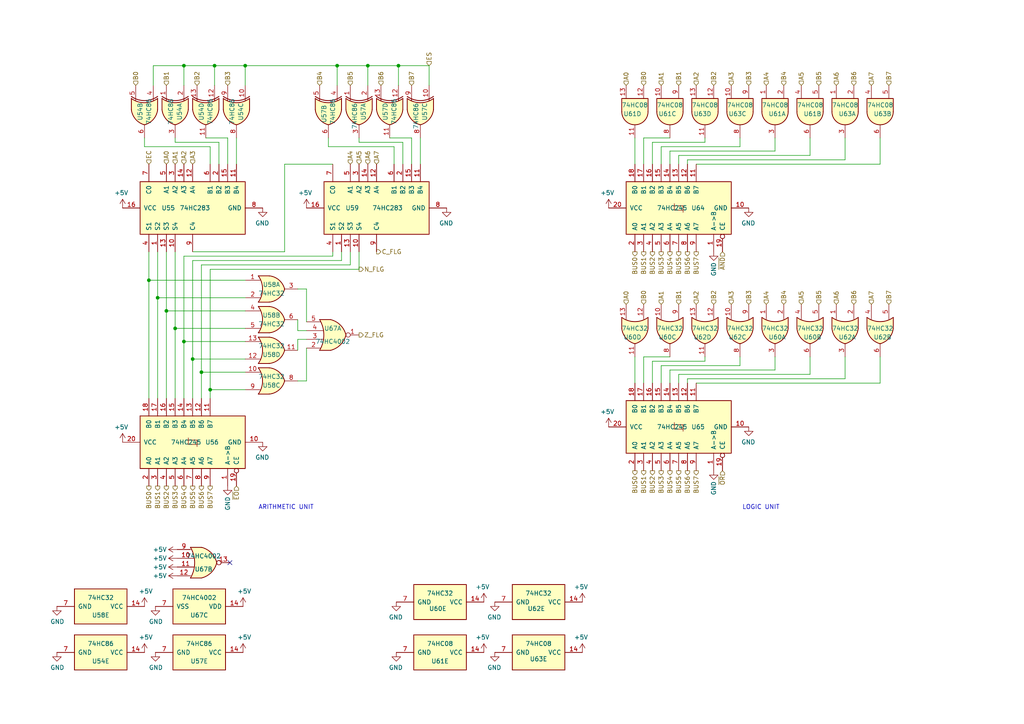
<source format=kicad_sch>
(kicad_sch (version 20211123) (generator eeschema)

  (uuid 5e186057-310c-40e8-84f7-f1bf0daca74f)

  (paper "A4")

  (title_block
    (title "Arithmetic and Logic Unit")
    (date "2023-12-11")
    (rev "1.1")
    (comment 2 "creativecommons.org/licenses/by-nc-sa/4.0/")
    (comment 3 "This work is licensed under CC BY-NC-SA 4.0")
    (comment 4 "Author: Carsten Herting (slu4)")
  )

  (lib_symbols
    (symbol "74xx:74HC245" (pin_names (offset 1.016)) (in_bom yes) (on_board yes)
      (property "Reference" "U" (id 0) (at -7.62 16.51 0)
        (effects (font (size 1.27 1.27)))
      )
      (property "Value" "74HC245" (id 1) (at -7.62 -16.51 0)
        (effects (font (size 1.27 1.27)))
      )
      (property "Footprint" "" (id 2) (at 0 0 0)
        (effects (font (size 1.27 1.27)) hide)
      )
      (property "Datasheet" "http://www.ti.com/lit/gpn/sn74HC245" (id 3) (at 0 0 0)
        (effects (font (size 1.27 1.27)) hide)
      )
      (property "ki_locked" "" (id 4) (at 0 0 0)
        (effects (font (size 1.27 1.27)))
      )
      (property "ki_keywords" "HCMOS BUS 3State" (id 5) (at 0 0 0)
        (effects (font (size 1.27 1.27)) hide)
      )
      (property "ki_description" "Octal BUS Transceivers, 3-State outputs" (id 6) (at 0 0 0)
        (effects (font (size 1.27 1.27)) hide)
      )
      (property "ki_fp_filters" "DIP?20*" (id 7) (at 0 0 0)
        (effects (font (size 1.27 1.27)) hide)
      )
      (symbol "74HC245_1_0"
        (polyline
          (pts
            (xy -0.635 -1.27)
            (xy -0.635 1.27)
            (xy 0.635 1.27)
          )
          (stroke (width 0) (type default) (color 0 0 0 0))
          (fill (type none))
        )
        (polyline
          (pts
            (xy -1.27 -1.27)
            (xy 0.635 -1.27)
            (xy 0.635 1.27)
            (xy 1.27 1.27)
          )
          (stroke (width 0) (type default) (color 0 0 0 0))
          (fill (type none))
        )
        (pin input line (at -12.7 -10.16 0) (length 5.08)
          (name "A->B" (effects (font (size 1.27 1.27))))
          (number "1" (effects (font (size 1.27 1.27))))
        )
        (pin power_in line (at 0 -20.32 90) (length 5.08)
          (name "GND" (effects (font (size 1.27 1.27))))
          (number "10" (effects (font (size 1.27 1.27))))
        )
        (pin tri_state line (at 12.7 -5.08 180) (length 5.08)
          (name "B7" (effects (font (size 1.27 1.27))))
          (number "11" (effects (font (size 1.27 1.27))))
        )
        (pin tri_state line (at 12.7 -2.54 180) (length 5.08)
          (name "B6" (effects (font (size 1.27 1.27))))
          (number "12" (effects (font (size 1.27 1.27))))
        )
        (pin tri_state line (at 12.7 0 180) (length 5.08)
          (name "B5" (effects (font (size 1.27 1.27))))
          (number "13" (effects (font (size 1.27 1.27))))
        )
        (pin tri_state line (at 12.7 2.54 180) (length 5.08)
          (name "B4" (effects (font (size 1.27 1.27))))
          (number "14" (effects (font (size 1.27 1.27))))
        )
        (pin tri_state line (at 12.7 5.08 180) (length 5.08)
          (name "B3" (effects (font (size 1.27 1.27))))
          (number "15" (effects (font (size 1.27 1.27))))
        )
        (pin tri_state line (at 12.7 7.62 180) (length 5.08)
          (name "B2" (effects (font (size 1.27 1.27))))
          (number "16" (effects (font (size 1.27 1.27))))
        )
        (pin tri_state line (at 12.7 10.16 180) (length 5.08)
          (name "B1" (effects (font (size 1.27 1.27))))
          (number "17" (effects (font (size 1.27 1.27))))
        )
        (pin tri_state line (at 12.7 12.7 180) (length 5.08)
          (name "B0" (effects (font (size 1.27 1.27))))
          (number "18" (effects (font (size 1.27 1.27))))
        )
        (pin input inverted (at -12.7 -12.7 0) (length 5.08)
          (name "CE" (effects (font (size 1.27 1.27))))
          (number "19" (effects (font (size 1.27 1.27))))
        )
        (pin tri_state line (at -12.7 12.7 0) (length 5.08)
          (name "A0" (effects (font (size 1.27 1.27))))
          (number "2" (effects (font (size 1.27 1.27))))
        )
        (pin power_in line (at 0 20.32 270) (length 5.08)
          (name "VCC" (effects (font (size 1.27 1.27))))
          (number "20" (effects (font (size 1.27 1.27))))
        )
        (pin tri_state line (at -12.7 10.16 0) (length 5.08)
          (name "A1" (effects (font (size 1.27 1.27))))
          (number "3" (effects (font (size 1.27 1.27))))
        )
        (pin tri_state line (at -12.7 7.62 0) (length 5.08)
          (name "A2" (effects (font (size 1.27 1.27))))
          (number "4" (effects (font (size 1.27 1.27))))
        )
        (pin tri_state line (at -12.7 5.08 0) (length 5.08)
          (name "A3" (effects (font (size 1.27 1.27))))
          (number "5" (effects (font (size 1.27 1.27))))
        )
        (pin tri_state line (at -12.7 2.54 0) (length 5.08)
          (name "A4" (effects (font (size 1.27 1.27))))
          (number "6" (effects (font (size 1.27 1.27))))
        )
        (pin tri_state line (at -12.7 0 0) (length 5.08)
          (name "A5" (effects (font (size 1.27 1.27))))
          (number "7" (effects (font (size 1.27 1.27))))
        )
        (pin tri_state line (at -12.7 -2.54 0) (length 5.08)
          (name "A6" (effects (font (size 1.27 1.27))))
          (number "8" (effects (font (size 1.27 1.27))))
        )
        (pin tri_state line (at -12.7 -5.08 0) (length 5.08)
          (name "A7" (effects (font (size 1.27 1.27))))
          (number "9" (effects (font (size 1.27 1.27))))
        )
      )
      (symbol "74HC245_1_1"
        (rectangle (start -7.62 15.24) (end 7.62 -15.24)
          (stroke (width 0.254) (type default) (color 0 0 0 0))
          (fill (type background))
        )
      )
    )
    (symbol "74xx:74HC86" (pin_names (offset 1.016)) (in_bom yes) (on_board yes)
      (property "Reference" "U" (id 0) (at 0 1.27 0)
        (effects (font (size 1.27 1.27)))
      )
      (property "Value" "74HC86" (id 1) (at 0 -1.27 0)
        (effects (font (size 1.27 1.27)))
      )
      (property "Footprint" "" (id 2) (at 0 0 0)
        (effects (font (size 1.27 1.27)) hide)
      )
      (property "Datasheet" "http://www.ti.com/lit/gpn/sn74HC86" (id 3) (at 0 0 0)
        (effects (font (size 1.27 1.27)) hide)
      )
      (property "ki_locked" "" (id 4) (at 0 0 0)
        (effects (font (size 1.27 1.27)))
      )
      (property "ki_keywords" "TTL XOR2" (id 5) (at 0 0 0)
        (effects (font (size 1.27 1.27)) hide)
      )
      (property "ki_description" "Quad 2-input XOR" (id 6) (at 0 0 0)
        (effects (font (size 1.27 1.27)) hide)
      )
      (property "ki_fp_filters" "DIP*W7.62mm*" (id 7) (at 0 0 0)
        (effects (font (size 1.27 1.27)) hide)
      )
      (symbol "74HC86_1_0"
        (arc (start -4.4196 -3.81) (mid -3.2033 0) (end -4.4196 3.81)
          (stroke (width 0.254) (type default) (color 0 0 0 0))
          (fill (type none))
        )
        (arc (start -3.81 -3.81) (mid -2.589 0) (end -3.81 3.81)
          (stroke (width 0.254) (type default) (color 0 0 0 0))
          (fill (type none))
        )
        (arc (start -0.6096 -3.81) (mid 2.1842 -2.5851) (end 3.81 0)
          (stroke (width 0.254) (type default) (color 0 0 0 0))
          (fill (type background))
        )
        (polyline
          (pts
            (xy -3.81 -3.81)
            (xy -0.635 -3.81)
          )
          (stroke (width 0.254) (type default) (color 0 0 0 0))
          (fill (type background))
        )
        (polyline
          (pts
            (xy -3.81 3.81)
            (xy -0.635 3.81)
          )
          (stroke (width 0.254) (type default) (color 0 0 0 0))
          (fill (type background))
        )
        (polyline
          (pts
            (xy -0.635 3.81)
            (xy -3.81 3.81)
            (xy -3.81 3.81)
            (xy -3.556 3.4036)
            (xy -3.0226 2.2606)
            (xy -2.6924 1.0414)
            (xy -2.6162 -0.254)
            (xy -2.7686 -1.4986)
            (xy -3.175 -2.7178)
            (xy -3.81 -3.81)
            (xy -3.81 -3.81)
            (xy -0.635 -3.81)
          )
          (stroke (width -25.4) (type default) (color 0 0 0 0))
          (fill (type background))
        )
        (arc (start 3.81 0) (mid 2.1915 2.5936) (end -0.6096 3.81)
          (stroke (width 0.254) (type default) (color 0 0 0 0))
          (fill (type background))
        )
        (pin input line (at -7.62 2.54 0) (length 4.445)
          (name "~" (effects (font (size 1.27 1.27))))
          (number "1" (effects (font (size 1.27 1.27))))
        )
        (pin input line (at -7.62 -2.54 0) (length 4.445)
          (name "~" (effects (font (size 1.27 1.27))))
          (number "2" (effects (font (size 1.27 1.27))))
        )
        (pin output line (at 7.62 0 180) (length 3.81)
          (name "~" (effects (font (size 1.27 1.27))))
          (number "3" (effects (font (size 1.27 1.27))))
        )
      )
      (symbol "74HC86_1_1"
        (polyline
          (pts
            (xy -3.81 -2.54)
            (xy -3.175 -2.54)
          )
          (stroke (width 0.1524) (type default) (color 0 0 0 0))
          (fill (type none))
        )
        (polyline
          (pts
            (xy -3.81 2.54)
            (xy -3.175 2.54)
          )
          (stroke (width 0.1524) (type default) (color 0 0 0 0))
          (fill (type none))
        )
      )
      (symbol "74HC86_2_0"
        (arc (start -4.4196 -3.81) (mid -3.2033 0) (end -4.4196 3.81)
          (stroke (width 0.254) (type default) (color 0 0 0 0))
          (fill (type none))
        )
        (arc (start -3.81 -3.81) (mid -2.589 0) (end -3.81 3.81)
          (stroke (width 0.254) (type default) (color 0 0 0 0))
          (fill (type none))
        )
        (arc (start -0.6096 -3.81) (mid 2.1842 -2.5851) (end 3.81 0)
          (stroke (width 0.254) (type default) (color 0 0 0 0))
          (fill (type background))
        )
        (polyline
          (pts
            (xy -3.81 -3.81)
            (xy -0.635 -3.81)
          )
          (stroke (width 0.254) (type default) (color 0 0 0 0))
          (fill (type background))
        )
        (polyline
          (pts
            (xy -3.81 3.81)
            (xy -0.635 3.81)
          )
          (stroke (width 0.254) (type default) (color 0 0 0 0))
          (fill (type background))
        )
        (polyline
          (pts
            (xy -0.635 3.81)
            (xy -3.81 3.81)
            (xy -3.81 3.81)
            (xy -3.556 3.4036)
            (xy -3.0226 2.2606)
            (xy -2.6924 1.0414)
            (xy -2.6162 -0.254)
            (xy -2.7686 -1.4986)
            (xy -3.175 -2.7178)
            (xy -3.81 -3.81)
            (xy -3.81 -3.81)
            (xy -0.635 -3.81)
          )
          (stroke (width -25.4) (type default) (color 0 0 0 0))
          (fill (type background))
        )
        (arc (start 3.81 0) (mid 2.1915 2.5936) (end -0.6096 3.81)
          (stroke (width 0.254) (type default) (color 0 0 0 0))
          (fill (type background))
        )
        (pin input line (at -7.62 2.54 0) (length 4.445)
          (name "~" (effects (font (size 1.27 1.27))))
          (number "4" (effects (font (size 1.27 1.27))))
        )
        (pin input line (at -7.62 -2.54 0) (length 4.445)
          (name "~" (effects (font (size 1.27 1.27))))
          (number "5" (effects (font (size 1.27 1.27))))
        )
        (pin output line (at 7.62 0 180) (length 3.81)
          (name "~" (effects (font (size 1.27 1.27))))
          (number "6" (effects (font (size 1.27 1.27))))
        )
      )
      (symbol "74HC86_2_1"
        (polyline
          (pts
            (xy -3.81 -2.54)
            (xy -3.175 -2.54)
          )
          (stroke (width 0.1524) (type default) (color 0 0 0 0))
          (fill (type none))
        )
        (polyline
          (pts
            (xy -3.81 2.54)
            (xy -3.175 2.54)
          )
          (stroke (width 0.1524) (type default) (color 0 0 0 0))
          (fill (type none))
        )
      )
      (symbol "74HC86_3_0"
        (arc (start -4.4196 -3.81) (mid -3.2033 0) (end -4.4196 3.81)
          (stroke (width 0.254) (type default) (color 0 0 0 0))
          (fill (type none))
        )
        (arc (start -3.81 -3.81) (mid -2.589 0) (end -3.81 3.81)
          (stroke (width 0.254) (type default) (color 0 0 0 0))
          (fill (type none))
        )
        (arc (start -0.6096 -3.81) (mid 2.1842 -2.5851) (end 3.81 0)
          (stroke (width 0.254) (type default) (color 0 0 0 0))
          (fill (type background))
        )
        (polyline
          (pts
            (xy -3.81 -3.81)
            (xy -0.635 -3.81)
          )
          (stroke (width 0.254) (type default) (color 0 0 0 0))
          (fill (type background))
        )
        (polyline
          (pts
            (xy -3.81 3.81)
            (xy -0.635 3.81)
          )
          (stroke (width 0.254) (type default) (color 0 0 0 0))
          (fill (type background))
        )
        (polyline
          (pts
            (xy -0.635 3.81)
            (xy -3.81 3.81)
            (xy -3.81 3.81)
            (xy -3.556 3.4036)
            (xy -3.0226 2.2606)
            (xy -2.6924 1.0414)
            (xy -2.6162 -0.254)
            (xy -2.7686 -1.4986)
            (xy -3.175 -2.7178)
            (xy -3.81 -3.81)
            (xy -3.81 -3.81)
            (xy -0.635 -3.81)
          )
          (stroke (width -25.4) (type default) (color 0 0 0 0))
          (fill (type background))
        )
        (arc (start 3.81 0) (mid 2.1915 2.5936) (end -0.6096 3.81)
          (stroke (width 0.254) (type default) (color 0 0 0 0))
          (fill (type background))
        )
        (pin input line (at -7.62 -2.54 0) (length 4.445)
          (name "~" (effects (font (size 1.27 1.27))))
          (number "10" (effects (font (size 1.27 1.27))))
        )
        (pin output line (at 7.62 0 180) (length 3.81)
          (name "~" (effects (font (size 1.27 1.27))))
          (number "8" (effects (font (size 1.27 1.27))))
        )
        (pin input line (at -7.62 2.54 0) (length 4.445)
          (name "~" (effects (font (size 1.27 1.27))))
          (number "9" (effects (font (size 1.27 1.27))))
        )
      )
      (symbol "74HC86_3_1"
        (polyline
          (pts
            (xy -3.81 -2.54)
            (xy -3.175 -2.54)
          )
          (stroke (width 0.1524) (type default) (color 0 0 0 0))
          (fill (type none))
        )
        (polyline
          (pts
            (xy -3.81 2.54)
            (xy -3.175 2.54)
          )
          (stroke (width 0.1524) (type default) (color 0 0 0 0))
          (fill (type none))
        )
      )
      (symbol "74HC86_4_0"
        (arc (start -4.4196 -3.81) (mid -3.2033 0) (end -4.4196 3.81)
          (stroke (width 0.254) (type default) (color 0 0 0 0))
          (fill (type none))
        )
        (arc (start -3.81 -3.81) (mid -2.589 0) (end -3.81 3.81)
          (stroke (width 0.254) (type default) (color 0 0 0 0))
          (fill (type none))
        )
        (arc (start -0.6096 -3.81) (mid 2.1842 -2.5851) (end 3.81 0)
          (stroke (width 0.254) (type default) (color 0 0 0 0))
          (fill (type background))
        )
        (polyline
          (pts
            (xy -3.81 -3.81)
            (xy -0.635 -3.81)
          )
          (stroke (width 0.254) (type default) (color 0 0 0 0))
          (fill (type background))
        )
        (polyline
          (pts
            (xy -3.81 3.81)
            (xy -0.635 3.81)
          )
          (stroke (width 0.254) (type default) (color 0 0 0 0))
          (fill (type background))
        )
        (polyline
          (pts
            (xy -0.635 3.81)
            (xy -3.81 3.81)
            (xy -3.81 3.81)
            (xy -3.556 3.4036)
            (xy -3.0226 2.2606)
            (xy -2.6924 1.0414)
            (xy -2.6162 -0.254)
            (xy -2.7686 -1.4986)
            (xy -3.175 -2.7178)
            (xy -3.81 -3.81)
            (xy -3.81 -3.81)
            (xy -0.635 -3.81)
          )
          (stroke (width -25.4) (type default) (color 0 0 0 0))
          (fill (type background))
        )
        (arc (start 3.81 0) (mid 2.1915 2.5936) (end -0.6096 3.81)
          (stroke (width 0.254) (type default) (color 0 0 0 0))
          (fill (type background))
        )
        (pin output line (at 7.62 0 180) (length 3.81)
          (name "~" (effects (font (size 1.27 1.27))))
          (number "11" (effects (font (size 1.27 1.27))))
        )
        (pin input line (at -7.62 2.54 0) (length 4.445)
          (name "~" (effects (font (size 1.27 1.27))))
          (number "12" (effects (font (size 1.27 1.27))))
        )
        (pin input line (at -7.62 -2.54 0) (length 4.445)
          (name "~" (effects (font (size 1.27 1.27))))
          (number "13" (effects (font (size 1.27 1.27))))
        )
      )
      (symbol "74HC86_4_1"
        (polyline
          (pts
            (xy -3.81 -2.54)
            (xy -3.175 -2.54)
          )
          (stroke (width 0.1524) (type default) (color 0 0 0 0))
          (fill (type none))
        )
        (polyline
          (pts
            (xy -3.81 2.54)
            (xy -3.175 2.54)
          )
          (stroke (width 0.1524) (type default) (color 0 0 0 0))
          (fill (type none))
        )
      )
      (symbol "74HC86_5_0"
        (pin power_in line (at 0 12.7 270) (length 5.08)
          (name "VCC" (effects (font (size 1.27 1.27))))
          (number "14" (effects (font (size 1.27 1.27))))
        )
        (pin power_in line (at 0 -12.7 90) (length 5.08)
          (name "GND" (effects (font (size 1.27 1.27))))
          (number "7" (effects (font (size 1.27 1.27))))
        )
      )
      (symbol "74HC86_5_1"
        (rectangle (start -5.08 7.62) (end 5.08 -7.62)
          (stroke (width 0.254) (type default) (color 0 0 0 0))
          (fill (type background))
        )
      )
    )
    (symbol "8-Bit CPU 32k:74HC08" (pin_names (offset 1.016)) (in_bom yes) (on_board yes)
      (property "Reference" "U" (id 0) (at 0 1.27 0)
        (effects (font (size 1.27 1.27)))
      )
      (property "Value" "74HC08" (id 1) (at 0 -1.27 0)
        (effects (font (size 1.27 1.27)))
      )
      (property "Footprint" "" (id 2) (at 0 0 0)
        (effects (font (size 1.27 1.27)) hide)
      )
      (property "Datasheet" "http://www.ti.com/lit/gpn/sn74LS08" (id 3) (at 0 0 0)
        (effects (font (size 1.27 1.27)) hide)
      )
      (property "ki_locked" "" (id 4) (at 0 0 0)
        (effects (font (size 1.27 1.27)))
      )
      (property "ki_keywords" "TTL and2" (id 5) (at 0 0 0)
        (effects (font (size 1.27 1.27)) hide)
      )
      (property "ki_description" "Quad And2" (id 6) (at 0 0 0)
        (effects (font (size 1.27 1.27)) hide)
      )
      (property "ki_fp_filters" "DIP*W7.62mm*" (id 7) (at 0 0 0)
        (effects (font (size 1.27 1.27)) hide)
      )
      (symbol "74HC08_1_1"
        (arc (start 0 -3.81) (mid 3.81 0) (end 0 3.81)
          (stroke (width 0.254) (type default) (color 0 0 0 0))
          (fill (type background))
        )
        (polyline
          (pts
            (xy 0 3.81)
            (xy -3.81 3.81)
            (xy -3.81 -3.81)
            (xy 0 -3.81)
          )
          (stroke (width 0.254) (type default) (color 0 0 0 0))
          (fill (type background))
        )
        (pin input line (at -7.62 2.54 0) (length 3.81)
          (name "~" (effects (font (size 1.27 1.27))))
          (number "1" (effects (font (size 1.27 1.27))))
        )
        (pin input line (at -7.62 -2.54 0) (length 3.81)
          (name "~" (effects (font (size 1.27 1.27))))
          (number "2" (effects (font (size 1.27 1.27))))
        )
        (pin output line (at 7.62 0 180) (length 3.81)
          (name "~" (effects (font (size 1.27 1.27))))
          (number "3" (effects (font (size 1.27 1.27))))
        )
      )
      (symbol "74HC08_1_2"
        (arc (start -3.81 -3.81) (mid -2.589 0) (end -3.81 3.81)
          (stroke (width 0.254) (type default) (color 0 0 0 0))
          (fill (type none))
        )
        (arc (start -0.6096 -3.81) (mid 2.1842 -2.5851) (end 3.81 0)
          (stroke (width 0.254) (type default) (color 0 0 0 0))
          (fill (type background))
        )
        (polyline
          (pts
            (xy -3.81 -3.81)
            (xy -0.635 -3.81)
          )
          (stroke (width 0.254) (type default) (color 0 0 0 0))
          (fill (type background))
        )
        (polyline
          (pts
            (xy -3.81 3.81)
            (xy -0.635 3.81)
          )
          (stroke (width 0.254) (type default) (color 0 0 0 0))
          (fill (type background))
        )
        (polyline
          (pts
            (xy -0.635 3.81)
            (xy -3.81 3.81)
            (xy -3.81 3.81)
            (xy -3.556 3.4036)
            (xy -3.0226 2.2606)
            (xy -2.6924 1.0414)
            (xy -2.6162 -0.254)
            (xy -2.7686 -1.4986)
            (xy -3.175 -2.7178)
            (xy -3.81 -3.81)
            (xy -3.81 -3.81)
            (xy -0.635 -3.81)
          )
          (stroke (width -25.4) (type default) (color 0 0 0 0))
          (fill (type background))
        )
        (arc (start 3.81 0) (mid 2.1915 2.5936) (end -0.6096 3.81)
          (stroke (width 0.254) (type default) (color 0 0 0 0))
          (fill (type background))
        )
        (pin input inverted (at -7.62 2.54 0) (length 4.318)
          (name "~" (effects (font (size 1.27 1.27))))
          (number "1" (effects (font (size 1.27 1.27))))
        )
        (pin input inverted (at -7.62 -2.54 0) (length 4.318)
          (name "~" (effects (font (size 1.27 1.27))))
          (number "2" (effects (font (size 1.27 1.27))))
        )
        (pin output inverted (at 7.62 0 180) (length 3.81)
          (name "~" (effects (font (size 1.27 1.27))))
          (number "3" (effects (font (size 1.27 1.27))))
        )
      )
      (symbol "74HC08_2_1"
        (arc (start 0 -3.81) (mid 3.81 0) (end 0 3.81)
          (stroke (width 0.254) (type default) (color 0 0 0 0))
          (fill (type background))
        )
        (polyline
          (pts
            (xy 0 3.81)
            (xy -3.81 3.81)
            (xy -3.81 -3.81)
            (xy 0 -3.81)
          )
          (stroke (width 0.254) (type default) (color 0 0 0 0))
          (fill (type background))
        )
        (pin input line (at -7.62 2.54 0) (length 3.81)
          (name "~" (effects (font (size 1.27 1.27))))
          (number "4" (effects (font (size 1.27 1.27))))
        )
        (pin input line (at -7.62 -2.54 0) (length 3.81)
          (name "~" (effects (font (size 1.27 1.27))))
          (number "5" (effects (font (size 1.27 1.27))))
        )
        (pin output line (at 7.62 0 180) (length 3.81)
          (name "~" (effects (font (size 1.27 1.27))))
          (number "6" (effects (font (size 1.27 1.27))))
        )
      )
      (symbol "74HC08_2_2"
        (arc (start -3.81 -3.81) (mid -2.589 0) (end -3.81 3.81)
          (stroke (width 0.254) (type default) (color 0 0 0 0))
          (fill (type none))
        )
        (arc (start -0.6096 -3.81) (mid 2.1842 -2.5851) (end 3.81 0)
          (stroke (width 0.254) (type default) (color 0 0 0 0))
          (fill (type background))
        )
        (polyline
          (pts
            (xy -3.81 -3.81)
            (xy -0.635 -3.81)
          )
          (stroke (width 0.254) (type default) (color 0 0 0 0))
          (fill (type background))
        )
        (polyline
          (pts
            (xy -3.81 3.81)
            (xy -0.635 3.81)
          )
          (stroke (width 0.254) (type default) (color 0 0 0 0))
          (fill (type background))
        )
        (polyline
          (pts
            (xy -0.635 3.81)
            (xy -3.81 3.81)
            (xy -3.81 3.81)
            (xy -3.556 3.4036)
            (xy -3.0226 2.2606)
            (xy -2.6924 1.0414)
            (xy -2.6162 -0.254)
            (xy -2.7686 -1.4986)
            (xy -3.175 -2.7178)
            (xy -3.81 -3.81)
            (xy -3.81 -3.81)
            (xy -0.635 -3.81)
          )
          (stroke (width -25.4) (type default) (color 0 0 0 0))
          (fill (type background))
        )
        (arc (start 3.81 0) (mid 2.1915 2.5936) (end -0.6096 3.81)
          (stroke (width 0.254) (type default) (color 0 0 0 0))
          (fill (type background))
        )
        (pin input inverted (at -7.62 2.54 0) (length 4.318)
          (name "~" (effects (font (size 1.27 1.27))))
          (number "4" (effects (font (size 1.27 1.27))))
        )
        (pin input inverted (at -7.62 -2.54 0) (length 4.318)
          (name "~" (effects (font (size 1.27 1.27))))
          (number "5" (effects (font (size 1.27 1.27))))
        )
        (pin output inverted (at 7.62 0 180) (length 3.81)
          (name "~" (effects (font (size 1.27 1.27))))
          (number "6" (effects (font (size 1.27 1.27))))
        )
      )
      (symbol "74HC08_3_1"
        (arc (start 0 -3.81) (mid 3.81 0) (end 0 3.81)
          (stroke (width 0.254) (type default) (color 0 0 0 0))
          (fill (type background))
        )
        (polyline
          (pts
            (xy 0 3.81)
            (xy -3.81 3.81)
            (xy -3.81 -3.81)
            (xy 0 -3.81)
          )
          (stroke (width 0.254) (type default) (color 0 0 0 0))
          (fill (type background))
        )
        (pin input line (at -7.62 -2.54 0) (length 3.81)
          (name "~" (effects (font (size 1.27 1.27))))
          (number "10" (effects (font (size 1.27 1.27))))
        )
        (pin output line (at 7.62 0 180) (length 3.81)
          (name "~" (effects (font (size 1.27 1.27))))
          (number "8" (effects (font (size 1.27 1.27))))
        )
        (pin input line (at -7.62 2.54 0) (length 3.81)
          (name "~" (effects (font (size 1.27 1.27))))
          (number "9" (effects (font (size 1.27 1.27))))
        )
      )
      (symbol "74HC08_3_2"
        (arc (start -3.81 -3.81) (mid -2.589 0) (end -3.81 3.81)
          (stroke (width 0.254) (type default) (color 0 0 0 0))
          (fill (type none))
        )
        (arc (start -0.6096 -3.81) (mid 2.1842 -2.5851) (end 3.81 0)
          (stroke (width 0.254) (type default) (color 0 0 0 0))
          (fill (type background))
        )
        (polyline
          (pts
            (xy -3.81 -3.81)
            (xy -0.635 -3.81)
          )
          (stroke (width 0.254) (type default) (color 0 0 0 0))
          (fill (type background))
        )
        (polyline
          (pts
            (xy -3.81 3.81)
            (xy -0.635 3.81)
          )
          (stroke (width 0.254) (type default) (color 0 0 0 0))
          (fill (type background))
        )
        (polyline
          (pts
            (xy -0.635 3.81)
            (xy -3.81 3.81)
            (xy -3.81 3.81)
            (xy -3.556 3.4036)
            (xy -3.0226 2.2606)
            (xy -2.6924 1.0414)
            (xy -2.6162 -0.254)
            (xy -2.7686 -1.4986)
            (xy -3.175 -2.7178)
            (xy -3.81 -3.81)
            (xy -3.81 -3.81)
            (xy -0.635 -3.81)
          )
          (stroke (width -25.4) (type default) (color 0 0 0 0))
          (fill (type background))
        )
        (arc (start 3.81 0) (mid 2.1915 2.5936) (end -0.6096 3.81)
          (stroke (width 0.254) (type default) (color 0 0 0 0))
          (fill (type background))
        )
        (pin input inverted (at -7.62 -2.54 0) (length 4.318)
          (name "~" (effects (font (size 1.27 1.27))))
          (number "10" (effects (font (size 1.27 1.27))))
        )
        (pin output inverted (at 7.62 0 180) (length 3.81)
          (name "~" (effects (font (size 1.27 1.27))))
          (number "8" (effects (font (size 1.27 1.27))))
        )
        (pin input inverted (at -7.62 2.54 0) (length 4.318)
          (name "~" (effects (font (size 1.27 1.27))))
          (number "9" (effects (font (size 1.27 1.27))))
        )
      )
      (symbol "74HC08_4_1"
        (arc (start 0 -3.81) (mid 3.81 0) (end 0 3.81)
          (stroke (width 0.254) (type default) (color 0 0 0 0))
          (fill (type background))
        )
        (polyline
          (pts
            (xy 0 3.81)
            (xy -3.81 3.81)
            (xy -3.81 -3.81)
            (xy 0 -3.81)
          )
          (stroke (width 0.254) (type default) (color 0 0 0 0))
          (fill (type background))
        )
        (pin output line (at 7.62 0 180) (length 3.81)
          (name "~" (effects (font (size 1.27 1.27))))
          (number "11" (effects (font (size 1.27 1.27))))
        )
        (pin input line (at -7.62 2.54 0) (length 3.81)
          (name "~" (effects (font (size 1.27 1.27))))
          (number "12" (effects (font (size 1.27 1.27))))
        )
        (pin input line (at -7.62 -2.54 0) (length 3.81)
          (name "~" (effects (font (size 1.27 1.27))))
          (number "13" (effects (font (size 1.27 1.27))))
        )
      )
      (symbol "74HC08_4_2"
        (arc (start -3.81 -3.81) (mid -2.589 0) (end -3.81 3.81)
          (stroke (width 0.254) (type default) (color 0 0 0 0))
          (fill (type none))
        )
        (arc (start -0.6096 -3.81) (mid 2.1842 -2.5851) (end 3.81 0)
          (stroke (width 0.254) (type default) (color 0 0 0 0))
          (fill (type background))
        )
        (polyline
          (pts
            (xy -3.81 -3.81)
            (xy -0.635 -3.81)
          )
          (stroke (width 0.254) (type default) (color 0 0 0 0))
          (fill (type background))
        )
        (polyline
          (pts
            (xy -3.81 3.81)
            (xy -0.635 3.81)
          )
          (stroke (width 0.254) (type default) (color 0 0 0 0))
          (fill (type background))
        )
        (polyline
          (pts
            (xy -0.635 3.81)
            (xy -3.81 3.81)
            (xy -3.81 3.81)
            (xy -3.556 3.4036)
            (xy -3.0226 2.2606)
            (xy -2.6924 1.0414)
            (xy -2.6162 -0.254)
            (xy -2.7686 -1.4986)
            (xy -3.175 -2.7178)
            (xy -3.81 -3.81)
            (xy -3.81 -3.81)
            (xy -0.635 -3.81)
          )
          (stroke (width -25.4) (type default) (color 0 0 0 0))
          (fill (type background))
        )
        (arc (start 3.81 0) (mid 2.1915 2.5936) (end -0.6096 3.81)
          (stroke (width 0.254) (type default) (color 0 0 0 0))
          (fill (type background))
        )
        (pin output inverted (at 7.62 0 180) (length 3.81)
          (name "~" (effects (font (size 1.27 1.27))))
          (number "11" (effects (font (size 1.27 1.27))))
        )
        (pin input inverted (at -7.62 2.54 0) (length 4.318)
          (name "~" (effects (font (size 1.27 1.27))))
          (number "12" (effects (font (size 1.27 1.27))))
        )
        (pin input inverted (at -7.62 -2.54 0) (length 4.318)
          (name "~" (effects (font (size 1.27 1.27))))
          (number "13" (effects (font (size 1.27 1.27))))
        )
      )
      (symbol "74HC08_5_0"
        (pin power_in line (at 0 12.7 270) (length 5.08)
          (name "VCC" (effects (font (size 1.27 1.27))))
          (number "14" (effects (font (size 1.27 1.27))))
        )
        (pin power_in line (at 0 -12.7 90) (length 5.08)
          (name "GND" (effects (font (size 1.27 1.27))))
          (number "7" (effects (font (size 1.27 1.27))))
        )
      )
      (symbol "74HC08_5_1"
        (rectangle (start -5.08 7.62) (end 5.08 -7.62)
          (stroke (width 0.254) (type default) (color 0 0 0 0))
          (fill (type background))
        )
      )
    )
    (symbol "8-Bit CPU 32k:74HC283" (pin_names (offset 1.016)) (in_bom yes) (on_board yes)
      (property "Reference" "U" (id 0) (at 0 -5.08 90)
        (effects (font (size 1.27 1.27)))
      )
      (property "Value" "74HC283" (id 1) (at 0 3.81 90)
        (effects (font (size 1.27 1.27)))
      )
      (property "Footprint" "" (id 2) (at 0 0 0)
        (effects (font (size 1.27 1.27)) hide)
      )
      (property "Datasheet" "http://www.ti.com/lit/gpn/sn74LS283" (id 3) (at 0 0 0)
        (effects (font (size 1.27 1.27)) hide)
      )
      (property "ki_locked" "" (id 4) (at 0 0 0)
        (effects (font (size 1.27 1.27)))
      )
      (property "ki_keywords" "TTL ADD Arith ALU" (id 5) (at 0 0 0)
        (effects (font (size 1.27 1.27)) hide)
      )
      (property "ki_description" "4-bit full Adder" (id 6) (at 0 0 0)
        (effects (font (size 1.27 1.27)) hide)
      )
      (property "ki_fp_filters" "DIP?16*" (id 7) (at 0 0 0)
        (effects (font (size 1.27 1.27)) hide)
      )
      (symbol "74HC283_1_0"
        (pin output line (at 12.7 10.16 180) (length 5.08)
          (name "S2" (effects (font (size 1.27 1.27))))
          (number "1" (effects (font (size 1.27 1.27))))
        )
        (pin output line (at 12.7 5.08 180) (length 5.08)
          (name "S4" (effects (font (size 1.27 1.27))))
          (number "10" (effects (font (size 1.27 1.27))))
        )
        (pin input line (at -12.7 -12.7 0) (length 5.08)
          (name "B4" (effects (font (size 1.27 1.27))))
          (number "11" (effects (font (size 1.27 1.27))))
        )
        (pin input line (at -12.7 0 0) (length 5.08)
          (name "A4" (effects (font (size 1.27 1.27))))
          (number "12" (effects (font (size 1.27 1.27))))
        )
        (pin output line (at 12.7 7.62 180) (length 5.08)
          (name "S3" (effects (font (size 1.27 1.27))))
          (number "13" (effects (font (size 1.27 1.27))))
        )
        (pin input line (at -12.7 2.54 0) (length 5.08)
          (name "A3" (effects (font (size 1.27 1.27))))
          (number "14" (effects (font (size 1.27 1.27))))
        )
        (pin input line (at -12.7 -10.16 0) (length 5.08)
          (name "B3" (effects (font (size 1.27 1.27))))
          (number "15" (effects (font (size 1.27 1.27))))
        )
        (pin power_in line (at 0 20.32 270) (length 5.08)
          (name "VCC" (effects (font (size 1.27 1.27))))
          (number "16" (effects (font (size 1.27 1.27))))
        )
        (pin input line (at -12.7 -7.62 0) (length 5.08)
          (name "B2" (effects (font (size 1.27 1.27))))
          (number "2" (effects (font (size 1.27 1.27))))
        )
        (pin input line (at -12.7 5.08 0) (length 5.08)
          (name "A2" (effects (font (size 1.27 1.27))))
          (number "3" (effects (font (size 1.27 1.27))))
        )
        (pin output line (at 12.7 12.7 180) (length 5.08)
          (name "S1" (effects (font (size 1.27 1.27))))
          (number "4" (effects (font (size 1.27 1.27))))
        )
        (pin input line (at -12.7 7.62 0) (length 5.08)
          (name "A1" (effects (font (size 1.27 1.27))))
          (number "5" (effects (font (size 1.27 1.27))))
        )
        (pin input line (at -12.7 -5.08 0) (length 5.08)
          (name "B1" (effects (font (size 1.27 1.27))))
          (number "6" (effects (font (size 1.27 1.27))))
        )
        (pin input line (at -12.7 12.7 0) (length 5.08)
          (name "C0" (effects (font (size 1.27 1.27))))
          (number "7" (effects (font (size 1.27 1.27))))
        )
        (pin power_in line (at 0 -20.32 90) (length 5.08)
          (name "GND" (effects (font (size 1.27 1.27))))
          (number "8" (effects (font (size 1.27 1.27))))
        )
        (pin output line (at 12.7 0 180) (length 5.08)
          (name "C4" (effects (font (size 1.27 1.27))))
          (number "9" (effects (font (size 1.27 1.27))))
        )
      )
      (symbol "74HC283_1_1"
        (rectangle (start -7.62 15.24) (end 7.62 -15.24)
          (stroke (width 0.254) (type default) (color 0 0 0 0))
          (fill (type background))
        )
      )
    )
    (symbol "8-Bit CPU 32k:74HC32" (pin_names (offset 1.016)) (in_bom yes) (on_board yes)
      (property "Reference" "U" (id 0) (at 0 1.27 0)
        (effects (font (size 1.27 1.27)))
      )
      (property "Value" "74HC32" (id 1) (at 0 -1.27 0)
        (effects (font (size 1.27 1.27)))
      )
      (property "Footprint" "" (id 2) (at 0 0 0)
        (effects (font (size 1.27 1.27)) hide)
      )
      (property "Datasheet" "http://www.ti.com/lit/gpn/sn74LS32" (id 3) (at 0 0 0)
        (effects (font (size 1.27 1.27)) hide)
      )
      (property "ki_locked" "" (id 4) (at 0 0 0)
        (effects (font (size 1.27 1.27)))
      )
      (property "ki_keywords" "TTL Or2" (id 5) (at 0 0 0)
        (effects (font (size 1.27 1.27)) hide)
      )
      (property "ki_description" "Quad 2-input OR" (id 6) (at 0 0 0)
        (effects (font (size 1.27 1.27)) hide)
      )
      (property "ki_fp_filters" "DIP?14*" (id 7) (at 0 0 0)
        (effects (font (size 1.27 1.27)) hide)
      )
      (symbol "74HC32_1_1"
        (arc (start -3.81 -3.81) (mid -2.589 0) (end -3.81 3.81)
          (stroke (width 0.254) (type default) (color 0 0 0 0))
          (fill (type none))
        )
        (arc (start -0.6096 -3.81) (mid 2.1842 -2.5851) (end 3.81 0)
          (stroke (width 0.254) (type default) (color 0 0 0 0))
          (fill (type background))
        )
        (polyline
          (pts
            (xy -3.81 -3.81)
            (xy -0.635 -3.81)
          )
          (stroke (width 0.254) (type default) (color 0 0 0 0))
          (fill (type background))
        )
        (polyline
          (pts
            (xy -3.81 3.81)
            (xy -0.635 3.81)
          )
          (stroke (width 0.254) (type default) (color 0 0 0 0))
          (fill (type background))
        )
        (polyline
          (pts
            (xy -0.635 3.81)
            (xy -3.81 3.81)
            (xy -3.81 3.81)
            (xy -3.556 3.4036)
            (xy -3.0226 2.2606)
            (xy -2.6924 1.0414)
            (xy -2.6162 -0.254)
            (xy -2.7686 -1.4986)
            (xy -3.175 -2.7178)
            (xy -3.81 -3.81)
            (xy -3.81 -3.81)
            (xy -0.635 -3.81)
          )
          (stroke (width -25.4) (type default) (color 0 0 0 0))
          (fill (type background))
        )
        (arc (start 3.81 0) (mid 2.1915 2.5936) (end -0.6096 3.81)
          (stroke (width 0.254) (type default) (color 0 0 0 0))
          (fill (type background))
        )
        (pin input line (at -7.62 2.54 0) (length 4.318)
          (name "~" (effects (font (size 1.27 1.27))))
          (number "1" (effects (font (size 1.27 1.27))))
        )
        (pin input line (at -7.62 -2.54 0) (length 4.318)
          (name "~" (effects (font (size 1.27 1.27))))
          (number "2" (effects (font (size 1.27 1.27))))
        )
        (pin output line (at 7.62 0 180) (length 3.81)
          (name "~" (effects (font (size 1.27 1.27))))
          (number "3" (effects (font (size 1.27 1.27))))
        )
      )
      (symbol "74HC32_1_2"
        (arc (start 0 -3.81) (mid 3.81 0) (end 0 3.81)
          (stroke (width 0.254) (type default) (color 0 0 0 0))
          (fill (type background))
        )
        (polyline
          (pts
            (xy 0 3.81)
            (xy -3.81 3.81)
            (xy -3.81 -3.81)
            (xy 0 -3.81)
          )
          (stroke (width 0.254) (type default) (color 0 0 0 0))
          (fill (type background))
        )
        (pin input inverted (at -7.62 2.54 0) (length 3.81)
          (name "~" (effects (font (size 1.27 1.27))))
          (number "1" (effects (font (size 1.27 1.27))))
        )
        (pin input inverted (at -7.62 -2.54 0) (length 3.81)
          (name "~" (effects (font (size 1.27 1.27))))
          (number "2" (effects (font (size 1.27 1.27))))
        )
        (pin output inverted (at 7.62 0 180) (length 3.81)
          (name "~" (effects (font (size 1.27 1.27))))
          (number "3" (effects (font (size 1.27 1.27))))
        )
      )
      (symbol "74HC32_2_1"
        (arc (start -3.81 -3.81) (mid -2.589 0) (end -3.81 3.81)
          (stroke (width 0.254) (type default) (color 0 0 0 0))
          (fill (type none))
        )
        (arc (start -0.6096 -3.81) (mid 2.1842 -2.5851) (end 3.81 0)
          (stroke (width 0.254) (type default) (color 0 0 0 0))
          (fill (type background))
        )
        (polyline
          (pts
            (xy -3.81 -3.81)
            (xy -0.635 -3.81)
          )
          (stroke (width 0.254) (type default) (color 0 0 0 0))
          (fill (type background))
        )
        (polyline
          (pts
            (xy -3.81 3.81)
            (xy -0.635 3.81)
          )
          (stroke (width 0.254) (type default) (color 0 0 0 0))
          (fill (type background))
        )
        (polyline
          (pts
            (xy -0.635 3.81)
            (xy -3.81 3.81)
            (xy -3.81 3.81)
            (xy -3.556 3.4036)
            (xy -3.0226 2.2606)
            (xy -2.6924 1.0414)
            (xy -2.6162 -0.254)
            (xy -2.7686 -1.4986)
            (xy -3.175 -2.7178)
            (xy -3.81 -3.81)
            (xy -3.81 -3.81)
            (xy -0.635 -3.81)
          )
          (stroke (width -25.4) (type default) (color 0 0 0 0))
          (fill (type background))
        )
        (arc (start 3.81 0) (mid 2.1915 2.5936) (end -0.6096 3.81)
          (stroke (width 0.254) (type default) (color 0 0 0 0))
          (fill (type background))
        )
        (pin input line (at -7.62 2.54 0) (length 4.318)
          (name "~" (effects (font (size 1.27 1.27))))
          (number "4" (effects (font (size 1.27 1.27))))
        )
        (pin input line (at -7.62 -2.54 0) (length 4.318)
          (name "~" (effects (font (size 1.27 1.27))))
          (number "5" (effects (font (size 1.27 1.27))))
        )
        (pin output line (at 7.62 0 180) (length 3.81)
          (name "~" (effects (font (size 1.27 1.27))))
          (number "6" (effects (font (size 1.27 1.27))))
        )
      )
      (symbol "74HC32_2_2"
        (arc (start 0 -3.81) (mid 3.81 0) (end 0 3.81)
          (stroke (width 0.254) (type default) (color 0 0 0 0))
          (fill (type background))
        )
        (polyline
          (pts
            (xy 0 3.81)
            (xy -3.81 3.81)
            (xy -3.81 -3.81)
            (xy 0 -3.81)
          )
          (stroke (width 0.254) (type default) (color 0 0 0 0))
          (fill (type background))
        )
        (pin input inverted (at -7.62 2.54 0) (length 3.81)
          (name "~" (effects (font (size 1.27 1.27))))
          (number "4" (effects (font (size 1.27 1.27))))
        )
        (pin input inverted (at -7.62 -2.54 0) (length 3.81)
          (name "~" (effects (font (size 1.27 1.27))))
          (number "5" (effects (font (size 1.27 1.27))))
        )
        (pin output inverted (at 7.62 0 180) (length 3.81)
          (name "~" (effects (font (size 1.27 1.27))))
          (number "6" (effects (font (size 1.27 1.27))))
        )
      )
      (symbol "74HC32_3_1"
        (arc (start -3.81 -3.81) (mid -2.589 0) (end -3.81 3.81)
          (stroke (width 0.254) (type default) (color 0 0 0 0))
          (fill (type none))
        )
        (arc (start -0.6096 -3.81) (mid 2.1842 -2.5851) (end 3.81 0)
          (stroke (width 0.254) (type default) (color 0 0 0 0))
          (fill (type background))
        )
        (polyline
          (pts
            (xy -3.81 -3.81)
            (xy -0.635 -3.81)
          )
          (stroke (width 0.254) (type default) (color 0 0 0 0))
          (fill (type background))
        )
        (polyline
          (pts
            (xy -3.81 3.81)
            (xy -0.635 3.81)
          )
          (stroke (width 0.254) (type default) (color 0 0 0 0))
          (fill (type background))
        )
        (polyline
          (pts
            (xy -0.635 3.81)
            (xy -3.81 3.81)
            (xy -3.81 3.81)
            (xy -3.556 3.4036)
            (xy -3.0226 2.2606)
            (xy -2.6924 1.0414)
            (xy -2.6162 -0.254)
            (xy -2.7686 -1.4986)
            (xy -3.175 -2.7178)
            (xy -3.81 -3.81)
            (xy -3.81 -3.81)
            (xy -0.635 -3.81)
          )
          (stroke (width -25.4) (type default) (color 0 0 0 0))
          (fill (type background))
        )
        (arc (start 3.81 0) (mid 2.1915 2.5936) (end -0.6096 3.81)
          (stroke (width 0.254) (type default) (color 0 0 0 0))
          (fill (type background))
        )
        (pin input line (at -7.62 -2.54 0) (length 4.318)
          (name "~" (effects (font (size 1.27 1.27))))
          (number "10" (effects (font (size 1.27 1.27))))
        )
        (pin output line (at 7.62 0 180) (length 3.81)
          (name "~" (effects (font (size 1.27 1.27))))
          (number "8" (effects (font (size 1.27 1.27))))
        )
        (pin input line (at -7.62 2.54 0) (length 4.318)
          (name "~" (effects (font (size 1.27 1.27))))
          (number "9" (effects (font (size 1.27 1.27))))
        )
      )
      (symbol "74HC32_3_2"
        (arc (start 0 -3.81) (mid 3.81 0) (end 0 3.81)
          (stroke (width 0.254) (type default) (color 0 0 0 0))
          (fill (type background))
        )
        (polyline
          (pts
            (xy 0 3.81)
            (xy -3.81 3.81)
            (xy -3.81 -3.81)
            (xy 0 -3.81)
          )
          (stroke (width 0.254) (type default) (color 0 0 0 0))
          (fill (type background))
        )
        (pin input inverted (at -7.62 -2.54 0) (length 3.81)
          (name "~" (effects (font (size 1.27 1.27))))
          (number "10" (effects (font (size 1.27 1.27))))
        )
        (pin output inverted (at 7.62 0 180) (length 3.81)
          (name "~" (effects (font (size 1.27 1.27))))
          (number "8" (effects (font (size 1.27 1.27))))
        )
        (pin input inverted (at -7.62 2.54 0) (length 3.81)
          (name "~" (effects (font (size 1.27 1.27))))
          (number "9" (effects (font (size 1.27 1.27))))
        )
      )
      (symbol "74HC32_4_1"
        (arc (start -3.81 -3.81) (mid -2.589 0) (end -3.81 3.81)
          (stroke (width 0.254) (type default) (color 0 0 0 0))
          (fill (type none))
        )
        (arc (start -0.6096 -3.81) (mid 2.1842 -2.5851) (end 3.81 0)
          (stroke (width 0.254) (type default) (color 0 0 0 0))
          (fill (type background))
        )
        (polyline
          (pts
            (xy -3.81 -3.81)
            (xy -0.635 -3.81)
          )
          (stroke (width 0.254) (type default) (color 0 0 0 0))
          (fill (type background))
        )
        (polyline
          (pts
            (xy -3.81 3.81)
            (xy -0.635 3.81)
          )
          (stroke (width 0.254) (type default) (color 0 0 0 0))
          (fill (type background))
        )
        (polyline
          (pts
            (xy -0.635 3.81)
            (xy -3.81 3.81)
            (xy -3.81 3.81)
            (xy -3.556 3.4036)
            (xy -3.0226 2.2606)
            (xy -2.6924 1.0414)
            (xy -2.6162 -0.254)
            (xy -2.7686 -1.4986)
            (xy -3.175 -2.7178)
            (xy -3.81 -3.81)
            (xy -3.81 -3.81)
            (xy -0.635 -3.81)
          )
          (stroke (width -25.4) (type default) (color 0 0 0 0))
          (fill (type background))
        )
        (arc (start 3.81 0) (mid 2.1915 2.5936) (end -0.6096 3.81)
          (stroke (width 0.254) (type default) (color 0 0 0 0))
          (fill (type background))
        )
        (pin output line (at 7.62 0 180) (length 3.81)
          (name "~" (effects (font (size 1.27 1.27))))
          (number "11" (effects (font (size 1.27 1.27))))
        )
        (pin input line (at -7.62 2.54 0) (length 4.318)
          (name "~" (effects (font (size 1.27 1.27))))
          (number "12" (effects (font (size 1.27 1.27))))
        )
        (pin input line (at -7.62 -2.54 0) (length 4.318)
          (name "~" (effects (font (size 1.27 1.27))))
          (number "13" (effects (font (size 1.27 1.27))))
        )
      )
      (symbol "74HC32_4_2"
        (arc (start 0 -3.81) (mid 3.81 0) (end 0 3.81)
          (stroke (width 0.254) (type default) (color 0 0 0 0))
          (fill (type background))
        )
        (polyline
          (pts
            (xy 0 3.81)
            (xy -3.81 3.81)
            (xy -3.81 -3.81)
            (xy 0 -3.81)
          )
          (stroke (width 0.254) (type default) (color 0 0 0 0))
          (fill (type background))
        )
        (pin output inverted (at 7.62 0 180) (length 3.81)
          (name "~" (effects (font (size 1.27 1.27))))
          (number "11" (effects (font (size 1.27 1.27))))
        )
        (pin input inverted (at -7.62 2.54 0) (length 3.81)
          (name "~" (effects (font (size 1.27 1.27))))
          (number "12" (effects (font (size 1.27 1.27))))
        )
        (pin input inverted (at -7.62 -2.54 0) (length 3.81)
          (name "~" (effects (font (size 1.27 1.27))))
          (number "13" (effects (font (size 1.27 1.27))))
        )
      )
      (symbol "74HC32_5_0"
        (pin power_in line (at 0 12.7 270) (length 5.08)
          (name "VCC" (effects (font (size 1.27 1.27))))
          (number "14" (effects (font (size 1.27 1.27))))
        )
        (pin power_in line (at 0 -12.7 90) (length 5.08)
          (name "GND" (effects (font (size 1.27 1.27))))
          (number "7" (effects (font (size 1.27 1.27))))
        )
      )
      (symbol "74HC32_5_1"
        (rectangle (start -5.08 7.62) (end 5.08 -7.62)
          (stroke (width 0.254) (type default) (color 0 0 0 0))
          (fill (type background))
        )
      )
    )
    (symbol "8-Bit CPU 32k:74HC4002" (pin_names (offset 1.016)) (in_bom yes) (on_board yes)
      (property "Reference" "U" (id 0) (at 0 1.27 0)
        (effects (font (size 1.27 1.27)))
      )
      (property "Value" "74HC4002" (id 1) (at 0 -1.27 0)
        (effects (font (size 1.27 1.27)))
      )
      (property "Footprint" "" (id 2) (at 0 0 0)
        (effects (font (size 1.27 1.27)) hide)
      )
      (property "Datasheet" "http://www.intersil.com/content/dam/Intersil/documents/cd40/cd4000bms-01bms-02bms-25bms.pdf" (id 3) (at 0 0 0)
        (effects (font (size 1.27 1.27)) hide)
      )
      (property "ki_locked" "" (id 4) (at 0 0 0)
        (effects (font (size 1.27 1.27)))
      )
      (property "ki_keywords" "CMOS Nor4" (id 5) (at 0 0 0)
        (effects (font (size 1.27 1.27)) hide)
      )
      (property "ki_description" "Dual  4 input NOR gate" (id 6) (at 0 0 0)
        (effects (font (size 1.27 1.27)) hide)
      )
      (property "ki_fp_filters" "DIP?14*" (id 7) (at 0 0 0)
        (effects (font (size 1.27 1.27)) hide)
      )
      (symbol "74HC4002_1_1"
        (arc (start -3.81 -4.445) (mid -2.5908 0) (end -3.81 4.445)
          (stroke (width 0.254) (type default) (color 0 0 0 0))
          (fill (type none))
        )
        (arc (start -0.6096 -4.445) (mid 2.2246 -2.8422) (end 3.81 0)
          (stroke (width 0.254) (type default) (color 0 0 0 0))
          (fill (type background))
        )
        (polyline
          (pts
            (xy -3.81 -4.445)
            (xy -0.635 -4.445)
          )
          (stroke (width 0.254) (type default) (color 0 0 0 0))
          (fill (type background))
        )
        (polyline
          (pts
            (xy -3.81 4.445)
            (xy -0.635 4.445)
          )
          (stroke (width 0.254) (type default) (color 0 0 0 0))
          (fill (type background))
        )
        (polyline
          (pts
            (xy -0.635 4.445)
            (xy -3.81 4.445)
            (xy -3.81 4.445)
            (xy -3.6322 4.0894)
            (xy -3.0988 2.921)
            (xy -2.7686 1.6764)
            (xy -2.6162 0.4318)
            (xy -2.6416 -0.8636)
            (xy -2.8702 -2.1082)
            (xy -3.2512 -3.3274)
            (xy -3.81 -4.445)
            (xy -3.81 -4.445)
            (xy -0.635 -4.445)
          )
          (stroke (width -25.4) (type default) (color 0 0 0 0))
          (fill (type background))
        )
        (arc (start 3.81 0) (mid 2.2204 2.8379) (end -0.6096 4.445)
          (stroke (width 0.254) (type default) (color 0 0 0 0))
          (fill (type background))
        )
        (pin output inverted (at 7.62 0 180) (length 3.81)
          (name "~" (effects (font (size 1.27 1.27))))
          (number "1" (effects (font (size 1.27 1.27))))
        )
        (pin input line (at -7.62 3.81 0) (length 4.064)
          (name "~" (effects (font (size 1.27 1.27))))
          (number "2" (effects (font (size 1.27 1.27))))
        )
        (pin input line (at -7.62 1.27 0) (length 4.826)
          (name "~" (effects (font (size 1.27 1.27))))
          (number "3" (effects (font (size 1.27 1.27))))
        )
        (pin input line (at -7.62 -1.27 0) (length 4.826)
          (name "~" (effects (font (size 1.27 1.27))))
          (number "4" (effects (font (size 1.27 1.27))))
        )
        (pin input line (at -7.62 -3.81 0) (length 4.064)
          (name "~" (effects (font (size 1.27 1.27))))
          (number "5" (effects (font (size 1.27 1.27))))
        )
      )
      (symbol "74HC4002_1_2"
        (arc (start -0.635 -4.445) (mid 3.81 0) (end -0.635 4.445)
          (stroke (width 0.254) (type default) (color 0 0 0 0))
          (fill (type background))
        )
        (polyline
          (pts
            (xy -0.635 4.445)
            (xy -3.81 4.445)
            (xy -3.81 -4.445)
            (xy -0.635 -4.445)
          )
          (stroke (width 0.254) (type default) (color 0 0 0 0))
          (fill (type background))
        )
        (pin output line (at 7.62 0 180) (length 3.81)
          (name "~" (effects (font (size 1.27 1.27))))
          (number "1" (effects (font (size 1.27 1.27))))
        )
        (pin input inverted (at -7.62 3.81 0) (length 3.81)
          (name "~" (effects (font (size 1.27 1.27))))
          (number "2" (effects (font (size 1.27 1.27))))
        )
        (pin input inverted (at -7.62 1.27 0) (length 3.81)
          (name "~" (effects (font (size 1.27 1.27))))
          (number "3" (effects (font (size 1.27 1.27))))
        )
        (pin input inverted (at -7.62 -1.27 0) (length 3.81)
          (name "~" (effects (font (size 1.27 1.27))))
          (number "4" (effects (font (size 1.27 1.27))))
        )
        (pin input inverted (at -7.62 -3.81 0) (length 3.81)
          (name "~" (effects (font (size 1.27 1.27))))
          (number "5" (effects (font (size 1.27 1.27))))
        )
      )
      (symbol "74HC4002_2_1"
        (arc (start -3.81 -4.445) (mid -2.5908 0) (end -3.81 4.445)
          (stroke (width 0.254) (type default) (color 0 0 0 0))
          (fill (type none))
        )
        (arc (start -0.6096 -4.445) (mid 2.2246 -2.8422) (end 3.81 0)
          (stroke (width 0.254) (type default) (color 0 0 0 0))
          (fill (type background))
        )
        (polyline
          (pts
            (xy -3.81 -4.445)
            (xy -0.635 -4.445)
          )
          (stroke (width 0.254) (type default) (color 0 0 0 0))
          (fill (type background))
        )
        (polyline
          (pts
            (xy -3.81 4.445)
            (xy -0.635 4.445)
          )
          (stroke (width 0.254) (type default) (color 0 0 0 0))
          (fill (type background))
        )
        (polyline
          (pts
            (xy -0.635 4.445)
            (xy -3.81 4.445)
            (xy -3.81 4.445)
            (xy -3.6322 4.0894)
            (xy -3.0988 2.921)
            (xy -2.7686 1.6764)
            (xy -2.6162 0.4318)
            (xy -2.6416 -0.8636)
            (xy -2.8702 -2.1082)
            (xy -3.2512 -3.3274)
            (xy -3.81 -4.445)
            (xy -3.81 -4.445)
            (xy -0.635 -4.445)
          )
          (stroke (width -25.4) (type default) (color 0 0 0 0))
          (fill (type background))
        )
        (arc (start 3.81 0) (mid 2.2204 2.8379) (end -0.6096 4.445)
          (stroke (width 0.254) (type default) (color 0 0 0 0))
          (fill (type background))
        )
        (pin input line (at -7.62 1.27 0) (length 4.826)
          (name "~" (effects (font (size 1.27 1.27))))
          (number "10" (effects (font (size 1.27 1.27))))
        )
        (pin input line (at -7.62 -1.27 0) (length 4.826)
          (name "~" (effects (font (size 1.27 1.27))))
          (number "11" (effects (font (size 1.27 1.27))))
        )
        (pin input line (at -7.62 -3.81 0) (length 3.81)
          (name "~" (effects (font (size 1.27 1.27))))
          (number "12" (effects (font (size 1.27 1.27))))
        )
        (pin output inverted (at 7.62 0 180) (length 3.81)
          (name "~" (effects (font (size 1.27 1.27))))
          (number "13" (effects (font (size 1.27 1.27))))
        )
        (pin input line (at -7.62 3.81 0) (length 3.81)
          (name "~" (effects (font (size 1.27 1.27))))
          (number "9" (effects (font (size 1.27 1.27))))
        )
      )
      (symbol "74HC4002_2_2"
        (arc (start -0.635 -4.445) (mid 3.81 0) (end -0.635 4.445)
          (stroke (width 0.254) (type default) (color 0 0 0 0))
          (fill (type background))
        )
        (polyline
          (pts
            (xy -0.635 4.445)
            (xy -3.81 4.445)
            (xy -3.81 -4.445)
            (xy -0.635 -4.445)
          )
          (stroke (width 0.254) (type default) (color 0 0 0 0))
          (fill (type background))
        )
        (pin input inverted (at -7.62 1.27 0) (length 3.81)
          (name "~" (effects (font (size 1.27 1.27))))
          (number "10" (effects (font (size 1.27 1.27))))
        )
        (pin input inverted (at -7.62 -1.27 0) (length 3.81)
          (name "~" (effects (font (size 1.27 1.27))))
          (number "11" (effects (font (size 1.27 1.27))))
        )
        (pin input inverted (at -7.62 -3.81 0) (length 3.81)
          (name "~" (effects (font (size 1.27 1.27))))
          (number "12" (effects (font (size 1.27 1.27))))
        )
        (pin output line (at 7.62 0 180) (length 3.81)
          (name "~" (effects (font (size 1.27 1.27))))
          (number "13" (effects (font (size 1.27 1.27))))
        )
        (pin input inverted (at -7.62 3.81 0) (length 3.81)
          (name "~" (effects (font (size 1.27 1.27))))
          (number "9" (effects (font (size 1.27 1.27))))
        )
      )
      (symbol "74HC4002_3_0"
        (pin power_in line (at 0 12.7 270) (length 5.08)
          (name "VDD" (effects (font (size 1.27 1.27))))
          (number "14" (effects (font (size 1.27 1.27))))
        )
        (pin no_connect line (at 10.16 0 180) (length 5.08) hide
          (name "~" (effects (font (size 1.27 1.27))))
          (number "6" (effects (font (size 1.27 1.27))))
        )
        (pin power_in line (at 0 -12.7 90) (length 5.08)
          (name "VSS" (effects (font (size 1.27 1.27))))
          (number "7" (effects (font (size 1.27 1.27))))
        )
        (pin no_connect line (at -10.16 0 0) (length 5.08) hide
          (name "~" (effects (font (size 1.27 1.27))))
          (number "8" (effects (font (size 1.27 1.27))))
        )
      )
      (symbol "74HC4002_3_1"
        (rectangle (start -5.08 7.62) (end 5.08 -7.62)
          (stroke (width 0.254) (type default) (color 0 0 0 0))
          (fill (type background))
        )
      )
    )
    (symbol "power:+5V" (power) (pin_names (offset 0)) (in_bom yes) (on_board yes)
      (property "Reference" "#PWR" (id 0) (at 0 -3.81 0)
        (effects (font (size 1.27 1.27)) hide)
      )
      (property "Value" "+5V" (id 1) (at 0 3.556 0)
        (effects (font (size 1.27 1.27)))
      )
      (property "Footprint" "" (id 2) (at 0 0 0)
        (effects (font (size 1.27 1.27)) hide)
      )
      (property "Datasheet" "" (id 3) (at 0 0 0)
        (effects (font (size 1.27 1.27)) hide)
      )
      (property "ki_keywords" "power-flag" (id 4) (at 0 0 0)
        (effects (font (size 1.27 1.27)) hide)
      )
      (property "ki_description" "Power symbol creates a global label with name \"+5V\"" (id 5) (at 0 0 0)
        (effects (font (size 1.27 1.27)) hide)
      )
      (symbol "+5V_0_1"
        (polyline
          (pts
            (xy -0.762 1.27)
            (xy 0 2.54)
          )
          (stroke (width 0) (type default) (color 0 0 0 0))
          (fill (type none))
        )
        (polyline
          (pts
            (xy 0 0)
            (xy 0 2.54)
          )
          (stroke (width 0) (type default) (color 0 0 0 0))
          (fill (type none))
        )
        (polyline
          (pts
            (xy 0 2.54)
            (xy 0.762 1.27)
          )
          (stroke (width 0) (type default) (color 0 0 0 0))
          (fill (type none))
        )
      )
      (symbol "+5V_1_1"
        (pin power_in line (at 0 0 90) (length 0) hide
          (name "+5V" (effects (font (size 1.27 1.27))))
          (number "1" (effects (font (size 1.27 1.27))))
        )
      )
    )
    (symbol "power:GND" (power) (pin_names (offset 0)) (in_bom yes) (on_board yes)
      (property "Reference" "#PWR" (id 0) (at 0 -6.35 0)
        (effects (font (size 1.27 1.27)) hide)
      )
      (property "Value" "GND" (id 1) (at 0 -3.81 0)
        (effects (font (size 1.27 1.27)))
      )
      (property "Footprint" "" (id 2) (at 0 0 0)
        (effects (font (size 1.27 1.27)) hide)
      )
      (property "Datasheet" "" (id 3) (at 0 0 0)
        (effects (font (size 1.27 1.27)) hide)
      )
      (property "ki_keywords" "power-flag" (id 4) (at 0 0 0)
        (effects (font (size 1.27 1.27)) hide)
      )
      (property "ki_description" "Power symbol creates a global label with name \"GND\" , ground" (id 5) (at 0 0 0)
        (effects (font (size 1.27 1.27)) hide)
      )
      (symbol "GND_0_1"
        (polyline
          (pts
            (xy 0 0)
            (xy 0 -1.27)
            (xy 1.27 -1.27)
            (xy 0 -2.54)
            (xy -1.27 -1.27)
            (xy 0 -1.27)
          )
          (stroke (width 0) (type default) (color 0 0 0 0))
          (fill (type none))
        )
      )
      (symbol "GND_1_1"
        (pin power_in line (at 0 0 270) (length 0) hide
          (name "GND" (effects (font (size 1.27 1.27))))
          (number "1" (effects (font (size 1.27 1.27))))
        )
      )
    )
  )

  (junction (at 53.34 19.05) (diameter 0) (color 0 0 0 0)
    (uuid 0786c2da-4d64-473a-b3a5-ee2c2cb75eb8)
  )
  (junction (at 43.18 81.28) (diameter 0) (color 0 0 0 0)
    (uuid 0c2d5cf8-8297-4537-9810-3dcb8d4f42ed)
  )
  (junction (at 58.42 107.95) (diameter 0) (color 0 0 0 0)
    (uuid 0f06492c-c3ad-4b42-be37-0413436d9c7c)
  )
  (junction (at 50.8 95.25) (diameter 0) (color 0 0 0 0)
    (uuid 1fc68f55-1373-4237-ab93-4e0e768b9c82)
  )
  (junction (at 97.79 19.05) (diameter 0) (color 0 0 0 0)
    (uuid 206bedb1-a4cb-4a9c-b3bd-a666eb7cca5c)
  )
  (junction (at 62.23 19.05) (diameter 0) (color 0 0 0 0)
    (uuid 20c0066e-33f8-4978-beaf-c4558527b05e)
  )
  (junction (at 106.68 19.05) (diameter 0) (color 0 0 0 0)
    (uuid 269b6e0c-388b-4379-a53e-3016440a633d)
  )
  (junction (at 55.88 104.14) (diameter 0) (color 0 0 0 0)
    (uuid 8091733f-9dd2-4bc8-9b77-b0d81fe19c80)
  )
  (junction (at 45.72 86.36) (diameter 0) (color 0 0 0 0)
    (uuid 8a86291f-a158-4efe-a26e-adb1014dee78)
  )
  (junction (at 48.26 90.17) (diameter 0) (color 0 0 0 0)
    (uuid a25e30d2-19d2-4ea0-b07f-bdbd32b9c694)
  )
  (junction (at 60.96 113.03) (diameter 0) (color 0 0 0 0)
    (uuid c3bae4fd-91cd-44ab-8bd4-cbda67cc45e0)
  )
  (junction (at 115.57 19.05) (diameter 0) (color 0 0 0 0)
    (uuid dce2e172-57d6-4743-aa86-c30f74167530)
  )
  (junction (at 53.34 99.06) (diameter 0) (color 0 0 0 0)
    (uuid ec8d97cf-1972-46e0-ab3b-4e836a85943b)
  )
  (junction (at 71.12 19.05) (diameter 0) (color 0 0 0 0)
    (uuid f41b857e-6c17-449f-81ca-4895a063a3c9)
  )

  (no_connect (at 66.675 163.195) (uuid 5b66ea58-a15e-4949-bfa0-b6dcdef95e52))

  (wire (pts (xy 71.12 19.05) (xy 97.79 19.05))
    (stroke (width 0) (type default) (color 0 0 0 0))
    (uuid 000adf84-4ce7-4410-931b-179bc417dfc3)
  )
  (wire (pts (xy 50.8 41.275) (xy 63.5 41.275))
    (stroke (width 0) (type default) (color 0 0 0 0))
    (uuid 02e5535f-5af6-48e8-a143-a04c323245c0)
  )
  (wire (pts (xy 194.31 47.625) (xy 194.31 43.815))
    (stroke (width 0) (type default) (color 0 0 0 0))
    (uuid 043f32eb-a8e1-4197-ae6a-96cd14d9dc0a)
  )
  (wire (pts (xy 86.36 83.82) (xy 88.9 83.82))
    (stroke (width 0) (type default) (color 0 0 0 0))
    (uuid 065dde55-f289-4ffd-b935-38e74ca699a9)
  )
  (wire (pts (xy 45.72 73.025) (xy 45.72 86.36))
    (stroke (width 0) (type default) (color 0 0 0 0))
    (uuid 0689cd9d-efb7-4a7a-ad03-47619f69f0c7)
  )
  (wire (pts (xy 245.11 46.355) (xy 245.11 40.005))
    (stroke (width 0) (type default) (color 0 0 0 0))
    (uuid 098b8303-ea78-4938-8fa1-79e325512fb7)
  )
  (wire (pts (xy 71.12 107.95) (xy 58.42 107.95))
    (stroke (width 0) (type default) (color 0 0 0 0))
    (uuid 0a75e94e-b44c-4390-a10c-bd5086b14237)
  )
  (wire (pts (xy 186.69 111.125) (xy 186.69 103.505))
    (stroke (width 0) (type default) (color 0 0 0 0))
    (uuid 0dec722b-5a18-4043-9e91-5f7d84954d6b)
  )
  (wire (pts (xy 186.69 47.625) (xy 186.69 40.005))
    (stroke (width 0) (type default) (color 0 0 0 0))
    (uuid 198854a2-39ac-488d-9184-311644d3d9f9)
  )
  (wire (pts (xy 116.84 47.625) (xy 116.84 41.275))
    (stroke (width 0) (type default) (color 0 0 0 0))
    (uuid 1a55b2d9-5fce-4489-9555-709e7d83fd97)
  )
  (wire (pts (xy 62.23 19.05) (xy 53.34 19.05))
    (stroke (width 0) (type default) (color 0 0 0 0))
    (uuid 1d448bc1-f24c-4a72-bd55-35944490b217)
  )
  (wire (pts (xy 196.85 108.585) (xy 234.95 108.585))
    (stroke (width 0) (type default) (color 0 0 0 0))
    (uuid 1df4fc4c-72c9-4957-a1ae-98bd31b54ebf)
  )
  (wire (pts (xy 71.12 86.36) (xy 45.72 86.36))
    (stroke (width 0) (type default) (color 0 0 0 0))
    (uuid 1f5a85c8-2e3f-4cdf-b559-25ec3c584549)
  )
  (wire (pts (xy 63.5 47.625) (xy 63.5 41.275))
    (stroke (width 0) (type default) (color 0 0 0 0))
    (uuid 21bcd1f2-668e-4a3c-abd9-7ec6789584ab)
  )
  (wire (pts (xy 43.18 81.28) (xy 43.18 115.57))
    (stroke (width 0) (type default) (color 0 0 0 0))
    (uuid 2350d787-03d4-4040-a011-e402e46c68ef)
  )
  (wire (pts (xy 255.27 111.125) (xy 255.27 103.505))
    (stroke (width 0) (type default) (color 0 0 0 0))
    (uuid 24c9a8c5-8f67-4674-b5c9-464dcfc4f181)
  )
  (wire (pts (xy 99.06 75.565) (xy 55.88 75.565))
    (stroke (width 0) (type default) (color 0 0 0 0))
    (uuid 27dd5953-272d-409a-aa89-b5b63bf223fa)
  )
  (wire (pts (xy 191.77 47.625) (xy 191.77 42.545))
    (stroke (width 0) (type default) (color 0 0 0 0))
    (uuid 2ce063a6-da8f-4be5-9074-452578eba5cf)
  )
  (wire (pts (xy 60.96 78.105) (xy 60.96 113.03))
    (stroke (width 0) (type default) (color 0 0 0 0))
    (uuid 32f44591-daa0-4561-9aab-1d06b30eeb97)
  )
  (wire (pts (xy 214.63 42.545) (xy 214.63 40.005))
    (stroke (width 0) (type default) (color 0 0 0 0))
    (uuid 3654a048-1d31-4eb9-8d23-c9038152ccb1)
  )
  (wire (pts (xy 88.9 110.49) (xy 88.9 100.965))
    (stroke (width 0) (type default) (color 0 0 0 0))
    (uuid 3c29b01d-04ca-4e9d-bba6-5163fbea97dd)
  )
  (wire (pts (xy 214.63 106.045) (xy 214.63 103.505))
    (stroke (width 0) (type default) (color 0 0 0 0))
    (uuid 3d1ee0d8-970e-41e9-9ec7-185193d23463)
  )
  (wire (pts (xy 204.47 104.775) (xy 204.47 103.505))
    (stroke (width 0) (type default) (color 0 0 0 0))
    (uuid 3dd03065-82c3-4176-89da-e7c02d828290)
  )
  (wire (pts (xy 104.14 78.105) (xy 60.96 78.105))
    (stroke (width 0) (type default) (color 0 0 0 0))
    (uuid 436398cd-1553-4969-b600-2c957bdb72ed)
  )
  (wire (pts (xy 44.45 19.05) (xy 53.34 19.05))
    (stroke (width 0) (type default) (color 0 0 0 0))
    (uuid 43699f54-05df-4fd3-8005-015b0e6e83ee)
  )
  (wire (pts (xy 86.36 98.425) (xy 88.9 98.425))
    (stroke (width 0) (type default) (color 0 0 0 0))
    (uuid 44c3c469-9238-4abf-94d8-e7391dd348e5)
  )
  (wire (pts (xy 71.12 104.14) (xy 55.88 104.14))
    (stroke (width 0) (type default) (color 0 0 0 0))
    (uuid 4529af01-4aba-43a5-bf7c-af3cba883083)
  )
  (wire (pts (xy 96.52 74.295) (xy 53.34 74.295))
    (stroke (width 0) (type default) (color 0 0 0 0))
    (uuid 4a0e73eb-eac9-4b37-966f-3d92deb12f6a)
  )
  (wire (pts (xy 115.57 19.05) (xy 106.68 19.05))
    (stroke (width 0) (type default) (color 0 0 0 0))
    (uuid 4ad11e33-8597-494f-a0d4-3a65a9215d82)
  )
  (wire (pts (xy 53.34 74.295) (xy 53.34 99.06))
    (stroke (width 0) (type default) (color 0 0 0 0))
    (uuid 4c9bfa30-8ecf-4b6a-9038-5d00974a1b9c)
  )
  (wire (pts (xy 116.84 41.275) (xy 104.14 41.275))
    (stroke (width 0) (type default) (color 0 0 0 0))
    (uuid 4d4aac59-467e-4d34-bbfc-ca2c96002aae)
  )
  (wire (pts (xy 43.18 73.025) (xy 43.18 81.28))
    (stroke (width 0) (type default) (color 0 0 0 0))
    (uuid 4dbbff9a-609a-4d1c-990b-0b79855b0c09)
  )
  (wire (pts (xy 194.31 43.815) (xy 224.79 43.815))
    (stroke (width 0) (type default) (color 0 0 0 0))
    (uuid 4e45e837-20fc-4910-b62e-e25d5fd94092)
  )
  (wire (pts (xy 121.92 47.625) (xy 121.92 40.005))
    (stroke (width 0) (type default) (color 0 0 0 0))
    (uuid 4e9761af-2bc8-4844-90b0-ddacfb4f3349)
  )
  (wire (pts (xy 68.58 47.625) (xy 68.58 40.005))
    (stroke (width 0) (type default) (color 0 0 0 0))
    (uuid 4fc2b8ef-da34-4a88-b30d-34a350881885)
  )
  (wire (pts (xy 191.77 111.125) (xy 191.77 106.045))
    (stroke (width 0) (type default) (color 0 0 0 0))
    (uuid 53dcbafd-d6e4-4f5f-bf4d-34c5ff2d3881)
  )
  (wire (pts (xy 124.46 19.05) (xy 115.57 19.05))
    (stroke (width 0) (type default) (color 0 0 0 0))
    (uuid 546846b6-250c-46d9-9985-51514d9f2ce3)
  )
  (wire (pts (xy 71.12 95.25) (xy 50.8 95.25))
    (stroke (width 0) (type default) (color 0 0 0 0))
    (uuid 5a71e87d-5ea6-4a39-9937-75fa5a060168)
  )
  (wire (pts (xy 95.25 42.545) (xy 114.3 42.545))
    (stroke (width 0) (type default) (color 0 0 0 0))
    (uuid 5b2eec61-61a4-4b74-8465-d2f05ef710dd)
  )
  (wire (pts (xy 71.12 19.05) (xy 62.23 19.05))
    (stroke (width 0) (type default) (color 0 0 0 0))
    (uuid 5bd4665d-6785-425c-8b9a-24666ec1cf6b)
  )
  (wire (pts (xy 71.12 81.28) (xy 43.18 81.28))
    (stroke (width 0) (type default) (color 0 0 0 0))
    (uuid 5d13a60f-3630-4fe7-97f9-9920aad8128e)
  )
  (wire (pts (xy 186.69 103.505) (xy 194.31 103.505))
    (stroke (width 0) (type default) (color 0 0 0 0))
    (uuid 5dc27b59-1f63-4db5-971e-45d87101e717)
  )
  (wire (pts (xy 234.95 45.085) (xy 234.95 40.005))
    (stroke (width 0) (type default) (color 0 0 0 0))
    (uuid 5e1e9a14-ac70-4865-9cee-aa8c60c3f961)
  )
  (wire (pts (xy 224.79 43.815) (xy 224.79 40.005))
    (stroke (width 0) (type default) (color 0 0 0 0))
    (uuid 604272ff-a925-43a8-80d6-7e73d30f8365)
  )
  (wire (pts (xy 50.8 40.005) (xy 50.8 41.275))
    (stroke (width 0) (type default) (color 0 0 0 0))
    (uuid 640d80e1-c42f-4c72-b7c8-98000d093d7f)
  )
  (wire (pts (xy 55.88 104.14) (xy 55.88 115.57))
    (stroke (width 0) (type default) (color 0 0 0 0))
    (uuid 6504b157-f7f1-4b11-b808-c6afbcb76347)
  )
  (wire (pts (xy 41.91 42.545) (xy 41.91 40.005))
    (stroke (width 0) (type default) (color 0 0 0 0))
    (uuid 65247d47-12c2-4e58-a392-7d55c229f60f)
  )
  (wire (pts (xy 199.39 47.625) (xy 199.39 46.355))
    (stroke (width 0) (type default) (color 0 0 0 0))
    (uuid 66896259-4fcf-4bfa-91cf-a306d5a1ed7e)
  )
  (wire (pts (xy 50.8 73.025) (xy 50.8 95.25))
    (stroke (width 0) (type default) (color 0 0 0 0))
    (uuid 6718839f-e1ca-431f-8d30-b48d89929bf7)
  )
  (wire (pts (xy 60.96 42.545) (xy 41.91 42.545))
    (stroke (width 0) (type default) (color 0 0 0 0))
    (uuid 683956e3-770f-474e-81fc-e57846ee8a8c)
  )
  (wire (pts (xy 44.45 24.765) (xy 44.45 19.05))
    (stroke (width 0) (type default) (color 0 0 0 0))
    (uuid 69356f4a-2314-40f2-b8c8-99e171db88cd)
  )
  (wire (pts (xy 97.79 24.765) (xy 97.79 19.05))
    (stroke (width 0) (type default) (color 0 0 0 0))
    (uuid 6a2d725b-3ce5-4ced-af1b-3f559d9356d8)
  )
  (wire (pts (xy 184.15 111.125) (xy 184.15 103.505))
    (stroke (width 0) (type default) (color 0 0 0 0))
    (uuid 6b05b00a-867e-4623-ba58-4527732b2f50)
  )
  (wire (pts (xy 55.88 73.025) (xy 82.55 73.025))
    (stroke (width 0) (type default) (color 0 0 0 0))
    (uuid 6dada01e-4549-42d9-8f7a-97cfbc37df7b)
  )
  (wire (pts (xy 96.52 73.025) (xy 96.52 74.295))
    (stroke (width 0) (type default) (color 0 0 0 0))
    (uuid 721cc54d-0867-46f7-aa60-266ad50cccec)
  )
  (wire (pts (xy 53.34 19.05) (xy 53.34 24.765))
    (stroke (width 0) (type default) (color 0 0 0 0))
    (uuid 730e72e9-aede-42ea-8ea6-25d23ba7cf14)
  )
  (wire (pts (xy 189.23 104.775) (xy 204.47 104.775))
    (stroke (width 0) (type default) (color 0 0 0 0))
    (uuid 742bd67f-1a48-4261-ba30-db5cdfd4a98e)
  )
  (wire (pts (xy 191.77 42.545) (xy 214.63 42.545))
    (stroke (width 0) (type default) (color 0 0 0 0))
    (uuid 74cdff44-4571-4edb-a87b-8ef047a2a1b2)
  )
  (wire (pts (xy 106.68 19.05) (xy 97.79 19.05))
    (stroke (width 0) (type default) (color 0 0 0 0))
    (uuid 75858647-0a8b-461a-8561-bf4620162297)
  )
  (wire (pts (xy 234.95 108.585) (xy 234.95 103.505))
    (stroke (width 0) (type default) (color 0 0 0 0))
    (uuid 79b14879-fa99-42f9-9582-c878fcf38586)
  )
  (wire (pts (xy 104.14 73.025) (xy 104.14 78.105))
    (stroke (width 0) (type default) (color 0 0 0 0))
    (uuid 7ccf9b75-3695-404d-98cd-a0b0dbf419bd)
  )
  (wire (pts (xy 196.85 45.085) (xy 234.95 45.085))
    (stroke (width 0) (type default) (color 0 0 0 0))
    (uuid 7ed5e5f1-6332-40bc-ac2c-102ab2f5d458)
  )
  (wire (pts (xy 95.25 40.005) (xy 95.25 42.545))
    (stroke (width 0) (type default) (color 0 0 0 0))
    (uuid 80771262-1a23-4750-9b3c-040496ebaee2)
  )
  (wire (pts (xy 53.34 99.06) (xy 53.34 115.57))
    (stroke (width 0) (type default) (color 0 0 0 0))
    (uuid 8178f0f2-4558-41e6-8366-22230f48ca48)
  )
  (wire (pts (xy 113.03 40.005) (xy 119.38 40.005))
    (stroke (width 0) (type default) (color 0 0 0 0))
    (uuid 83e21401-502e-4f89-b147-7e105bbc8095)
  )
  (wire (pts (xy 71.12 113.03) (xy 60.96 113.03))
    (stroke (width 0) (type default) (color 0 0 0 0))
    (uuid 8427fb15-0da8-46d4-8c02-98c9cce3e2c9)
  )
  (wire (pts (xy 104.14 41.275) (xy 104.14 40.005))
    (stroke (width 0) (type default) (color 0 0 0 0))
    (uuid 84ee205d-5c71-4320-b3d8-37ccf98bd2ed)
  )
  (wire (pts (xy 60.96 47.625) (xy 60.96 42.545))
    (stroke (width 0) (type default) (color 0 0 0 0))
    (uuid 858d9df2-4ff0-474f-9752-0ba45cd12376)
  )
  (wire (pts (xy 48.26 90.17) (xy 48.26 115.57))
    (stroke (width 0) (type default) (color 0 0 0 0))
    (uuid 86e3ee75-af57-4a40-8d04-79b4b49462f4)
  )
  (wire (pts (xy 88.9 83.82) (xy 88.9 93.345))
    (stroke (width 0) (type default) (color 0 0 0 0))
    (uuid 8c8d3a3c-152a-444b-bb2f-748bc6533927)
  )
  (wire (pts (xy 245.11 109.855) (xy 245.11 103.505))
    (stroke (width 0) (type default) (color 0 0 0 0))
    (uuid 8f8ac8ef-14e0-44e4-acc9-3282c677dc32)
  )
  (wire (pts (xy 82.55 73.025) (xy 82.55 47.625))
    (stroke (width 0) (type default) (color 0 0 0 0))
    (uuid 92a901ee-7cec-459d-b7ff-65252cb7fba2)
  )
  (wire (pts (xy 62.23 24.765) (xy 62.23 19.05))
    (stroke (width 0) (type default) (color 0 0 0 0))
    (uuid 92c939ea-12f5-4f2c-a3dd-f764b2ec854d)
  )
  (wire (pts (xy 58.42 107.95) (xy 58.42 115.57))
    (stroke (width 0) (type default) (color 0 0 0 0))
    (uuid 92d34db2-2949-4ecc-ac73-6bc05c77db95)
  )
  (wire (pts (xy 184.15 47.625) (xy 184.15 40.005))
    (stroke (width 0) (type default) (color 0 0 0 0))
    (uuid 94760779-2a70-4fa6-a638-a128108b0e03)
  )
  (wire (pts (xy 48.26 73.025) (xy 48.26 90.17))
    (stroke (width 0) (type default) (color 0 0 0 0))
    (uuid 95859ee7-3d5b-4223-83b1-3acd8a7d7672)
  )
  (wire (pts (xy 71.12 90.17) (xy 48.26 90.17))
    (stroke (width 0) (type default) (color 0 0 0 0))
    (uuid 96821bfb-01b0-4ae4-8aac-9f29ebc1746c)
  )
  (wire (pts (xy 191.77 106.045) (xy 214.63 106.045))
    (stroke (width 0) (type default) (color 0 0 0 0))
    (uuid 969acca1-8385-4fe9-ae30-11ead58b2f26)
  )
  (wire (pts (xy 255.27 47.625) (xy 255.27 40.005))
    (stroke (width 0) (type default) (color 0 0 0 0))
    (uuid 970e9125-0ca5-4b31-9e90-8bc3e0674adf)
  )
  (wire (pts (xy 99.06 73.025) (xy 99.06 75.565))
    (stroke (width 0) (type default) (color 0 0 0 0))
    (uuid 9b9d8c10-ba64-49cd-ad2e-acdf78833ab8)
  )
  (wire (pts (xy 86.36 92.71) (xy 86.36 95.885))
    (stroke (width 0) (type default) (color 0 0 0 0))
    (uuid a55d83f6-84eb-44f1-82e4-66537f990fbb)
  )
  (wire (pts (xy 189.23 47.625) (xy 189.23 41.275))
    (stroke (width 0) (type default) (color 0 0 0 0))
    (uuid a6d878df-ba22-485f-a8b0-848d249bd2b5)
  )
  (wire (pts (xy 86.36 95.885) (xy 88.9 95.885))
    (stroke (width 0) (type default) (color 0 0 0 0))
    (uuid a8db68cf-8437-4b4e-a2bd-fd369b623c6d)
  )
  (wire (pts (xy 194.31 107.315) (xy 224.79 107.315))
    (stroke (width 0) (type default) (color 0 0 0 0))
    (uuid aa89b750-6759-4bc3-99fc-4d6464688376)
  )
  (wire (pts (xy 194.31 111.125) (xy 194.31 107.315))
    (stroke (width 0) (type default) (color 0 0 0 0))
    (uuid ad70dc33-5088-4203-8d48-0e0a0e3c5e56)
  )
  (wire (pts (xy 71.12 24.765) (xy 71.12 19.05))
    (stroke (width 0) (type default) (color 0 0 0 0))
    (uuid b09f4758-7135-4192-8caa-79174efe10f6)
  )
  (wire (pts (xy 86.36 110.49) (xy 88.9 110.49))
    (stroke (width 0) (type default) (color 0 0 0 0))
    (uuid b3289f01-9b7a-4c66-b6c4-a829aa427fea)
  )
  (wire (pts (xy 50.8 95.25) (xy 50.8 115.57))
    (stroke (width 0) (type default) (color 0 0 0 0))
    (uuid b43c8fc1-da8e-4c7f-afac-8f88b8bc775e)
  )
  (wire (pts (xy 101.6 73.025) (xy 101.6 76.835))
    (stroke (width 0) (type default) (color 0 0 0 0))
    (uuid b4679f9d-348e-4761-b604-9c9ca3d5028a)
  )
  (wire (pts (xy 189.23 41.275) (xy 204.47 41.275))
    (stroke (width 0) (type default) (color 0 0 0 0))
    (uuid b57d8095-4dc3-4cd9-ae72-6937de9f5204)
  )
  (wire (pts (xy 45.72 86.36) (xy 45.72 115.57))
    (stroke (width 0) (type default) (color 0 0 0 0))
    (uuid b6a89608-a217-4f15-89b5-03d317a514b9)
  )
  (wire (pts (xy 66.04 47.625) (xy 66.04 40.005))
    (stroke (width 0) (type default) (color 0 0 0 0))
    (uuid b816d3d8-900f-45e6-adc5-4c755ad32a5e)
  )
  (wire (pts (xy 55.88 75.565) (xy 55.88 104.14))
    (stroke (width 0) (type default) (color 0 0 0 0))
    (uuid b81db4b0-5c3b-4b6b-9e9c-31f6dd247157)
  )
  (wire (pts (xy 199.39 111.125) (xy 199.39 109.855))
    (stroke (width 0) (type default) (color 0 0 0 0))
    (uuid bfc0e243-b3a1-4ea6-a8ab-f59321e0c4de)
  )
  (wire (pts (xy 60.96 113.03) (xy 60.96 115.57))
    (stroke (width 0) (type default) (color 0 0 0 0))
    (uuid c131cf6b-2c68-4f3a-9914-7113bbdfcf26)
  )
  (wire (pts (xy 196.85 111.125) (xy 196.85 108.585))
    (stroke (width 0) (type default) (color 0 0 0 0))
    (uuid c841174b-9311-4657-94be-7cf07ec31458)
  )
  (wire (pts (xy 204.47 41.275) (xy 204.47 40.005))
    (stroke (width 0) (type default) (color 0 0 0 0))
    (uuid cc1a8d49-5f9c-4d88-83a0-ad32ac801882)
  )
  (wire (pts (xy 186.69 40.005) (xy 194.31 40.005))
    (stroke (width 0) (type default) (color 0 0 0 0))
    (uuid ce646fb1-7218-48c7-9ce6-e1da67b4812d)
  )
  (wire (pts (xy 58.42 76.835) (xy 58.42 107.95))
    (stroke (width 0) (type default) (color 0 0 0 0))
    (uuid d0eefab9-81cf-464c-8d34-8223ddf3b1e2)
  )
  (wire (pts (xy 201.93 111.125) (xy 255.27 111.125))
    (stroke (width 0) (type default) (color 0 0 0 0))
    (uuid d106d2b2-cc01-4a3d-b435-3fc8895ade6e)
  )
  (wire (pts (xy 189.23 111.125) (xy 189.23 104.775))
    (stroke (width 0) (type default) (color 0 0 0 0))
    (uuid d4a4e6e9-0cc0-44d6-a137-5d933d34b268)
  )
  (wire (pts (xy 106.68 24.765) (xy 106.68 19.05))
    (stroke (width 0) (type default) (color 0 0 0 0))
    (uuid d821f9e3-4971-41c8-b10e-ccbe85df8472)
  )
  (wire (pts (xy 124.46 24.765) (xy 124.46 19.05))
    (stroke (width 0) (type default) (color 0 0 0 0))
    (uuid dde4c6af-9166-4000-93e6-49cdb00f018e)
  )
  (wire (pts (xy 101.6 76.835) (xy 58.42 76.835))
    (stroke (width 0) (type default) (color 0 0 0 0))
    (uuid e0280838-c198-48ed-b997-71c12ac41fc5)
  )
  (wire (pts (xy 196.85 47.625) (xy 196.85 45.085))
    (stroke (width 0) (type default) (color 0 0 0 0))
    (uuid e040007b-f2ea-4944-8998-6bb0360be06a)
  )
  (wire (pts (xy 199.39 109.855) (xy 245.11 109.855))
    (stroke (width 0) (type default) (color 0 0 0 0))
    (uuid e4f1c0a7-22c8-4c57-a774-a01659705e17)
  )
  (wire (pts (xy 224.79 107.315) (xy 224.79 103.505))
    (stroke (width 0) (type default) (color 0 0 0 0))
    (uuid e7a2710a-219a-4edd-9bed-6ba964f6cf45)
  )
  (wire (pts (xy 115.57 24.765) (xy 115.57 19.05))
    (stroke (width 0) (type default) (color 0 0 0 0))
    (uuid eae84a20-9250-4cb2-a31c-3ecb9b2be6d5)
  )
  (wire (pts (xy 82.55 47.625) (xy 96.52 47.625))
    (stroke (width 0) (type default) (color 0 0 0 0))
    (uuid ed1f1ea0-beb4-4acf-9d86-b2826b4c10e3)
  )
  (wire (pts (xy 199.39 46.355) (xy 245.11 46.355))
    (stroke (width 0) (type default) (color 0 0 0 0))
    (uuid ee47451c-be9b-4622-a0cf-18731d370343)
  )
  (wire (pts (xy 86.36 101.6) (xy 86.36 98.425))
    (stroke (width 0) (type default) (color 0 0 0 0))
    (uuid ef2ea159-6ab3-4e58-9dfe-88e5b1ba3fe6)
  )
  (wire (pts (xy 201.93 47.625) (xy 255.27 47.625))
    (stroke (width 0) (type default) (color 0 0 0 0))
    (uuid ef78b7ff-1fa4-420f-8f24-e690545481af)
  )
  (wire (pts (xy 114.3 42.545) (xy 114.3 47.625))
    (stroke (width 0) (type default) (color 0 0 0 0))
    (uuid f5fb4c34-ab2b-4999-8847-c81d675ab7c1)
  )
  (wire (pts (xy 119.38 40.005) (xy 119.38 47.625))
    (stroke (width 0) (type default) (color 0 0 0 0))
    (uuid f772a3b7-9605-4ffb-9408-264aa2de2802)
  )
  (wire (pts (xy 71.12 99.06) (xy 53.34 99.06))
    (stroke (width 0) (type default) (color 0 0 0 0))
    (uuid f99cd5ad-0388-4868-92f5-7b4f3daadb36)
  )
  (wire (pts (xy 66.04 40.005) (xy 59.69 40.005))
    (stroke (width 0) (type default) (color 0 0 0 0))
    (uuid ff23f81a-ca90-4475-8054-7d4209f11c0b)
  )

  (text "ARITHMETIC UNIT" (at 74.93 147.955 0)
    (effects (font (size 1.27 1.27)) (justify left bottom))
    (uuid 0a26ba3c-7568-436b-ab93-cc93d040725b)
  )
  (text "LOGIC UNIT" (at 215.265 147.955 0)
    (effects (font (size 1.27 1.27)) (justify left bottom))
    (uuid 822f9225-16a1-4fee-926e-0a8bef829281)
  )

  (hierarchical_label "B4" (shape input) (at 227.33 88.265 90)
    (effects (font (size 1.27 1.27)) (justify left))
    (uuid 00b6efed-c786-419c-8e15-0fef6cdc48d0)
  )
  (hierarchical_label "BUS5" (shape output) (at 196.85 73.025 270)
    (effects (font (size 1.27 1.27)) (justify right))
    (uuid 040446d3-afae-459f-97ce-7f2e6d5e85b0)
  )
  (hierarchical_label "B4" (shape input) (at 227.33 24.765 90)
    (effects (font (size 1.27 1.27)) (justify left))
    (uuid 0cb6f475-a2fe-41dd-aba3-872f7d03bc12)
  )
  (hierarchical_label "BUS6" (shape output) (at 199.39 73.025 270)
    (effects (font (size 1.27 1.27)) (justify right))
    (uuid 0e4771fa-0caf-4bb1-9db8-c155f024bac0)
  )
  (hierarchical_label "BUS3" (shape output) (at 191.77 73.025 270)
    (effects (font (size 1.27 1.27)) (justify right))
    (uuid 105b792b-b8e5-4bc6-9959-497085f46c24)
  )
  (hierarchical_label "~{AND}" (shape input) (at 209.55 73.025 270)
    (effects (font (size 1.27 1.27)) (justify right))
    (uuid 1c2c163f-7155-4d5f-bfd1-385c235f35be)
  )
  (hierarchical_label "B7" (shape input) (at 257.81 24.765 90)
    (effects (font (size 1.27 1.27)) (justify left))
    (uuid 23825488-bdd1-4aae-b678-756640050aa7)
  )
  (hierarchical_label "A2" (shape input) (at 53.34 47.625 90)
    (effects (font (size 1.27 1.27)) (justify left))
    (uuid 2847252b-134c-4104-a8ba-f72be0e3fb2c)
  )
  (hierarchical_label "A6" (shape input) (at 106.68 47.625 90)
    (effects (font (size 1.27 1.27)) (justify left))
    (uuid 33498c96-a8d4-47b9-8a2e-c926bebe502a)
  )
  (hierarchical_label "B5" (shape input) (at 101.6 24.765 90)
    (effects (font (size 1.27 1.27)) (justify left))
    (uuid 37bb8740-b10b-410b-a211-11e623ee8028)
  )
  (hierarchical_label "BUS5" (shape output) (at 196.85 136.525 270)
    (effects (font (size 1.27 1.27)) (justify right))
    (uuid 38b9c8c6-58a5-429b-8daa-e2d2dc5504c9)
  )
  (hierarchical_label "B0" (shape input) (at 39.37 24.765 90)
    (effects (font (size 1.27 1.27)) (justify left))
    (uuid 38e4cd49-6230-4c49-9294-0c552d6db96e)
  )
  (hierarchical_label "Z_FLG" (shape output) (at 104.14 97.155 0)
    (effects (font (size 1.27 1.27)) (justify left))
    (uuid 393cce34-9ba7-4109-b621-6ce5f059d535)
  )
  (hierarchical_label "B4" (shape input) (at 92.71 24.765 90)
    (effects (font (size 1.27 1.27)) (justify left))
    (uuid 3d46e794-2c7e-47a4-8ea0-20be9ef81e02)
  )
  (hierarchical_label "B6" (shape input) (at 247.65 24.765 90)
    (effects (font (size 1.27 1.27)) (justify left))
    (uuid 3d991c56-3c52-4dd2-838a-02f242addcd9)
  )
  (hierarchical_label "A1" (shape input) (at 50.8 47.625 90)
    (effects (font (size 1.27 1.27)) (justify left))
    (uuid 4ce5cab1-d83d-4929-a042-352cf5299b44)
  )
  (hierarchical_label "BUS4" (shape output) (at 194.31 73.025 270)
    (effects (font (size 1.27 1.27)) (justify right))
    (uuid 53c691f5-dcf5-4ba7-a110-f54ba737a010)
  )
  (hierarchical_label "A3" (shape input) (at 212.09 88.265 90)
    (effects (font (size 1.27 1.27)) (justify left))
    (uuid 53f57680-e97e-4f2f-8edc-985eb53a1637)
  )
  (hierarchical_label "B5" (shape input) (at 237.49 88.265 90)
    (effects (font (size 1.27 1.27)) (justify left))
    (uuid 544bb3e6-b1e9-476a-bb1e-2a790f258781)
  )
  (hierarchical_label "EC" (shape input) (at 43.18 47.625 90)
    (effects (font (size 1.27 1.27)) (justify left))
    (uuid 5692c3c4-e15a-47f9-a123-a48c8bf2ca9a)
  )
  (hierarchical_label "A7" (shape input) (at 252.73 24.765 90)
    (effects (font (size 1.27 1.27)) (justify left))
    (uuid 5fcb209e-2f84-4d31-b998-38251a1c2f71)
  )
  (hierarchical_label "B1" (shape input) (at 48.26 24.765 90)
    (effects (font (size 1.27 1.27)) (justify left))
    (uuid 62edf3c5-3754-4c80-a157-fb5fda4e2c9c)
  )
  (hierarchical_label "BUS1" (shape output) (at 45.72 140.97 270)
    (effects (font (size 1.27 1.27)) (justify right))
    (uuid 67a3960b-93aa-411a-ae72-144b97ac08f1)
  )
  (hierarchical_label "~{EO}" (shape input) (at 68.58 140.97 270)
    (effects (font (size 1.27 1.27)) (justify right))
    (uuid 6a039483-ec4f-4dcc-ba1d-754282601527)
  )
  (hierarchical_label "BUS5" (shape output) (at 55.88 140.97 270)
    (effects (font (size 1.27 1.27)) (justify right))
    (uuid 6a18dbbe-89a8-427b-9add-77a6ed2c0d99)
  )
  (hierarchical_label "A2" (shape input) (at 201.93 24.765 90)
    (effects (font (size 1.27 1.27)) (justify left))
    (uuid 6d354b23-e817-4d3c-8db1-226c69bf0903)
  )
  (hierarchical_label "BUS1" (shape output) (at 186.69 73.025 270)
    (effects (font (size 1.27 1.27)) (justify right))
    (uuid 71fc75d9-4993-4392-be62-29998936bfb2)
  )
  (hierarchical_label "BUS6" (shape output) (at 199.39 136.525 270)
    (effects (font (size 1.27 1.27)) (justify right))
    (uuid 74a38452-3729-4712-860a-121f11c3f6f3)
  )
  (hierarchical_label "A6" (shape input) (at 242.57 24.765 90)
    (effects (font (size 1.27 1.27)) (justify left))
    (uuid 75398884-dcb7-4d8e-b78b-115ff454336d)
  )
  (hierarchical_label "A3" (shape input) (at 55.88 47.625 90)
    (effects (font (size 1.27 1.27)) (justify left))
    (uuid 7e3fd7d2-a7b0-4b93-a7f9-362268e6657c)
  )
  (hierarchical_label "C_FLG" (shape output) (at 109.22 73.025 0)
    (effects (font (size 1.27 1.27)) (justify left))
    (uuid 7f36c108-8add-404c-8b23-4102170a35f9)
  )
  (hierarchical_label "BUS0" (shape output) (at 184.15 73.025 270)
    (effects (font (size 1.27 1.27)) (justify right))
    (uuid 7fc13304-824e-487f-8ccd-7796c7cb05f7)
  )
  (hierarchical_label "B3" (shape input) (at 217.17 24.765 90)
    (effects (font (size 1.27 1.27)) (justify left))
    (uuid 83f95b78-87ea-4939-9129-a2f496459a66)
  )
  (hierarchical_label "A1" (shape input) (at 191.77 24.765 90)
    (effects (font (size 1.27 1.27)) (justify left))
    (uuid 847ea187-5b08-4f2c-a87f-8f7859769b72)
  )
  (hierarchical_label "A5" (shape input) (at 104.14 47.625 90)
    (effects (font (size 1.27 1.27)) (justify left))
    (uuid 881b7af4-6beb-4c64-963a-0708fe6044f1)
  )
  (hierarchical_label "A1" (shape input) (at 191.77 88.265 90)
    (effects (font (size 1.27 1.27)) (justify left))
    (uuid 88435a6e-a313-40bd-9003-62f2ec2c4c42)
  )
  (hierarchical_label "BUS2" (shape output) (at 48.26 140.97 270)
    (effects (font (size 1.27 1.27)) (justify right))
    (uuid 93233c70-9005-4960-96e7-a7ee5fd6ad2d)
  )
  (hierarchical_label "BUS0" (shape output) (at 184.15 136.525 270)
    (effects (font (size 1.27 1.27)) (justify right))
    (uuid 944d28d0-51fa-4201-a989-72db28188e44)
  )
  (hierarchical_label "BUS7" (shape output) (at 60.96 140.97 270)
    (effects (font (size 1.27 1.27)) (justify right))
    (uuid 98b7474f-0eae-4fc0-9136-04de1d5608ab)
  )
  (hierarchical_label "B5" (shape input) (at 237.49 24.765 90)
    (effects (font (size 1.27 1.27)) (justify left))
    (uuid 99797fbf-b968-4063-9240-184f95c568b9)
  )
  (hierarchical_label "B0" (shape input) (at 186.69 88.265 90)
    (effects (font (size 1.27 1.27)) (justify left))
    (uuid 9bc78faa-0e7f-4a60-9283-a9da1e2b2f00)
  )
  (hierarchical_label "B1" (shape input) (at 196.85 88.265 90)
    (effects (font (size 1.27 1.27)) (justify left))
    (uuid 9d7dfef1-0f44-456e-a233-5d7ed5ef6945)
  )
  (hierarchical_label "BUS7" (shape output) (at 201.93 136.525 270)
    (effects (font (size 1.27 1.27)) (justify right))
    (uuid a0f7c622-a06a-4578-9964-6830776ee53e)
  )
  (hierarchical_label "B3" (shape input) (at 217.17 88.265 90)
    (effects (font (size 1.27 1.27)) (justify left))
    (uuid a14f2f2d-480c-432d-b08d-9d5aac5bf784)
  )
  (hierarchical_label "BUS3" (shape output) (at 50.8 140.97 270)
    (effects (font (size 1.27 1.27)) (justify right))
    (uuid a499a2e3-6e13-4c08-9a19-7b4ad32afd2e)
  )
  (hierarchical_label "A2" (shape input) (at 201.93 88.265 90)
    (effects (font (size 1.27 1.27)) (justify left))
    (uuid a69b71ed-6eff-4ac2-885b-3050bec898bc)
  )
  (hierarchical_label "ES" (shape input) (at 124.46 19.05 90)
    (effects (font (size 1.27 1.27)) (justify left))
    (uuid aecadd81-ca45-40b4-b64c-e619c225b93e)
  )
  (hierarchical_label "B2" (shape input) (at 207.01 88.265 90)
    (effects (font (size 1.27 1.27)) (justify left))
    (uuid b6cd1601-311c-4e1b-897a-ebb45dd300d9)
  )
  (hierarchical_label "B2" (shape input) (at 207.01 24.765 90)
    (effects (font (size 1.27 1.27)) (justify left))
    (uuid b918702c-5acc-47fb-9379-93fc5ef59b3b)
  )
  (hierarchical_label "A7" (shape input) (at 109.22 47.625 90)
    (effects (font (size 1.27 1.27)) (justify left))
    (uuid bcc94eab-d572-4ceb-ae1b-7511229d1095)
  )
  (hierarchical_label "B6" (shape input) (at 247.65 88.265 90)
    (effects (font (size 1.27 1.27)) (justify left))
    (uuid bd891482-d5ee-4256-8e12-18097b66cd72)
  )
  (hierarchical_label "A0" (shape input) (at 181.61 88.265 90)
    (effects (font (size 1.27 1.27)) (justify left))
    (uuid bdd0ee03-ce47-40a6-8814-af3e26717390)
  )
  (hierarchical_label "BUS7" (shape output) (at 201.93 73.025 270)
    (effects (font (size 1.27 1.27)) (justify right))
    (uuid be831704-fd3d-4dc9-aa77-b2e363764e02)
  )
  (hierarchical_label "BUS6" (shape output) (at 58.42 140.97 270)
    (effects (font (size 1.27 1.27)) (justify right))
    (uuid bf3b11d2-1582-4f08-980a-2403ff4ad060)
  )
  (hierarchical_label "B7" (shape input) (at 257.81 88.265 90)
    (effects (font (size 1.27 1.27)) (justify left))
    (uuid bf8b1195-05f7-4849-b858-0b4da1f46286)
  )
  (hierarchical_label "~{OR}" (shape input) (at 209.55 136.525 270)
    (effects (font (size 1.27 1.27)) (justify right))
    (uuid bfc59837-90f7-466a-afac-0eb17ff51c26)
  )
  (hierarchical_label "BUS3" (shape output) (at 191.77 136.525 270)
    (effects (font (size 1.27 1.27)) (justify right))
    (uuid c7bb30ef-bcc1-4451-950f-7754f440f363)
  )
  (hierarchical_label "B6" (shape input) (at 110.49 24.765 90)
    (effects (font (size 1.27 1.27)) (justify left))
    (uuid c9e95045-e7dc-4db8-9e1f-2c578f9db728)
  )
  (hierarchical_label "A5" (shape input) (at 232.41 88.265 90)
    (effects (font (size 1.27 1.27)) (justify left))
    (uuid cdb679c6-4231-479a-b728-8ba8127feade)
  )
  (hierarchical_label "A5" (shape input) (at 232.41 24.765 90)
    (effects (font (size 1.27 1.27)) (justify left))
    (uuid d3411406-2dc6-4e06-8990-43981a89fefa)
  )
  (hierarchical_label "A6" (shape input) (at 242.57 88.265 90)
    (effects (font (size 1.27 1.27)) (justify left))
    (uuid d6f9dc42-ea05-4fa9-95e6-553d5ed0e9e9)
  )
  (hierarchical_label "B0" (shape input) (at 186.69 24.765 90)
    (effects (font (size 1.27 1.27)) (justify left))
    (uuid d76d7861-5e12-463d-8d80-24935d64dd01)
  )
  (hierarchical_label "A4" (shape input) (at 222.25 24.765 90)
    (effects (font (size 1.27 1.27)) (justify left))
    (uuid db006d78-0343-4aa2-886e-04e4ac4d4c96)
  )
  (hierarchical_label "BUS2" (shape output) (at 189.23 73.025 270)
    (effects (font (size 1.27 1.27)) (justify right))
    (uuid dce6649f-25cb-49b6-9dde-71e06dd9be0c)
  )
  (hierarchical_label "A0" (shape input) (at 181.61 24.765 90)
    (effects (font (size 1.27 1.27)) (justify left))
    (uuid e33ecc6b-698a-43e4-b2f9-069c4e50406f)
  )
  (hierarchical_label "B1" (shape input) (at 196.85 24.765 90)
    (effects (font (size 1.27 1.27)) (justify left))
    (uuid e3499056-3cfc-4065-8463-98d2b3d81e39)
  )
  (hierarchical_label "BUS2" (shape output) (at 189.23 136.525 270)
    (effects (font (size 1.27 1.27)) (justify right))
    (uuid ee1942ae-2ea0-4314-b577-2ad2d481218e)
  )
  (hierarchical_label "A7" (shape input) (at 252.73 88.265 90)
    (effects (font (size 1.27 1.27)) (justify left))
    (uuid efe1402d-7d09-48ff-8ba3-e78cd695d9cd)
  )
  (hierarchical_label "A3" (shape input) (at 212.09 24.765 90)
    (effects (font (size 1.27 1.27)) (justify left))
    (uuid f0087c17-b7fb-46f5-9727-08a6372a94fa)
  )
  (hierarchical_label "BUS0" (shape output) (at 43.18 140.97 270)
    (effects (font (size 1.27 1.27)) (justify right))
    (uuid f07f612c-6df0-4757-9b9b-f39060c3bcbd)
  )
  (hierarchical_label "N_FLG" (shape output) (at 104.14 78.105 0)
    (effects (font (size 1.27 1.27)) (justify left))
    (uuid f146d356-f23d-462d-a9ea-0467b8d26e35)
  )
  (hierarchical_label "B7" (shape input) (at 119.38 24.765 90)
    (effects (font (size 1.27 1.27)) (justify left))
    (uuid f29243cf-39f1-49c2-b749-196f5c885b8c)
  )
  (hierarchical_label "BUS4" (shape output) (at 53.34 140.97 270)
    (effects (font (size 1.27 1.27)) (justify right))
    (uuid f6008ea9-6e81-4946-851e-33c308cfe6fc)
  )
  (hierarchical_label "B2" (shape input) (at 57.15 24.765 90)
    (effects (font (size 1.27 1.27)) (justify left))
    (uuid f6a6d9ce-7e51-40d1-bec1-5ce8cb09c178)
  )
  (hierarchical_label "B3" (shape input) (at 66.04 24.765 90)
    (effects (font (size 1.27 1.27)) (justify left))
    (uuid f6e6b6bb-721d-4934-b751-fb3de3ef07d8)
  )
  (hierarchical_label "A4" (shape input) (at 222.25 88.265 90)
    (effects (font (size 1.27 1.27)) (justify left))
    (uuid f707ebe1-6e19-4517-b168-2f36a1b84b3c)
  )
  (hierarchical_label "A0" (shape input) (at 48.26 47.625 90)
    (effects (font (size 1.27 1.27)) (justify left))
    (uuid f7881b6f-101d-4fcf-9d84-acef1254f09d)
  )
  (hierarchical_label "A4" (shape input) (at 101.6 47.625 90)
    (effects (font (size 1.27 1.27)) (justify left))
    (uuid fac957dc-ebe8-4417-be4c-6ce92fb79dda)
  )
  (hierarchical_label "BUS1" (shape output) (at 186.69 136.525 270)
    (effects (font (size 1.27 1.27)) (justify right))
    (uuid fb1179ae-b24d-4f99-a75e-3364c26d217a)
  )
  (hierarchical_label "BUS4" (shape output) (at 194.31 136.525 270)
    (effects (font (size 1.27 1.27)) (justify right))
    (uuid fec7efcc-c214-4c48-b0c8-0a9a0b87a3b6)
  )

  (symbol (lib_id "74xx:74HC86") (at 29.21 189.23 270) (unit 5)
    (in_bom yes) (on_board yes)
    (uuid 00000000-0000-0000-0000-00005f5229c8)
    (property "Reference" "U54" (id 0) (at 29.21 191.77 90))
    (property "Value" "74HC86" (id 1) (at 29.21 186.69 90))
    (property "Footprint" "Package_DIP:DIP-14_W7.62mm_Socket" (id 2) (at 29.21 189.23 0)
      (effects (font (size 1.27 1.27)) hide)
    )
    (property "Datasheet" "http://www.ti.com/lit/gpn/sn74HC86" (id 3) (at 29.21 189.23 0)
      (effects (font (size 1.27 1.27)) hide)
    )
    (pin "1" (uuid 591fd851-c148-48c6-bfd1-687946060e6a))
    (pin "2" (uuid fd9d7d17-c832-4102-bb33-838463efe3cb))
    (pin "3" (uuid 6120ff5c-21e0-47d7-9d99-6978033e137e))
    (pin "4" (uuid bb2e1b1b-6b19-4f9b-b816-53f152204d75))
    (pin "5" (uuid 203d4882-32d2-49f3-8cdc-6d1e27bcc1b3))
    (pin "6" (uuid 7761290a-fb31-4365-9b25-45a2cb5ad117))
    (pin "10" (uuid 1ab8e06a-8816-4d2a-977e-fa1fcb761550))
    (pin "8" (uuid 6a6dff16-9a0a-4639-bb69-ab946fa18d36))
    (pin "9" (uuid 3c6ee472-a4c1-49d5-ae64-e173c17f1b6e))
    (pin "11" (uuid 547d3019-5dd6-4fda-b630-aff2e0a4c7a4))
    (pin "12" (uuid 34e24d8b-ff25-44d4-bbd2-9d89e1ad9197))
    (pin "13" (uuid d4ef33f3-8ff6-4786-bc85-86519ac2a679))
    (pin "14" (uuid b1e5906d-39e6-4ca7-96cf-c03c4cf4a55a))
    (pin "7" (uuid 936a8d67-3681-4ebb-8c24-16d97170bf49))
  )

  (symbol (lib_id "74xx:74HC86") (at 57.785 189.23 270) (unit 5)
    (in_bom yes) (on_board yes)
    (uuid 00000000-0000-0000-0000-00005f523d3a)
    (property "Reference" "U57" (id 0) (at 57.785 191.77 90))
    (property "Value" "74HC86" (id 1) (at 57.785 186.69 90))
    (property "Footprint" "Package_DIP:DIP-14_W7.62mm_Socket" (id 2) (at 57.785 189.23 0)
      (effects (font (size 1.27 1.27)) hide)
    )
    (property "Datasheet" "http://www.ti.com/lit/gpn/sn74HC86" (id 3) (at 57.785 189.23 0)
      (effects (font (size 1.27 1.27)) hide)
    )
    (pin "1" (uuid b39dcae9-dbf6-4196-8db3-4eedbe224a59))
    (pin "2" (uuid 544a9191-7cff-4eb9-a6e6-14cc1986032b))
    (pin "3" (uuid a3569981-0937-4bd8-8c38-210040ea89ce))
    (pin "4" (uuid 5bc39aba-b3cf-4ebe-84c0-dedc62ce5687))
    (pin "5" (uuid 36f13e90-f36a-4e61-bf52-69c3ea71718b))
    (pin "6" (uuid 815b1ae6-692c-4a9a-870b-da22c904823a))
    (pin "10" (uuid bbb4846c-bc8b-4505-b958-b0843f90b9a1))
    (pin "8" (uuid df063605-3ed8-400f-821a-06e52ebd553b))
    (pin "9" (uuid 65bd82e4-2bc4-4d63-b660-972ac00b96e5))
    (pin "11" (uuid c1b7398b-cb8c-4362-a700-856029e4c4ca))
    (pin "12" (uuid 86be84a1-d335-46b1-b83b-453db9eb022c))
    (pin "13" (uuid af165a7e-9135-47f3-838a-84699af0a77e))
    (pin "14" (uuid 26697e27-4ae7-496b-8b9a-cc9b534a13e8))
    (pin "7" (uuid 5da9ede6-27b9-4975-85b5-80a51627ea37))
  )

  (symbol (lib_id "power:GND") (at 16.51 189.23 0) (unit 1)
    (in_bom yes) (on_board yes)
    (uuid 00000000-0000-0000-0000-00005f538161)
    (property "Reference" "#PWR0222" (id 0) (at 16.51 195.58 0)
      (effects (font (size 1.27 1.27)) hide)
    )
    (property "Value" "GND" (id 1) (at 16.637 193.6242 0))
    (property "Footprint" "" (id 2) (at 16.51 189.23 0)
      (effects (font (size 1.27 1.27)) hide)
    )
    (property "Datasheet" "" (id 3) (at 16.51 189.23 0)
      (effects (font (size 1.27 1.27)) hide)
    )
    (pin "1" (uuid edd54ad0-3336-46b4-b620-8555d9f877f3))
  )

  (symbol (lib_id "power:GND") (at 45.085 189.23 0) (unit 1)
    (in_bom yes) (on_board yes)
    (uuid 00000000-0000-0000-0000-00005f5384e9)
    (property "Reference" "#PWR0226" (id 0) (at 45.085 195.58 0)
      (effects (font (size 1.27 1.27)) hide)
    )
    (property "Value" "GND" (id 1) (at 45.212 193.6242 0))
    (property "Footprint" "" (id 2) (at 45.085 189.23 0)
      (effects (font (size 1.27 1.27)) hide)
    )
    (property "Datasheet" "" (id 3) (at 45.085 189.23 0)
      (effects (font (size 1.27 1.27)) hide)
    )
    (pin "1" (uuid d0469add-894c-4499-badb-24882b8639c8))
  )

  (symbol (lib_id "power:+5V") (at 70.485 189.23 0) (unit 1)
    (in_bom yes) (on_board yes)
    (uuid 00000000-0000-0000-0000-00005f5394e7)
    (property "Reference" "#PWR0228" (id 0) (at 70.485 193.04 0)
      (effects (font (size 1.27 1.27)) hide)
    )
    (property "Value" "+5V" (id 1) (at 70.866 184.8358 0))
    (property "Footprint" "" (id 2) (at 70.485 189.23 0)
      (effects (font (size 1.27 1.27)) hide)
    )
    (property "Datasheet" "" (id 3) (at 70.485 189.23 0)
      (effects (font (size 1.27 1.27)) hide)
    )
    (pin "1" (uuid ad0e22a4-d70e-4378-94e5-b2d2a1571840))
  )

  (symbol (lib_id "power:+5V") (at 41.91 189.23 0) (unit 1)
    (in_bom yes) (on_board yes)
    (uuid 00000000-0000-0000-0000-00005f539e97)
    (property "Reference" "#PWR0225" (id 0) (at 41.91 193.04 0)
      (effects (font (size 1.27 1.27)) hide)
    )
    (property "Value" "+5V" (id 1) (at 42.291 184.8358 0))
    (property "Footprint" "" (id 2) (at 41.91 189.23 0)
      (effects (font (size 1.27 1.27)) hide)
    )
    (property "Datasheet" "" (id 3) (at 41.91 189.23 0)
      (effects (font (size 1.27 1.27)) hide)
    )
    (pin "1" (uuid e7e610c5-663c-4e32-9a53-4f9583642d34))
  )

  (symbol (lib_id "74xx:74HC245") (at 55.88 128.27 90) (unit 1)
    (in_bom yes) (on_board yes)
    (uuid 00000000-0000-0000-0000-00005f7f7837)
    (property "Reference" "U56" (id 0) (at 63.5 128.27 90)
      (effects (font (size 1.27 1.27)) (justify left))
    )
    (property "Value" "74HC245" (id 1) (at 58.42 128.27 90)
      (effects (font (size 1.27 1.27)) (justify left))
    )
    (property "Footprint" "Package_DIP:DIP-20_W7.62mm_Socket" (id 2) (at 55.88 128.27 0)
      (effects (font (size 1.27 1.27)) hide)
    )
    (property "Datasheet" "http://www.ti.com/lit/gpn/sn74HC245" (id 3) (at 55.88 128.27 0)
      (effects (font (size 1.27 1.27)) hide)
    )
    (pin "1" (uuid d10ccb3c-f57e-40fd-9797-0c23a6fb23aa))
    (pin "10" (uuid 4b3c7a38-912d-4d63-bae5-e93cdb4a2273))
    (pin "11" (uuid 46e63c69-6482-412f-93e0-62f8fb5fdd8f))
    (pin "12" (uuid 092f9bd2-56d4-4c34-a636-7a4d229a1e7b))
    (pin "13" (uuid 551ac55a-2972-409a-8687-6ba11a32bf85))
    (pin "14" (uuid b97a5b87-7e7d-495c-80fe-6e4715a35099))
    (pin "15" (uuid 9ca33b3b-0c05-43ad-8e0a-72100c1414b8))
    (pin "16" (uuid 58243fcc-260a-4d3a-ac83-439597250c50))
    (pin "17" (uuid f4d587dd-1e0c-4974-8650-0b3c5b808127))
    (pin "18" (uuid 8061a9d7-54cb-4ba5-b470-d067487edac1))
    (pin "19" (uuid 352446b7-ffcd-4898-9d51-0c7f1f0ecda7))
    (pin "2" (uuid 8fc30fe9-0906-48bf-96bb-8f219503cd9a))
    (pin "20" (uuid 0147607f-4155-4038-ab2a-73a58d8ba1ec))
    (pin "3" (uuid 8a683deb-4d6c-46a0-8b48-f3a0e06052d0))
    (pin "4" (uuid f0a977fb-a03b-4771-a444-e065c5b4c8e4))
    (pin "5" (uuid 7df82056-1452-4ed7-b26d-746632ab0101))
    (pin "6" (uuid 63a48276-d1e3-4e6d-a060-1ccb3eb8ca3f))
    (pin "7" (uuid 069a829e-27c8-4e07-90ab-f4233b1c8760))
    (pin "8" (uuid 3c8683a6-4b26-4568-a7e8-7f34073b0c1b))
    (pin "9" (uuid ae96e488-2a52-4cb1-b54a-a5f9096b745a))
  )

  (symbol (lib_id "power:GND") (at 66.04 140.97 0) (mirror y) (unit 1)
    (in_bom yes) (on_board yes)
    (uuid 00000000-0000-0000-0000-00005f7fbff7)
    (property "Reference" "#PWR0227" (id 0) (at 66.04 147.32 0)
      (effects (font (size 1.27 1.27)) hide)
    )
    (property "Value" "GND" (id 1) (at 66.04 146.05 90))
    (property "Footprint" "" (id 2) (at 66.04 140.97 0)
      (effects (font (size 1.27 1.27)) hide)
    )
    (property "Datasheet" "" (id 3) (at 66.04 140.97 0)
      (effects (font (size 1.27 1.27)) hide)
    )
    (pin "1" (uuid d310a28d-02c2-4caa-a7db-3d8fb0b37edb))
  )

  (symbol (lib_id "power:GND") (at 76.2 60.325 0) (mirror y) (unit 1)
    (in_bom yes) (on_board yes)
    (uuid 00000000-0000-0000-0000-00005f7fc568)
    (property "Reference" "#PWR0231" (id 0) (at 76.2 66.675 0)
      (effects (font (size 1.27 1.27)) hide)
    )
    (property "Value" "GND" (id 1) (at 76.073 64.7192 0))
    (property "Footprint" "" (id 2) (at 76.2 60.325 0)
      (effects (font (size 1.27 1.27)) hide)
    )
    (property "Datasheet" "" (id 3) (at 76.2 60.325 0)
      (effects (font (size 1.27 1.27)) hide)
    )
    (pin "1" (uuid cd52f0fd-eb62-4829-abcf-313db790c01d))
  )

  (symbol (lib_id "power:GND") (at 129.54 60.325 0) (mirror y) (unit 1)
    (in_bom yes) (on_board yes)
    (uuid 00000000-0000-0000-0000-00005f7fcba0)
    (property "Reference" "#PWR0236" (id 0) (at 129.54 66.675 0)
      (effects (font (size 1.27 1.27)) hide)
    )
    (property "Value" "GND" (id 1) (at 129.413 64.7192 0))
    (property "Footprint" "" (id 2) (at 129.54 60.325 0)
      (effects (font (size 1.27 1.27)) hide)
    )
    (property "Datasheet" "" (id 3) (at 129.54 60.325 0)
      (effects (font (size 1.27 1.27)) hide)
    )
    (pin "1" (uuid 45e81933-16e7-49e3-8894-f9433d31662d))
  )

  (symbol (lib_id "power:GND") (at 76.2 128.27 0) (mirror y) (unit 1)
    (in_bom yes) (on_board yes)
    (uuid 00000000-0000-0000-0000-00005f7fcfbc)
    (property "Reference" "#PWR0232" (id 0) (at 76.2 134.62 0)
      (effects (font (size 1.27 1.27)) hide)
    )
    (property "Value" "GND" (id 1) (at 76.073 132.6642 0))
    (property "Footprint" "" (id 2) (at 76.2 128.27 0)
      (effects (font (size 1.27 1.27)) hide)
    )
    (property "Datasheet" "" (id 3) (at 76.2 128.27 0)
      (effects (font (size 1.27 1.27)) hide)
    )
    (pin "1" (uuid d19cf9f9-92f8-40a6-bd0f-274cffb9c4e3))
  )

  (symbol (lib_id "power:+5V") (at 88.9 60.325 0) (mirror y) (unit 1)
    (in_bom yes) (on_board yes)
    (uuid 00000000-0000-0000-0000-00005f7fd37a)
    (property "Reference" "#PWR0233" (id 0) (at 88.9 64.135 0)
      (effects (font (size 1.27 1.27)) hide)
    )
    (property "Value" "+5V" (id 1) (at 88.519 55.9308 0))
    (property "Footprint" "" (id 2) (at 88.9 60.325 0)
      (effects (font (size 1.27 1.27)) hide)
    )
    (property "Datasheet" "" (id 3) (at 88.9 60.325 0)
      (effects (font (size 1.27 1.27)) hide)
    )
    (pin "1" (uuid cc29163f-6251-41e1-8581-e9f5a81aa8da))
  )

  (symbol (lib_id "power:+5V") (at 35.56 60.325 0) (mirror y) (unit 1)
    (in_bom yes) (on_board yes)
    (uuid 00000000-0000-0000-0000-00005f7fdc57)
    (property "Reference" "#PWR0223" (id 0) (at 35.56 64.135 0)
      (effects (font (size 1.27 1.27)) hide)
    )
    (property "Value" "+5V" (id 1) (at 35.179 55.9308 0))
    (property "Footprint" "" (id 2) (at 35.56 60.325 0)
      (effects (font (size 1.27 1.27)) hide)
    )
    (property "Datasheet" "" (id 3) (at 35.56 60.325 0)
      (effects (font (size 1.27 1.27)) hide)
    )
    (pin "1" (uuid 8feb67c1-0dfa-4969-9067-e0aa15f0fd24))
  )

  (symbol (lib_id "power:+5V") (at 35.56 128.27 0) (mirror y) (unit 1)
    (in_bom yes) (on_board yes)
    (uuid 00000000-0000-0000-0000-00005f7fe169)
    (property "Reference" "#PWR0224" (id 0) (at 35.56 132.08 0)
      (effects (font (size 1.27 1.27)) hide)
    )
    (property "Value" "+5V" (id 1) (at 35.179 123.8758 0))
    (property "Footprint" "" (id 2) (at 35.56 128.27 0)
      (effects (font (size 1.27 1.27)) hide)
    )
    (property "Datasheet" "" (id 3) (at 35.56 128.27 0)
      (effects (font (size 1.27 1.27)) hide)
    )
    (pin "1" (uuid 97a68c5c-82c0-438e-a5da-40d833b70ea3))
  )

  (symbol (lib_id "74xx:74HC86") (at 104.14 32.385 90) (mirror x) (unit 1)
    (in_bom yes) (on_board yes)
    (uuid 00000000-0000-0000-0000-00005f82176d)
    (property "Reference" "U57" (id 0) (at 105.41 32.385 0))
    (property "Value" "74HC86" (id 1) (at 102.87 33.655 0))
    (property "Footprint" "Package_DIP:DIP-14_W7.62mm_Socket" (id 2) (at 104.14 32.385 0)
      (effects (font (size 1.27 1.27)) hide)
    )
    (property "Datasheet" "http://www.ti.com/lit/gpn/sn74HC86" (id 3) (at 104.14 32.385 0)
      (effects (font (size 1.27 1.27)) hide)
    )
    (pin "1" (uuid 3d631111-1c8f-462f-aa6e-b3d9e3f53678))
    (pin "2" (uuid 2fb6a9a6-8a76-4540-bc69-6da5d3303a17))
    (pin "3" (uuid 29ee5b96-2dfc-4e5a-a53b-c8c6017ffdcb))
    (pin "4" (uuid c0e578b6-8388-4f6b-a7ab-3f0b1b2ba4b1))
    (pin "5" (uuid 83a520a9-e927-4684-b087-9ad9cf607f11))
    (pin "6" (uuid ef029744-d2d4-47cc-b1b5-a779d4f5965a))
    (pin "10" (uuid e47a811f-6a7f-45b6-aa72-e8be7453cc64))
    (pin "8" (uuid 08644054-bf31-4a44-96e9-842c58019d42))
    (pin "9" (uuid 4384bb22-0c86-4cee-a76b-b746028adf39))
    (pin "11" (uuid a1c70cdd-9552-42e5-a04e-5ce8e5ded2d9))
    (pin "12" (uuid c213e3c2-4db7-47aa-b78d-5ac6ded42f17))
    (pin "13" (uuid 750b9cc4-e60d-465b-af57-fd0380febdb9))
    (pin "14" (uuid e4f0d59f-e0c6-4158-9fbf-3b36be1c5782))
    (pin "7" (uuid f6bf42fe-bf76-4c29-9803-08541e692adc))
  )

  (symbol (lib_id "74xx:74HC86") (at 95.25 32.385 270) (unit 2)
    (in_bom yes) (on_board yes)
    (uuid 00000000-0000-0000-0000-00005f825276)
    (property "Reference" "U57" (id 0) (at 93.98 33.02 0))
    (property "Value" "74HC86" (id 1) (at 96.52 32.385 0))
    (property "Footprint" "Package_DIP:DIP-14_W7.62mm_Socket" (id 2) (at 95.25 32.385 0)
      (effects (font (size 1.27 1.27)) hide)
    )
    (property "Datasheet" "http://www.ti.com/lit/gpn/sn74HC86" (id 3) (at 95.25 32.385 0)
      (effects (font (size 1.27 1.27)) hide)
    )
    (pin "1" (uuid bdc040d7-f41e-411d-abaf-b42589d4155c))
    (pin "2" (uuid 7524cbce-bd7c-498f-8df8-c243ba937da2))
    (pin "3" (uuid f3c4eafe-1d57-45d8-8703-3f41b1f12bb0))
    (pin "4" (uuid c259acb6-323b-4888-bbf2-b03ba4a41d36))
    (pin "5" (uuid d93a86b5-3967-4afe-b716-5089fdcc3550))
    (pin "6" (uuid 899013d5-37aa-4d1b-bbad-fdb651ddad5c))
    (pin "10" (uuid 7eb7ae95-c2f4-4a60-bf45-bc00a13acfc9))
    (pin "8" (uuid 61f20842-daef-4d6a-84fc-472e6c2cbe56))
    (pin "9" (uuid 03728408-7208-429f-a42c-c3c14160e182))
    (pin "11" (uuid c65c287c-15f1-4cad-9e34-8e2fa6c28042))
    (pin "12" (uuid 308435dc-aac7-474e-a986-78d7c814f1f0))
    (pin "13" (uuid 0c71faa4-4e8f-4d93-a961-9c5b5763f4c8))
    (pin "14" (uuid c2f4991d-f47a-4903-9071-2b89db1fbb2b))
    (pin "7" (uuid 0c6d3adb-0466-401c-9068-ed4fb5d185d5))
  )

  (symbol (lib_id "74xx:74HC86") (at 121.92 32.385 90) (mirror x) (unit 3)
    (in_bom yes) (on_board yes)
    (uuid 00000000-0000-0000-0000-00005f8270a9)
    (property "Reference" "U57" (id 0) (at 123.19 32.385 0))
    (property "Value" "74HC86" (id 1) (at 120.65 33.655 0))
    (property "Footprint" "Package_DIP:DIP-14_W7.62mm_Socket" (id 2) (at 121.92 32.385 0)
      (effects (font (size 1.27 1.27)) hide)
    )
    (property "Datasheet" "http://www.ti.com/lit/gpn/sn74HC86" (id 3) (at 121.92 32.385 0)
      (effects (font (size 1.27 1.27)) hide)
    )
    (pin "1" (uuid 80631492-b084-4f35-aeda-51134b325cdb))
    (pin "2" (uuid 063a22e5-d19b-4548-b3af-576aa048b751))
    (pin "3" (uuid bf432c04-f677-4a30-b597-a110ea4e95f2))
    (pin "4" (uuid 7af51c46-8048-44a0-8cec-40d10b61cc43))
    (pin "5" (uuid 4f62e875-ff85-4c36-a937-5794299053d4))
    (pin "6" (uuid bf8da521-22fc-436f-ad52-d2f51171fb74))
    (pin "10" (uuid bfe10d01-a773-4202-b218-42d79c99503b))
    (pin "8" (uuid 85ce592f-f166-43b9-841d-7e2c0fcc1be1))
    (pin "9" (uuid fabe3eee-3680-4709-ae34-c9379ec43b42))
    (pin "11" (uuid 3e2a7c96-78a0-4836-a262-0d90bcfbbbb5))
    (pin "12" (uuid 359f3a90-17b2-46b7-a2dd-e5b5f1196750))
    (pin "13" (uuid 63f6e0bc-ea7b-463b-ab27-3029d8e64890))
    (pin "14" (uuid d1de939c-91e8-4261-893d-df56b520e10b))
    (pin "7" (uuid 7f20a231-0ac7-46d7-9bc8-2f4600f12276))
  )

  (symbol (lib_id "74xx:74HC86") (at 113.03 32.385 270) (unit 4)
    (in_bom yes) (on_board yes)
    (uuid 00000000-0000-0000-0000-00005f828d45)
    (property "Reference" "U57" (id 0) (at 111.76 32.385 0))
    (property "Value" "74HC86" (id 1) (at 114.3 32.385 0))
    (property "Footprint" "Package_DIP:DIP-14_W7.62mm_Socket" (id 2) (at 113.03 32.385 0)
      (effects (font (size 1.27 1.27)) hide)
    )
    (property "Datasheet" "http://www.ti.com/lit/gpn/sn74HC86" (id 3) (at 113.03 32.385 0)
      (effects (font (size 1.27 1.27)) hide)
    )
    (pin "1" (uuid 47f1b020-eebf-4b29-a1d3-928a626efdf4))
    (pin "2" (uuid 887a58ac-0661-4511-a1eb-7fe875af07d5))
    (pin "3" (uuid b82d9df8-5a4b-4530-a2c1-d1f6a7daeda6))
    (pin "4" (uuid 433f7c25-9e50-40aa-a48a-c2ceccae8973))
    (pin "5" (uuid 7fa01887-20c3-43f9-bf47-becf5eb75390))
    (pin "6" (uuid 243f972c-5e4c-4013-a1f5-2ab868191995))
    (pin "10" (uuid 81e54ea9-c9d6-4796-9e5b-2de8ec53f506))
    (pin "8" (uuid bc0af0f2-a74b-491b-96ea-d3656e6b6e48))
    (pin "9" (uuid 23f0cf6b-fbeb-4c20-bf70-74d63867fd55))
    (pin "11" (uuid 0866d611-cc65-4c95-9934-8ee3a503d8d1))
    (pin "12" (uuid f659a8fc-768e-4555-908a-3c0e4d199b62))
    (pin "13" (uuid 44d7f290-2294-4318-a009-7fd120dc8bc0))
    (pin "14" (uuid 59cef361-7adc-46c8-ae96-9516a0a69d9f))
    (pin "7" (uuid 8c5e1955-1d59-4726-bf9d-8be26bb53709))
  )

  (symbol (lib_id "74xx:74HC86") (at 50.8 32.385 90) (mirror x) (unit 1)
    (in_bom yes) (on_board yes)
    (uuid 00000000-0000-0000-0000-00005f847955)
    (property "Reference" "U54" (id 0) (at 52.07 32.385 0))
    (property "Value" "74HC86" (id 1) (at 49.53 32.385 0))
    (property "Footprint" "Package_DIP:DIP-14_W7.62mm_Socket" (id 2) (at 50.8 32.385 0)
      (effects (font (size 1.27 1.27)) hide)
    )
    (property "Datasheet" "http://www.ti.com/lit/gpn/sn74HC86" (id 3) (at 50.8 32.385 0)
      (effects (font (size 1.27 1.27)) hide)
    )
    (pin "1" (uuid 1a913e20-62b6-41c7-8098-34ec836f7113))
    (pin "2" (uuid dc0ba4c3-6d27-4977-b79c-f98bef19b48f))
    (pin "3" (uuid df4d0e2b-1156-4894-8759-8804e8eedf28))
    (pin "4" (uuid 4025d69c-6568-4120-bfa1-e5aaafc01244))
    (pin "5" (uuid 4ec1396d-ed4d-447e-bfc4-c0603ef45b6e))
    (pin "6" (uuid 71e6d393-1a84-4e59-90a3-2afb5f3653bf))
    (pin "10" (uuid e7435e0c-52e0-462d-87b0-c8af3af27d2e))
    (pin "8" (uuid 6afe97db-6a32-4278-818e-5f8f8bdd17b8))
    (pin "9" (uuid ce09479a-8b94-4ab2-83c7-3c09b4977154))
    (pin "11" (uuid f67c24b4-a68d-4668-ab85-c4ad8dabe595))
    (pin "12" (uuid b97719cd-5af5-40c3-a367-b847c3f9c4a1))
    (pin "13" (uuid bd248e02-61e0-460d-8f07-669143de5d3b))
    (pin "14" (uuid 1d73fc31-39eb-4431-953d-8eeb190eecf8))
    (pin "7" (uuid 9e487b4f-a092-419f-b962-6b99947180be))
  )

  (symbol (lib_id "74xx:74HC86") (at 41.91 32.385 270) (unit 2)
    (in_bom yes) (on_board yes)
    (uuid 00000000-0000-0000-0000-00005f848a59)
    (property "Reference" "U54" (id 0) (at 40.64 32.385 0))
    (property "Value" "74HC86" (id 1) (at 43.18 32.385 0))
    (property "Footprint" "Package_DIP:DIP-14_W7.62mm_Socket" (id 2) (at 41.91 32.385 0)
      (effects (font (size 1.27 1.27)) hide)
    )
    (property "Datasheet" "http://www.ti.com/lit/gpn/sn74HC86" (id 3) (at 41.91 32.385 0)
      (effects (font (size 1.27 1.27)) hide)
    )
    (pin "1" (uuid 8798c084-b034-4c9a-a2f0-794f3aeac659))
    (pin "2" (uuid a57cf797-cb68-4104-a377-81505ee44dec))
    (pin "3" (uuid 0f202679-cb0a-41d8-9660-2d196b85538c))
    (pin "4" (uuid 97abdbc3-f054-42ec-bedc-7c2b4264d431))
    (pin "5" (uuid ef58ab38-a200-4388-b216-1c54770ac03b))
    (pin "6" (uuid ec849a7e-6131-4fea-9991-506ec36340aa))
    (pin "10" (uuid 9617edbd-68f9-496c-998a-b38055a1bdcc))
    (pin "8" (uuid 3db7b84e-d4fc-4932-ba6e-fc1bc2a3322a))
    (pin "9" (uuid a5d49c16-4f23-42c4-b464-ee0a72414c6f))
    (pin "11" (uuid f2796526-0984-4aa9-a925-ae8e15e59900))
    (pin "12" (uuid 375be383-7aba-415b-983a-f73b19b67aac))
    (pin "13" (uuid 6fb7b5ae-03d5-4f28-bc99-d183697c7d83))
    (pin "14" (uuid 2316694e-300b-449c-add4-9fbe8dfe2f22))
    (pin "7" (uuid e5d21159-bfb7-42b1-8475-d77e7bd20d90))
  )

  (symbol (lib_id "74xx:74HC86") (at 68.58 32.385 90) (mirror x) (unit 3)
    (in_bom yes) (on_board yes)
    (uuid 00000000-0000-0000-0000-00005f849ce8)
    (property "Reference" "U54" (id 0) (at 69.85 32.385 0))
    (property "Value" "74HC86" (id 1) (at 67.31 32.385 0))
    (property "Footprint" "Package_DIP:DIP-14_W7.62mm_Socket" (id 2) (at 68.58 32.385 0)
      (effects (font (size 1.27 1.27)) hide)
    )
    (property "Datasheet" "http://www.ti.com/lit/gpn/sn74HC86" (id 3) (at 68.58 32.385 0)
      (effects (font (size 1.27 1.27)) hide)
    )
    (pin "1" (uuid 0937bf63-6d9c-4565-8d33-35ac813d84d8))
    (pin "2" (uuid 6f0aa10f-ffbf-45e4-8e23-81d8269a4708))
    (pin "3" (uuid 4926c5b4-687a-45fa-9989-28a0f6888762))
    (pin "4" (uuid a5c0fcb1-04cb-45af-9ec0-9ce9cebed487))
    (pin "5" (uuid fc73acfd-3ee9-4f7a-bb39-a77b43ad8a94))
    (pin "6" (uuid 64f57edc-a2bf-4292-abca-042840d7bd33))
    (pin "10" (uuid e37ba253-02db-486e-aeaf-cb7039348ab6))
    (pin "8" (uuid 3e4e8640-87de-4220-85f7-ff50e0457da6))
    (pin "9" (uuid 5f839e0f-b768-4534-82ca-67e3e7a1dbdd))
    (pin "11" (uuid 3c667c86-e183-4411-992e-b275d81602df))
    (pin "12" (uuid 1f8db79b-68ab-4f82-9bea-e0d0ce8a7056))
    (pin "13" (uuid e5f3f997-4712-469e-81c1-08cd3e884130))
    (pin "14" (uuid b3a40aa1-b0c7-4e98-8388-ea34f22783fb))
    (pin "7" (uuid bdcaf5b3-ced1-4198-aa29-96c7f36546c0))
  )

  (symbol (lib_id "74xx:74HC86") (at 59.69 32.385 270) (unit 4)
    (in_bom yes) (on_board yes)
    (uuid 00000000-0000-0000-0000-00005f84ad01)
    (property "Reference" "U54" (id 0) (at 58.42 32.385 0))
    (property "Value" "74HC86" (id 1) (at 60.96 32.385 0))
    (property "Footprint" "Package_DIP:DIP-14_W7.62mm_Socket" (id 2) (at 59.69 32.385 0)
      (effects (font (size 1.27 1.27)) hide)
    )
    (property "Datasheet" "http://www.ti.com/lit/gpn/sn74HC86" (id 3) (at 59.69 32.385 0)
      (effects (font (size 1.27 1.27)) hide)
    )
    (pin "1" (uuid bd773e42-a2ce-47bc-8bf0-afae2cc5340c))
    (pin "2" (uuid 5c51c780-70f5-4ee0-9709-a86f822175ed))
    (pin "3" (uuid 45ecf4a8-907c-41f8-8e51-84849c566b76))
    (pin "4" (uuid 16054917-42fe-4b0c-ba22-0cc1e5a8d06d))
    (pin "5" (uuid 0b1185c1-8569-49f1-a4da-582752d6c8e1))
    (pin "6" (uuid 5bb6b5e3-d04b-4396-a0bc-1fccf345be14))
    (pin "10" (uuid 05273c43-864c-4437-84a1-74f14845a817))
    (pin "8" (uuid 4840de4e-768c-451b-a167-3e4fe8a3a428))
    (pin "9" (uuid fc589a5a-68d8-4e1b-8e2e-9571d9e0fa7f))
    (pin "11" (uuid 249ba5f2-b710-4904-b5bc-86658a0d5f8c))
    (pin "12" (uuid e63a7eae-0bb5-4c69-acfd-ec670a0b5f9a))
    (pin "13" (uuid 1503e401-a709-4f3c-a29d-abe323ecae6f))
    (pin "14" (uuid 605d71f3-1a5c-4cd8-a5c8-af5f47eee42c))
    (pin "7" (uuid e8e300c2-83bd-4189-9290-2ab01ce47e98))
  )

  (symbol (lib_id "8-Bit CPU 32k:74HC283") (at 55.88 60.325 90) (mirror x) (unit 1)
    (in_bom yes) (on_board yes)
    (uuid 00000000-0000-0000-0000-000060c784dd)
    (property "Reference" "U55" (id 0) (at 50.8 60.325 90)
      (effects (font (size 1.27 1.27)) (justify left))
    )
    (property "Value" "74HC283" (id 1) (at 60.96 60.325 90)
      (effects (font (size 1.27 1.27)) (justify left))
    )
    (property "Footprint" "Package_DIP:DIP-16_W7.62mm_Socket" (id 2) (at 55.88 60.325 0)
      (effects (font (size 1.27 1.27)) hide)
    )
    (property "Datasheet" "http://www.ti.com/lit/gpn/sn74LS283" (id 3) (at 55.88 60.325 0)
      (effects (font (size 1.27 1.27)) hide)
    )
    (pin "1" (uuid e326a856-123c-4e95-93e1-2e277b710caf))
    (pin "10" (uuid da504d9c-5c60-4690-8f20-03ceeeb490d9))
    (pin "11" (uuid 97911e97-a7d6-43c5-85cb-1bec482a92c0))
    (pin "12" (uuid 57381490-cef4-467d-bfe2-7ec367cb7455))
    (pin "13" (uuid a2f97a4e-99e4-4900-a282-a1c089d64abb))
    (pin "14" (uuid baf36ad7-9be1-4ddc-a60b-b38838336bde))
    (pin "15" (uuid 3a65067f-a07e-4b3b-ab91-cc727a811b38))
    (pin "16" (uuid 5bad9c00-d60b-4e58-817e-82b4309ae937))
    (pin "2" (uuid 0b1c9c14-1ea8-4873-aa96-8dc6cc2b48e8))
    (pin "3" (uuid 472eb4bd-3e6f-41e2-82d8-9ad5cbc3541f))
    (pin "4" (uuid 1c9404db-1b7a-481b-a18a-129093c926d9))
    (pin "5" (uuid 9c43e85d-42fe-4c55-9fe9-7728af3288a9))
    (pin "6" (uuid f347862a-6c4a-4aec-9c07-0b9c49749e8b))
    (pin "7" (uuid e748f5ee-2aae-4b6a-8204-970d7d447521))
    (pin "8" (uuid 8414bd44-946a-4c42-9b7a-9214cfec6fdd))
    (pin "9" (uuid d745276c-b28c-48b5-9b20-3f0049ed6f3e))
  )

  (symbol (lib_id "8-Bit CPU 32k:74HC283") (at 109.22 60.325 90) (mirror x) (unit 1)
    (in_bom yes) (on_board yes)
    (uuid 00000000-0000-0000-0000-000060c7a01a)
    (property "Reference" "U59" (id 0) (at 104.14 60.325 90)
      (effects (font (size 1.27 1.27)) (justify left))
    )
    (property "Value" "74HC283" (id 1) (at 116.84 60.325 90)
      (effects (font (size 1.27 1.27)) (justify left))
    )
    (property "Footprint" "Package_DIP:DIP-16_W7.62mm_Socket" (id 2) (at 109.22 60.325 0)
      (effects (font (size 1.27 1.27)) hide)
    )
    (property "Datasheet" "http://www.ti.com/lit/gpn/sn74LS283" (id 3) (at 109.22 60.325 0)
      (effects (font (size 1.27 1.27)) hide)
    )
    (pin "1" (uuid 1536a7d8-4f4e-483c-b47d-85b3c5816911))
    (pin "10" (uuid a1c609a9-a587-4264-9452-df78efb1c80a))
    (pin "11" (uuid e5496379-19ce-4a0b-954b-00950af89693))
    (pin "12" (uuid 407058c9-db50-4861-a62e-6e73b6fbd536))
    (pin "13" (uuid 10fadcac-44dd-417f-8eac-903135110bbb))
    (pin "14" (uuid bcf09417-67ba-4014-a9cd-4898cb5e9a95))
    (pin "15" (uuid e7b592e4-4666-4917-95fc-5af8a9781449))
    (pin "16" (uuid 5b30a0b2-18b1-4cf0-a73e-20b3f64a4f42))
    (pin "2" (uuid 6efdf711-4f0f-48cc-8fe1-2e0c063ae35d))
    (pin "3" (uuid e693a079-b9fb-4d45-a8ad-316bbdaa7711))
    (pin "4" (uuid 64981248-e054-433e-9879-9f7fa91f3161))
    (pin "5" (uuid 1d64f79c-3ca2-4119-92f6-f5227ee4b3ef))
    (pin "6" (uuid 08a1a6af-606f-4855-8583-da938d56e151))
    (pin "7" (uuid d4946b4e-625b-45ae-a74e-eb40c9f8d273))
    (pin "8" (uuid a99fa89a-5803-486a-8c38-4c95ffa35615))
    (pin "9" (uuid 1114c843-e279-43b6-aa00-9b9746af0584))
  )

  (symbol (lib_id "power:+5V") (at 168.91 174.625 0) (mirror y) (unit 1)
    (in_bom yes) (on_board yes)
    (uuid 04e482ec-09db-4996-90da-368e14e18cfe)
    (property "Reference" "#PWR0241" (id 0) (at 168.91 178.435 0)
      (effects (font (size 1.27 1.27)) hide)
    )
    (property "Value" "+5V" (id 1) (at 168.529 170.2308 0))
    (property "Footprint" "" (id 2) (at 168.91 174.625 0)
      (effects (font (size 1.27 1.27)) hide)
    )
    (property "Datasheet" "" (id 3) (at 168.91 174.625 0)
      (effects (font (size 1.27 1.27)) hide)
    )
    (pin "1" (uuid 4b84dec3-8398-42af-aa51-83fff37b03a5))
  )

  (symbol (lib_id "8-Bit CPU 32k:74HC08") (at 224.79 32.385 90) (mirror x) (unit 1)
    (in_bom yes) (on_board yes)
    (uuid 1a75307d-d103-4e99-a5fa-d50ba410c6a6)
    (property "Reference" "U61" (id 0) (at 222.885 33.02 90)
      (effects (font (size 1.27 1.27)) (justify right))
    )
    (property "Value" "74HC08" (id 1) (at 220.98 30.48 90)
      (effects (font (size 1.27 1.27)) (justify right))
    )
    (property "Footprint" "Package_DIP:DIP-14_W7.62mm_Socket" (id 2) (at 224.79 32.385 0)
      (effects (font (size 1.27 1.27)) hide)
    )
    (property "Datasheet" "http://www.ti.com/lit/gpn/sn74LS08" (id 3) (at 224.79 32.385 0)
      (effects (font (size 1.27 1.27)) hide)
    )
    (pin "1" (uuid 22c95f9e-5e2c-4c5c-92ee-bf045b041e5a))
    (pin "2" (uuid f280b089-506c-41b0-9efa-cfda72f6132c))
    (pin "3" (uuid 4e51e3c1-6cc4-4a60-8a28-79589b6fa31d))
    (pin "4" (uuid bbbc1a16-7ea7-4931-a6d9-c14561ba7768))
    (pin "5" (uuid 258ef88e-2320-42e8-9a66-1b104ae9f1e3))
    (pin "6" (uuid e239f75c-aff9-46d3-bc94-72e77daec4dd))
    (pin "10" (uuid 4e58a5e2-99ca-4353-89c3-4db3de6d0e16))
    (pin "8" (uuid d2b46da7-3440-4603-8a74-e3f65186f93d))
    (pin "9" (uuid 5dc85e96-ec24-48d2-98e8-1407c1c172fd))
    (pin "11" (uuid 60cbc634-3509-409c-911a-eedb45689999))
    (pin "12" (uuid b5627589-6d79-4f0d-a9f0-11acff4081ab))
    (pin "13" (uuid 318c9283-edb7-46a3-b12b-74988b7e5c4e))
    (pin "14" (uuid 37c190ac-b778-4322-ae80-143ee33f248a))
    (pin "7" (uuid ddde22d1-f6b7-4e24-9d1d-3fb772164ec1))
  )

  (symbol (lib_id "power:+5V") (at 70.485 175.895 0) (unit 1)
    (in_bom yes) (on_board yes)
    (uuid 21ee2e82-0b02-4d96-8042-d532996222ab)
    (property "Reference" "#PWR0271" (id 0) (at 70.485 179.705 0)
      (effects (font (size 1.27 1.27)) hide)
    )
    (property "Value" "+5V" (id 1) (at 70.866 171.5008 0))
    (property "Footprint" "" (id 2) (at 70.485 175.895 0)
      (effects (font (size 1.27 1.27)) hide)
    )
    (property "Datasheet" "" (id 3) (at 70.485 175.895 0)
      (effects (font (size 1.27 1.27)) hide)
    )
    (pin "1" (uuid ca47ed6e-3373-4293-abdd-9f455511cecd))
  )

  (symbol (lib_id "power:GND") (at 207.01 73.025 0) (mirror y) (unit 1)
    (in_bom yes) (on_board yes)
    (uuid 29281093-b687-4cce-a035-b1ce71b46a56)
    (property "Reference" "#PWR0245" (id 0) (at 207.01 79.375 0)
      (effects (font (size 1.27 1.27)) hide)
    )
    (property "Value" "GND" (id 1) (at 207.01 78.105 90))
    (property "Footprint" "" (id 2) (at 207.01 73.025 0)
      (effects (font (size 1.27 1.27)) hide)
    )
    (property "Datasheet" "" (id 3) (at 207.01 73.025 0)
      (effects (font (size 1.27 1.27)) hide)
    )
    (pin "1" (uuid bfc2bfac-1e16-47d3-9020-365689de607f))
  )

  (symbol (lib_id "power:GND") (at 143.51 174.625 0) (mirror y) (unit 1)
    (in_bom yes) (on_board yes)
    (uuid 2b5fc7cd-32b3-49b5-8228-ffaf04b14c26)
    (property "Reference" "#PWR0239" (id 0) (at 143.51 180.975 0)
      (effects (font (size 1.27 1.27)) hide)
    )
    (property "Value" "GND" (id 1) (at 143.383 179.0192 0))
    (property "Footprint" "" (id 2) (at 143.51 174.625 0)
      (effects (font (size 1.27 1.27)) hide)
    )
    (property "Datasheet" "" (id 3) (at 143.51 174.625 0)
      (effects (font (size 1.27 1.27)) hide)
    )
    (pin "1" (uuid 259f1c94-1aaa-47a7-a87e-1140599f254a))
  )

  (symbol (lib_id "power:GND") (at 207.01 136.525 0) (mirror y) (unit 1)
    (in_bom yes) (on_board yes)
    (uuid 2f4a6b4c-b41c-4bda-a780-cf979c65b5cb)
    (property "Reference" "#PWR0246" (id 0) (at 207.01 142.875 0)
      (effects (font (size 1.27 1.27)) hide)
    )
    (property "Value" "GND" (id 1) (at 207.01 141.605 90))
    (property "Footprint" "" (id 2) (at 207.01 136.525 0)
      (effects (font (size 1.27 1.27)) hide)
    )
    (property "Datasheet" "" (id 3) (at 207.01 136.525 0)
      (effects (font (size 1.27 1.27)) hide)
    )
    (pin "1" (uuid 91ad0e21-afce-4853-a944-ee9334fcc4ac))
  )

  (symbol (lib_id "8-Bit CPU 32k:74HC32") (at 78.74 83.82 0) (unit 1)
    (in_bom yes) (on_board yes)
    (uuid 3109219d-3b98-4938-a49a-e9cad28ef5b3)
    (property "Reference" "U58" (id 0) (at 78.74 82.5531 0))
    (property "Value" "74HC32" (id 1) (at 78.74 85.09 0))
    (property "Footprint" "Package_DIP:DIP-14_W7.62mm_Socket" (id 2) (at 78.74 83.82 0)
      (effects (font (size 1.27 1.27)) hide)
    )
    (property "Datasheet" "http://www.ti.com/lit/gpn/sn74LS32" (id 3) (at 78.74 83.82 0)
      (effects (font (size 1.27 1.27)) hide)
    )
    (pin "1" (uuid bbe3aed8-9d14-4d6c-a8e3-fc8aab16f070))
    (pin "2" (uuid 228b1f94-1180-4de8-b98c-243ac2f80ebd))
    (pin "3" (uuid beeebd7b-c9b1-4812-85c9-05728b0ad8ba))
    (pin "4" (uuid 6d882174-1bb4-4304-a6cf-a695ef0ab464))
    (pin "5" (uuid a7c651b6-f4ad-43ac-8dd8-cd7305df3a0a))
    (pin "6" (uuid b9c641bd-f09f-4d3d-85f3-faf4863499da))
    (pin "10" (uuid dce6272b-f8af-4516-a639-d43692439ae5))
    (pin "8" (uuid 44127b0f-5c62-41fc-a6be-bed50cbdfac2))
    (pin "9" (uuid 65892d91-aa6b-4441-945f-7f09925415ad))
    (pin "11" (uuid 7c472303-f531-4722-aec9-9e608ecf0435))
    (pin "12" (uuid 0d501e94-a231-4926-8da2-ebe9faa83c04))
    (pin "13" (uuid 6a52cb86-1169-4e70-acd0-21e7c583ac95))
    (pin "14" (uuid 0819d89e-f6db-40d0-8cc1-44a9add1e61b))
    (pin "7" (uuid 7a35b5dd-069e-493a-9f52-bed95262aa1f))
  )

  (symbol (lib_id "power:GND") (at 45.085 175.895 0) (unit 1)
    (in_bom yes) (on_board yes)
    (uuid 32d3e559-bd12-43b9-a5ca-b937b3bbd1b7)
    (property "Reference" "#PWR0230" (id 0) (at 45.085 182.245 0)
      (effects (font (size 1.27 1.27)) hide)
    )
    (property "Value" "GND" (id 1) (at 45.212 180.2892 0))
    (property "Footprint" "" (id 2) (at 45.085 175.895 0)
      (effects (font (size 1.27 1.27)) hide)
    )
    (property "Datasheet" "" (id 3) (at 45.085 175.895 0)
      (effects (font (size 1.27 1.27)) hide)
    )
    (pin "1" (uuid 4baf21c7-2244-4259-ac82-60b9b0803854))
  )

  (symbol (lib_id "power:GND") (at 143.51 189.23 0) (mirror y) (unit 1)
    (in_bom yes) (on_board yes)
    (uuid 38e7876c-ef4b-4b08-a3b6-1ca909c4acbd)
    (property "Reference" "#PWR0240" (id 0) (at 143.51 195.58 0)
      (effects (font (size 1.27 1.27)) hide)
    )
    (property "Value" "GND" (id 1) (at 143.383 193.6242 0))
    (property "Footprint" "" (id 2) (at 143.51 189.23 0)
      (effects (font (size 1.27 1.27)) hide)
    )
    (property "Datasheet" "" (id 3) (at 143.51 189.23 0)
      (effects (font (size 1.27 1.27)) hide)
    )
    (pin "1" (uuid 07b7975d-cddc-4ee8-abbc-04663ce70c4b))
  )

  (symbol (lib_id "power:+5V") (at 51.435 164.465 90) (unit 1)
    (in_bom yes) (on_board yes)
    (uuid 42931bf8-1713-44f8-8b01-b0342ca0f895)
    (property "Reference" "#PWR0269" (id 0) (at 55.245 164.465 0)
      (effects (font (size 1.27 1.27)) hide)
    )
    (property "Value" "+5V" (id 1) (at 46.355 164.465 90))
    (property "Footprint" "" (id 2) (at 51.435 164.465 0)
      (effects (font (size 1.27 1.27)) hide)
    )
    (property "Datasheet" "" (id 3) (at 51.435 164.465 0)
      (effects (font (size 1.27 1.27)) hide)
    )
    (pin "1" (uuid a644572c-9365-4bc7-b3aa-56861c1444d1))
  )

  (symbol (lib_id "8-Bit CPU 32k:74HC08") (at 255.27 32.385 90) (mirror x) (unit 2)
    (in_bom yes) (on_board yes)
    (uuid 481ba78f-f07c-48c4-9588-4eebed73e72c)
    (property "Reference" "U63" (id 0) (at 253.365 33.02 90)
      (effects (font (size 1.27 1.27)) (justify right))
    )
    (property "Value" "74HC08" (id 1) (at 251.46 30.48 90)
      (effects (font (size 1.27 1.27)) (justify right))
    )
    (property "Footprint" "Package_DIP:DIP-14_W7.62mm_Socket" (id 2) (at 255.27 32.385 0)
      (effects (font (size 1.27 1.27)) hide)
    )
    (property "Datasheet" "http://www.ti.com/lit/gpn/sn74LS08" (id 3) (at 255.27 32.385 0)
      (effects (font (size 1.27 1.27)) hide)
    )
    (pin "1" (uuid db0e2e56-add5-4a5a-a454-2d29212e0b41))
    (pin "2" (uuid fc876f0f-3fd5-4a49-b49e-fceb2511b354))
    (pin "3" (uuid 935c075d-7c10-4ca1-bab0-06d545e886e7))
    (pin "4" (uuid 16f6294e-e823-4412-bff5-854c1b5a5d56))
    (pin "5" (uuid 308df573-9e57-49fb-bcf3-de0c879dc0bf))
    (pin "6" (uuid 3e069f22-2faf-4ee5-9ae8-e3b8b3ea1757))
    (pin "10" (uuid 8a9f1ad5-1beb-4c65-a498-2266d5e503a2))
    (pin "8" (uuid 86bef2a0-4496-42b0-9963-e5418383a2d4))
    (pin "9" (uuid e5108a5b-7ce4-4940-b0cd-35e3d2069098))
    (pin "11" (uuid fa9811d0-1ddd-4422-9444-bdf3533c454a))
    (pin "12" (uuid 94c4dd97-6406-4588-be6d-40cbc67376fe))
    (pin "13" (uuid 4b423507-966d-4d8d-a792-bdde6a70f8e4))
    (pin "14" (uuid a4561b21-ea4b-4b35-aea3-ef6021afb747))
    (pin "7" (uuid 4d2d978a-baa4-45a8-b209-74840d57b6a5))
  )

  (symbol (lib_id "8-Bit CPU 32k:74HC08") (at 245.11 32.385 90) (mirror x) (unit 1)
    (in_bom yes) (on_board yes)
    (uuid 48318af2-8705-4524-88fe-f8972d74fb69)
    (property "Reference" "U63" (id 0) (at 243.205 33.02 90)
      (effects (font (size 1.27 1.27)) (justify right))
    )
    (property "Value" "74HC08" (id 1) (at 241.3 30.48 90)
      (effects (font (size 1.27 1.27)) (justify right))
    )
    (property "Footprint" "Package_DIP:DIP-14_W7.62mm_Socket" (id 2) (at 245.11 32.385 0)
      (effects (font (size 1.27 1.27)) hide)
    )
    (property "Datasheet" "http://www.ti.com/lit/gpn/sn74LS08" (id 3) (at 245.11 32.385 0)
      (effects (font (size 1.27 1.27)) hide)
    )
    (pin "1" (uuid dbb819bb-f1f5-4e4c-b6b7-1d385d7a58f0))
    (pin "2" (uuid 56ab98ab-19d5-4966-a467-bc75e7359278))
    (pin "3" (uuid e4eb3250-112c-48e2-aed0-2a5e5045daa0))
    (pin "4" (uuid 405f1495-5f5f-41bf-946d-554ccb3ebb52))
    (pin "5" (uuid 253b1821-8383-4e58-bead-fad38ea4e77f))
    (pin "6" (uuid 0d4e37dd-f185-4d07-ad7c-bbb21fddaa0d))
    (pin "10" (uuid fe14dae3-3f64-4a0a-9c94-a6ca5eababf0))
    (pin "8" (uuid 5c4f28af-3b82-4ad5-836b-7a2475db8fd9))
    (pin "9" (uuid aa8fde29-c4c6-409f-9f40-95fb1076f86b))
    (pin "11" (uuid b6d1c067-06ca-4ba2-9495-ffa72958ddce))
    (pin "12" (uuid ce21dbf0-a8b6-44f7-8f4d-11f6e7f6b78c))
    (pin "13" (uuid 4e3310fa-7aed-4b4c-8268-289a3098b727))
    (pin "14" (uuid 0472599b-04fd-4e97-ab99-436c99ad7991))
    (pin "7" (uuid 8410fe4b-b881-4e38-994e-9054873d19d6))
  )

  (symbol (lib_id "8-Bit CPU 32k:74HC32") (at 29.21 175.895 270) (unit 5)
    (in_bom yes) (on_board yes)
    (uuid 49c87e5d-78d5-4809-b17d-184f626bbfb9)
    (property "Reference" "U58" (id 0) (at 29.21 178.435 90))
    (property "Value" "74HC32" (id 1) (at 29.21 173.355 90))
    (property "Footprint" "Package_DIP:DIP-14_W7.62mm_Socket" (id 2) (at 29.21 175.895 0)
      (effects (font (size 1.27 1.27)) hide)
    )
    (property "Datasheet" "http://www.ti.com/lit/gpn/sn74LS32" (id 3) (at 29.21 175.895 0)
      (effects (font (size 1.27 1.27)) hide)
    )
    (pin "1" (uuid 739edab5-8d64-47ab-b379-01b851d0d045))
    (pin "2" (uuid ca19ca56-04d2-4d4f-9a13-a8752a88ba7a))
    (pin "3" (uuid 2ff89e7c-a88b-493d-82c2-e704cdc6cfe0))
    (pin "4" (uuid 0e3e4345-a9be-4579-8843-e879066d0e85))
    (pin "5" (uuid e6e8ff45-6edc-4842-9ed7-fa9316775bbd))
    (pin "6" (uuid e81b348b-a03b-4488-8f6c-47ca3ca5326f))
    (pin "10" (uuid cb146140-29bc-41f1-b437-9b1a906899ff))
    (pin "8" (uuid 79518807-d629-4c96-b3cc-be08c3f61d91))
    (pin "9" (uuid 594fedba-1a61-4757-b165-fde75cea6d87))
    (pin "11" (uuid db7f8d91-0589-4b14-b224-6899d5d41d77))
    (pin "12" (uuid d7cf771f-a6fd-46dd-b606-436d90f2a996))
    (pin "13" (uuid 0670b1f8-bb25-4d71-ae9b-ddff5da1bb4b))
    (pin "14" (uuid 55ae5544-cd32-4e8e-874b-dfa07c985dee))
    (pin "7" (uuid 10a65abf-a8a9-4d08-b83d-498db6f02d07))
  )

  (symbol (lib_id "power:+5V") (at 51.435 161.925 90) (unit 1)
    (in_bom yes) (on_board yes)
    (uuid 4b36660d-1f02-4dd7-9306-055a4150a914)
    (property "Reference" "#PWR0268" (id 0) (at 55.245 161.925 0)
      (effects (font (size 1.27 1.27)) hide)
    )
    (property "Value" "+5V" (id 1) (at 46.355 161.925 90))
    (property "Footprint" "" (id 2) (at 51.435 161.925 0)
      (effects (font (size 1.27 1.27)) hide)
    )
    (property "Datasheet" "" (id 3) (at 51.435 161.925 0)
      (effects (font (size 1.27 1.27)) hide)
    )
    (pin "1" (uuid 6d128aa4-64f3-4227-a77d-fc56668e31ef))
  )

  (symbol (lib_id "power:+5V") (at 176.53 60.325 0) (mirror y) (unit 1)
    (in_bom yes) (on_board yes)
    (uuid 4c5ae948-0f71-4c9e-bf16-1181d28bffb0)
    (property "Reference" "#PWR0243" (id 0) (at 176.53 64.135 0)
      (effects (font (size 1.27 1.27)) hide)
    )
    (property "Value" "+5V" (id 1) (at 176.149 55.9308 0))
    (property "Footprint" "" (id 2) (at 176.53 60.325 0)
      (effects (font (size 1.27 1.27)) hide)
    )
    (property "Datasheet" "" (id 3) (at 176.53 60.325 0)
      (effects (font (size 1.27 1.27)) hide)
    )
    (pin "1" (uuid befee3ff-10a0-4b29-8abd-f89d3cfaed84))
  )

  (symbol (lib_id "8-Bit CPU 32k:74HC08") (at 234.95 32.385 90) (mirror x) (unit 2)
    (in_bom yes) (on_board yes)
    (uuid 580f0fb5-4a5c-483c-a11a-b02f0335824e)
    (property "Reference" "U61" (id 0) (at 233.045 33.02 90)
      (effects (font (size 1.27 1.27)) (justify right))
    )
    (property "Value" "74HC08" (id 1) (at 231.14 30.48 90)
      (effects (font (size 1.27 1.27)) (justify right))
    )
    (property "Footprint" "Package_DIP:DIP-14_W7.62mm_Socket" (id 2) (at 234.95 32.385 0)
      (effects (font (size 1.27 1.27)) hide)
    )
    (property "Datasheet" "http://www.ti.com/lit/gpn/sn74LS08" (id 3) (at 234.95 32.385 0)
      (effects (font (size 1.27 1.27)) hide)
    )
    (pin "1" (uuid 25879094-b247-4690-b218-2a72f84060d1))
    (pin "2" (uuid 5481bace-e62d-47b1-a5d5-36444079b505))
    (pin "3" (uuid 4a280304-6fb2-4bc6-86fd-beedd1d0eb8b))
    (pin "4" (uuid d691722a-0b4b-4951-b477-3fc010f7855b))
    (pin "5" (uuid f2161d6b-8cbd-47ef-a52a-55befff98d41))
    (pin "6" (uuid 90000422-f382-4a1d-b10c-e431199098ef))
    (pin "10" (uuid b7601bd9-bde7-4903-8e1e-da9e43d83f3b))
    (pin "8" (uuid 7bbfb524-0bf8-446c-b13f-f12a6daf59a6))
    (pin "9" (uuid 468c19a4-ed8a-40f9-8071-bac596bccb90))
    (pin "11" (uuid 0f0bde04-65cb-4ebb-901d-76a200a6b2f1))
    (pin "12" (uuid b3c11abf-1381-4e9e-be42-ed3fecbb8c9f))
    (pin "13" (uuid aa709bf7-ac5a-42f8-b92d-47c151f1d6b2))
    (pin "14" (uuid 66f74376-c2bb-4c65-9273-fd7c6c742c40))
    (pin "7" (uuid d504f68c-0d03-4c78-8d82-700be97806fa))
  )

  (symbol (lib_id "power:GND") (at 217.17 60.325 0) (mirror y) (unit 1)
    (in_bom yes) (on_board yes)
    (uuid 5aa23bb1-7fa1-4165-85f6-40b4a1a3063d)
    (property "Reference" "#PWR0247" (id 0) (at 217.17 66.675 0)
      (effects (font (size 1.27 1.27)) hide)
    )
    (property "Value" "GND" (id 1) (at 217.043 64.7192 0))
    (property "Footprint" "" (id 2) (at 217.17 60.325 0)
      (effects (font (size 1.27 1.27)) hide)
    )
    (property "Datasheet" "" (id 3) (at 217.17 60.325 0)
      (effects (font (size 1.27 1.27)) hide)
    )
    (pin "1" (uuid 6f6b2728-3a0c-4f9c-ad51-ede010d9b849))
  )

  (symbol (lib_id "8-Bit CPU 32k:74HC32") (at 234.95 95.885 90) (mirror x) (unit 2)
    (in_bom yes) (on_board yes)
    (uuid 5ba44970-a456-4a0c-8102-4a5918d8bdfb)
    (property "Reference" "U60" (id 0) (at 233.045 97.79 90)
      (effects (font (size 1.27 1.27)) (justify right))
    )
    (property "Value" "74HC32" (id 1) (at 231.14 95.25 90)
      (effects (font (size 1.27 1.27)) (justify right))
    )
    (property "Footprint" "Package_DIP:DIP-14_W7.62mm_Socket" (id 2) (at 234.95 95.885 0)
      (effects (font (size 1.27 1.27)) hide)
    )
    (property "Datasheet" "http://www.ti.com/lit/gpn/sn74LS32" (id 3) (at 234.95 95.885 0)
      (effects (font (size 1.27 1.27)) hide)
    )
    (pin "1" (uuid 48092965-2b18-40a0-a909-2c10850f4df8))
    (pin "2" (uuid 4e52fceb-075e-4c34-af26-67d8147072ba))
    (pin "3" (uuid e259f7bb-1dd5-4dba-8cf5-dab8e800031e))
    (pin "4" (uuid bb9490d9-cc46-4977-90fd-21fba0150d6d))
    (pin "5" (uuid 26f87b8a-ff57-4cd9-987a-5df4209c6cd3))
    (pin "6" (uuid 0cbd8bea-fa7f-4a19-9df1-b18a290cef14))
    (pin "10" (uuid fb915c55-6617-42f4-ba21-0ecf9d4f8bd5))
    (pin "8" (uuid 2eec5036-9403-4fad-a8bd-af3af8969944))
    (pin "9" (uuid e06a7beb-96cc-4d3f-b4c8-bca4260fbb85))
    (pin "11" (uuid 0dfe7a24-e20f-4096-8084-34e9beac68f5))
    (pin "12" (uuid ba14f9ad-e8f4-4e9a-b1e9-4f2852f2acdb))
    (pin "13" (uuid b8d38257-aab4-48b0-b49d-bff2d270ddaa))
    (pin "14" (uuid 9429ac25-e99c-40d4-9975-02411f15cb7e))
    (pin "7" (uuid 07a8046c-402d-417a-a8ee-0580a4008826))
  )

  (symbol (lib_id "8-Bit CPU 32k:74HC32") (at 255.27 95.885 90) (mirror x) (unit 2)
    (in_bom yes) (on_board yes)
    (uuid 601d1c6a-5846-4069-ab70-a44c634e7fcc)
    (property "Reference" "U62" (id 0) (at 253.365 97.79 90)
      (effects (font (size 1.27 1.27)) (justify right))
    )
    (property "Value" "74HC32" (id 1) (at 251.46 95.25 90)
      (effects (font (size 1.27 1.27)) (justify right))
    )
    (property "Footprint" "Package_DIP:DIP-14_W7.62mm_Socket" (id 2) (at 255.27 95.885 0)
      (effects (font (size 1.27 1.27)) hide)
    )
    (property "Datasheet" "http://www.ti.com/lit/gpn/sn74LS32" (id 3) (at 255.27 95.885 0)
      (effects (font (size 1.27 1.27)) hide)
    )
    (pin "1" (uuid 190b0444-3080-45ae-a484-47be8b45cf46))
    (pin "2" (uuid 0128e19e-be09-48d2-8f62-61da7865f8a0))
    (pin "3" (uuid f390da79-7f61-4ed4-aec0-3ccc0d32319c))
    (pin "4" (uuid bb9490d9-cc46-4977-90fd-21fba0150d6e))
    (pin "5" (uuid 26f87b8a-ff57-4cd9-987a-5df4209c6cd4))
    (pin "6" (uuid 0cbd8bea-fa7f-4a19-9df1-b18a290cef15))
    (pin "10" (uuid fb915c55-6617-42f4-ba21-0ecf9d4f8bd6))
    (pin "8" (uuid 2eec5036-9403-4fad-a8bd-af3af8969945))
    (pin "9" (uuid e06a7beb-96cc-4d3f-b4c8-bca4260fbb86))
    (pin "11" (uuid 0dfe7a24-e20f-4096-8084-34e9beac68f6))
    (pin "12" (uuid ba14f9ad-e8f4-4e9a-b1e9-4f2852f2acdc))
    (pin "13" (uuid b8d38257-aab4-48b0-b49d-bff2d270ddab))
    (pin "14" (uuid 9429ac25-e99c-40d4-9975-02411f15cb7f))
    (pin "7" (uuid 07a8046c-402d-417a-a8ee-0580a4008827))
  )

  (symbol (lib_id "8-Bit CPU 32k:74HC32") (at 214.63 95.885 270) (unit 3)
    (in_bom yes) (on_board yes)
    (uuid 608a1d90-92ce-42ac-8d1e-e5c87b346931)
    (property "Reference" "U62" (id 0) (at 216.535 97.79 90)
      (effects (font (size 1.27 1.27)) (justify right))
    )
    (property "Value" "74HC32" (id 1) (at 218.44 95.25 90)
      (effects (font (size 1.27 1.27)) (justify right))
    )
    (property "Footprint" "Package_DIP:DIP-14_W7.62mm_Socket" (id 2) (at 214.63 95.885 0)
      (effects (font (size 1.27 1.27)) hide)
    )
    (property "Datasheet" "http://www.ti.com/lit/gpn/sn74LS32" (id 3) (at 214.63 95.885 0)
      (effects (font (size 1.27 1.27)) hide)
    )
    (pin "1" (uuid 4923cc31-fe54-4424-ac8c-0f5adb14a9af))
    (pin "2" (uuid 59b3e92c-cad1-47b4-a3e5-2f5997208662))
    (pin "3" (uuid 961481d5-c8de-4971-9fad-37e9c320afee))
    (pin "4" (uuid bb9490d9-cc46-4977-90fd-21fba0150d6f))
    (pin "5" (uuid 26f87b8a-ff57-4cd9-987a-5df4209c6cd5))
    (pin "6" (uuid 0cbd8bea-fa7f-4a19-9df1-b18a290cef16))
    (pin "10" (uuid fb915c55-6617-42f4-ba21-0ecf9d4f8bd7))
    (pin "8" (uuid 2eec5036-9403-4fad-a8bd-af3af8969946))
    (pin "9" (uuid e06a7beb-96cc-4d3f-b4c8-bca4260fbb87))
    (pin "11" (uuid 0dfe7a24-e20f-4096-8084-34e9beac68f7))
    (pin "12" (uuid ba14f9ad-e8f4-4e9a-b1e9-4f2852f2acdd))
    (pin "13" (uuid b8d38257-aab4-48b0-b49d-bff2d270ddac))
    (pin "14" (uuid 9429ac25-e99c-40d4-9975-02411f15cb80))
    (pin "7" (uuid 07a8046c-402d-417a-a8ee-0580a4008828))
  )

  (symbol (lib_id "8-Bit CPU 32k:74HC08") (at 156.21 189.23 270) (unit 5)
    (in_bom yes) (on_board yes)
    (uuid 674a2188-2b17-4cda-a99e-40cb068adb6c)
    (property "Reference" "U63" (id 0) (at 156.21 191.135 90))
    (property "Value" "74HC08" (id 1) (at 156.21 186.69 90))
    (property "Footprint" "Package_DIP:DIP-14_W7.62mm_Socket" (id 2) (at 156.21 189.23 0)
      (effects (font (size 1.27 1.27)) hide)
    )
    (property "Datasheet" "http://www.ti.com/lit/gpn/sn74LS08" (id 3) (at 156.21 189.23 0)
      (effects (font (size 1.27 1.27)) hide)
    )
    (pin "1" (uuid 75e69a9a-3fd9-460c-a81d-2ba7aa18bf0a))
    (pin "2" (uuid 29979622-5a55-40ec-8724-407656d52d84))
    (pin "3" (uuid 5fe3eef7-6f91-40bf-bc08-698fbddca17b))
    (pin "4" (uuid b31da790-4b05-44d2-b406-35d21b094157))
    (pin "5" (uuid 8b0f4239-4477-4fb3-a4a1-b46358b91dbe))
    (pin "6" (uuid ebd87c59-5cc8-412a-a8ff-5875382f4679))
    (pin "10" (uuid 1356ae18-cc88-4daf-b2e4-c529c3bd83a4))
    (pin "8" (uuid 2c151da5-2532-4d85-a546-118052e2e50e))
    (pin "9" (uuid 70fdea79-2a50-42c4-99a7-ee69b06caca0))
    (pin "11" (uuid dd930db4-4d38-4b44-b109-7857eb94b8e4))
    (pin "12" (uuid 20c553a9-41b7-4e6d-89c1-842914e2980d))
    (pin "13" (uuid 92bade1e-b97d-4bc1-b075-f568054f5ecf))
    (pin "14" (uuid a1b47fd8-1461-487c-a169-24a2652ba29c))
    (pin "7" (uuid 8cad786f-50ea-4f76-bf14-04b29283f3b5))
  )

  (symbol (lib_id "8-Bit CPU 32k:74HC32") (at 78.74 110.49 0) (mirror x) (unit 3)
    (in_bom yes) (on_board yes)
    (uuid 6858d7c7-f064-457f-bded-eca4d927fa6f)
    (property "Reference" "U58" (id 0) (at 78.74 111.7569 0))
    (property "Value" "74HC32" (id 1) (at 78.74 109.22 0))
    (property "Footprint" "Package_DIP:DIP-14_W7.62mm_Socket" (id 2) (at 78.74 110.49 0)
      (effects (font (size 1.27 1.27)) hide)
    )
    (property "Datasheet" "http://www.ti.com/lit/gpn/sn74LS32" (id 3) (at 78.74 110.49 0)
      (effects (font (size 1.27 1.27)) hide)
    )
    (pin "1" (uuid f550f965-a9a3-4494-8f83-8464952a5089))
    (pin "2" (uuid 71bf6bf1-6706-4365-8440-973b4403815d))
    (pin "3" (uuid 8cf2bd20-9763-4ebe-8f51-2cbd0f3f61e9))
    (pin "4" (uuid f804a95d-6fbf-481a-98e3-d5390a6639e0))
    (pin "5" (uuid 9e553f52-1b72-415c-9ca0-d101ab9db837))
    (pin "6" (uuid e1876f4c-52ab-4dca-988c-f3e199fe7087))
    (pin "10" (uuid 4a8bb645-8e30-4ee2-a40f-fbbfaab456ea))
    (pin "8" (uuid 953a1b94-1d3a-41ea-95e9-b55dd1f3eb5f))
    (pin "9" (uuid 6d3509e0-d015-459e-a210-d19fcda8457c))
    (pin "11" (uuid e09f19ba-fa55-4437-9f8d-4ca7ef3d5343))
    (pin "12" (uuid f8d6ff30-465e-4603-84a3-a3591d2f412c))
    (pin "13" (uuid 81b4290a-8c38-46ec-9ef1-3a2c302e5187))
    (pin "14" (uuid fa6a2838-1fa2-49d8-8a36-d8827469fb2e))
    (pin "7" (uuid 0dd91de8-0093-4927-b160-b6623015c570))
  )

  (symbol (lib_id "8-Bit CPU 32k:74HC32") (at 194.31 95.885 270) (unit 3)
    (in_bom yes) (on_board yes)
    (uuid 6e79d5cc-839b-42e0-83e0-886d8424a686)
    (property "Reference" "U60" (id 0) (at 196.215 97.79 90)
      (effects (font (size 1.27 1.27)) (justify right))
    )
    (property "Value" "74HC32" (id 1) (at 198.12 95.25 90)
      (effects (font (size 1.27 1.27)) (justify right))
    )
    (property "Footprint" "Package_DIP:DIP-14_W7.62mm_Socket" (id 2) (at 194.31 95.885 0)
      (effects (font (size 1.27 1.27)) hide)
    )
    (property "Datasheet" "http://www.ti.com/lit/gpn/sn74LS32" (id 3) (at 194.31 95.885 0)
      (effects (font (size 1.27 1.27)) hide)
    )
    (pin "1" (uuid 4ed4e073-9817-4e96-b48b-4d1e6acb8804))
    (pin "2" (uuid 52eb2a47-7db1-43a3-8b9c-4a87f41e2aeb))
    (pin "3" (uuid b7bea19f-605f-4b30-90fe-efa27a06b330))
    (pin "4" (uuid bb9490d9-cc46-4977-90fd-21fba0150d70))
    (pin "5" (uuid 26f87b8a-ff57-4cd9-987a-5df4209c6cd6))
    (pin "6" (uuid 0cbd8bea-fa7f-4a19-9df1-b18a290cef17))
    (pin "10" (uuid fb915c55-6617-42f4-ba21-0ecf9d4f8bd8))
    (pin "8" (uuid 2eec5036-9403-4fad-a8bd-af3af8969947))
    (pin "9" (uuid e06a7beb-96cc-4d3f-b4c8-bca4260fbb88))
    (pin "11" (uuid 0dfe7a24-e20f-4096-8084-34e9beac68f8))
    (pin "12" (uuid ba14f9ad-e8f4-4e9a-b1e9-4f2852f2acde))
    (pin "13" (uuid b8d38257-aab4-48b0-b49d-bff2d270ddad))
    (pin "14" (uuid 9429ac25-e99c-40d4-9975-02411f15cb81))
    (pin "7" (uuid 07a8046c-402d-417a-a8ee-0580a4008829))
  )

  (symbol (lib_id "8-Bit CPU 32k:74HC08") (at 194.31 32.385 270) (unit 3)
    (in_bom yes) (on_board yes)
    (uuid 782c7a22-b8b8-4ec4-8544-a6c40d63d539)
    (property "Reference" "U61" (id 0) (at 196.215 33.02 90)
      (effects (font (size 1.27 1.27)) (justify right))
    )
    (property "Value" "74HC08" (id 1) (at 198.12 30.48 90)
      (effects (font (size 1.27 1.27)) (justify right))
    )
    (property "Footprint" "Package_DIP:DIP-14_W7.62mm_Socket" (id 2) (at 194.31 32.385 0)
      (effects (font (size 1.27 1.27)) hide)
    )
    (property "Datasheet" "http://www.ti.com/lit/gpn/sn74LS08" (id 3) (at 194.31 32.385 0)
      (effects (font (size 1.27 1.27)) hide)
    )
    (pin "1" (uuid 8690087d-0624-4bdc-bffe-d1afd5d054a5))
    (pin "2" (uuid d5120262-6338-4cf3-957f-efb71559d566))
    (pin "3" (uuid 44948c31-bdca-4c65-a20b-4438ae7ee620))
    (pin "4" (uuid 3ce29f79-77dd-4622-b482-22fdf9cb25d8))
    (pin "5" (uuid afd8c904-3027-4159-881d-69ca3a6c7bc7))
    (pin "6" (uuid 000bc828-69df-4a74-b627-503175269825))
    (pin "10" (uuid 3a0efd85-abfb-46a6-93dc-70d5e8ebc25a))
    (pin "8" (uuid a31b61cd-89ba-4d17-8ffa-a20d44272993))
    (pin "9" (uuid 4ab623ea-99c0-41cc-a57a-10c8b09e46cd))
    (pin "11" (uuid 56739664-9435-44cb-bf79-a4d4e729ffcf))
    (pin "12" (uuid 0d5e1186-e009-44da-b850-dc7a505a8873))
    (pin "13" (uuid 6f2f8e69-388e-4137-bb19-b839dc56fdad))
    (pin "14" (uuid 0d831069-5b61-46f1-b2e4-cb736415fdb0))
    (pin "7" (uuid 66e5f214-93d7-4ed7-a7f4-66712398a164))
  )

  (symbol (lib_id "power:+5V") (at 140.335 174.625 0) (mirror y) (unit 1)
    (in_bom yes) (on_board yes)
    (uuid 79ee4e88-2781-4f54-a894-0e156d527c44)
    (property "Reference" "#PWR0237" (id 0) (at 140.335 178.435 0)
      (effects (font (size 1.27 1.27)) hide)
    )
    (property "Value" "+5V" (id 1) (at 139.954 170.2308 0))
    (property "Footprint" "" (id 2) (at 140.335 174.625 0)
      (effects (font (size 1.27 1.27)) hide)
    )
    (property "Datasheet" "" (id 3) (at 140.335 174.625 0)
      (effects (font (size 1.27 1.27)) hide)
    )
    (pin "1" (uuid b6ddb4a9-3e32-4125-ab0f-046c317f294d))
  )

  (symbol (lib_id "power:+5V") (at 176.53 123.825 0) (mirror y) (unit 1)
    (in_bom yes) (on_board yes)
    (uuid 7a72a44d-9824-46d8-9f7c-b5cbced197c9)
    (property "Reference" "#PWR0244" (id 0) (at 176.53 127.635 0)
      (effects (font (size 1.27 1.27)) hide)
    )
    (property "Value" "+5V" (id 1) (at 176.149 119.4308 0))
    (property "Footprint" "" (id 2) (at 176.53 123.825 0)
      (effects (font (size 1.27 1.27)) hide)
    )
    (property "Datasheet" "" (id 3) (at 176.53 123.825 0)
      (effects (font (size 1.27 1.27)) hide)
    )
    (pin "1" (uuid 07fe1510-fb73-4759-9ff8-ab16ade74591))
  )

  (symbol (lib_id "power:GND") (at 114.935 174.625 0) (mirror y) (unit 1)
    (in_bom yes) (on_board yes)
    (uuid 7c207de9-0c0c-44ba-a035-209990410cd2)
    (property "Reference" "#PWR0234" (id 0) (at 114.935 180.975 0)
      (effects (font (size 1.27 1.27)) hide)
    )
    (property "Value" "GND" (id 1) (at 114.808 179.0192 0))
    (property "Footprint" "" (id 2) (at 114.935 174.625 0)
      (effects (font (size 1.27 1.27)) hide)
    )
    (property "Datasheet" "" (id 3) (at 114.935 174.625 0)
      (effects (font (size 1.27 1.27)) hide)
    )
    (pin "1" (uuid f8206acb-9514-4e95-ad71-a89aead6c802))
  )

  (symbol (lib_id "8-Bit CPU 32k:74HC08") (at 127.635 189.23 270) (unit 5)
    (in_bom yes) (on_board yes)
    (uuid 7e102334-1037-4a84-a427-7fe898fc6dde)
    (property "Reference" "U61" (id 0) (at 127.635 191.77 90))
    (property "Value" "74HC08" (id 1) (at 127.635 186.69 90))
    (property "Footprint" "Package_DIP:DIP-14_W7.62mm_Socket" (id 2) (at 127.635 189.23 0)
      (effects (font (size 1.27 1.27)) hide)
    )
    (property "Datasheet" "http://www.ti.com/lit/gpn/sn74LS08" (id 3) (at 127.635 189.23 0)
      (effects (font (size 1.27 1.27)) hide)
    )
    (pin "1" (uuid 5500db3c-1e16-4e71-acdf-d6cd0b34c998))
    (pin "2" (uuid 35cf604b-ccb0-43c8-b2eb-6a316f6011b5))
    (pin "3" (uuid 9f74e41a-a87d-4dc5-8f56-7074fb3aade9))
    (pin "4" (uuid 45799ed7-6a25-4b9d-af73-bcf6efc8e2f6))
    (pin "5" (uuid 51ed39cc-b8a3-41c7-a7a1-501d56686098))
    (pin "6" (uuid 9f283b5a-63ca-45db-9c09-e39626b73780))
    (pin "10" (uuid 7ba975b7-cc92-48e5-b5ec-ede04de4aa67))
    (pin "8" (uuid 4a768f84-e75b-4b2c-974c-1e66866c6f7b))
    (pin "9" (uuid bd9f0943-d601-487e-811e-ed03d73e73d1))
    (pin "11" (uuid 78b8063c-8887-494b-ba74-e09c27d90f0a))
    (pin "12" (uuid 055b8bed-bf38-4dc2-9960-2d8f26a77eb2))
    (pin "13" (uuid c5d023ec-cd66-426e-8a95-a2c445c0efdd))
    (pin "14" (uuid 0631c316-0331-4d71-8db8-2daf4044c0ab))
    (pin "7" (uuid 67ac6054-a54f-40b7-a56d-d610a57ed500))
  )

  (symbol (lib_id "power:GND") (at 16.51 175.895 0) (unit 1)
    (in_bom yes) (on_board yes)
    (uuid 7eb279cc-6b88-4754-872d-27b9ed1a4f92)
    (property "Reference" "#PWR0194" (id 0) (at 16.51 182.245 0)
      (effects (font (size 1.27 1.27)) hide)
    )
    (property "Value" "GND" (id 1) (at 16.637 180.2892 0))
    (property "Footprint" "" (id 2) (at 16.51 175.895 0)
      (effects (font (size 1.27 1.27)) hide)
    )
    (property "Datasheet" "" (id 3) (at 16.51 175.895 0)
      (effects (font (size 1.27 1.27)) hide)
    )
    (pin "1" (uuid fa7c9fb5-4535-4c17-8b96-40dac58423fe))
  )

  (symbol (lib_id "power:+5V") (at 140.335 189.23 0) (mirror y) (unit 1)
    (in_bom yes) (on_board yes)
    (uuid 7efff325-2b39-4f9c-a4d6-84c605248cad)
    (property "Reference" "#PWR0238" (id 0) (at 140.335 193.04 0)
      (effects (font (size 1.27 1.27)) hide)
    )
    (property "Value" "+5V" (id 1) (at 139.954 184.8358 0))
    (property "Footprint" "" (id 2) (at 140.335 189.23 0)
      (effects (font (size 1.27 1.27)) hide)
    )
    (property "Datasheet" "" (id 3) (at 140.335 189.23 0)
      (effects (font (size 1.27 1.27)) hide)
    )
    (pin "1" (uuid 101085a5-ca9a-4f02-86d7-3cecd0c66fef))
  )

  (symbol (lib_id "8-Bit CPU 32k:74HC32") (at 78.74 92.71 0) (unit 2)
    (in_bom yes) (on_board yes)
    (uuid 82fa10cd-9869-471e-8f3c-521c30cdda10)
    (property "Reference" "U58" (id 0) (at 78.74 91.4431 0))
    (property "Value" "74HC32" (id 1) (at 78.74 93.98 0))
    (property "Footprint" "Package_DIP:DIP-14_W7.62mm_Socket" (id 2) (at 78.74 92.71 0)
      (effects (font (size 1.27 1.27)) hide)
    )
    (property "Datasheet" "http://www.ti.com/lit/gpn/sn74LS32" (id 3) (at 78.74 92.71 0)
      (effects (font (size 1.27 1.27)) hide)
    )
    (pin "1" (uuid 3ddf25e4-7d33-43d9-b0e7-142293b25e05))
    (pin "2" (uuid cbe384ee-46e4-4ef5-8515-f4d7b95ef8f0))
    (pin "3" (uuid ecdc608c-3c5c-44b9-8916-8ca2463a5d67))
    (pin "4" (uuid 6eb0d498-bd79-408d-8b2a-579acb0d9432))
    (pin "5" (uuid 2323b44e-5c66-42ef-8308-5c4c7d0b1005))
    (pin "6" (uuid 3e1759ad-77a9-43d7-80ab-059757c52878))
    (pin "10" (uuid 6bf5894e-5700-4349-8647-372729097446))
    (pin "8" (uuid aca2528c-0873-401c-b717-0509d0a612d8))
    (pin "9" (uuid 6e05f27f-ac31-46bc-8f30-82b614e44cd9))
    (pin "11" (uuid 272d7615-3884-4c04-876d-74f269134e12))
    (pin "12" (uuid 83bddc34-98e2-4083-b143-35b24492d4d9))
    (pin "13" (uuid 1beba903-45b7-4442-a480-88a599f377a2))
    (pin "14" (uuid b450a235-884d-4987-b4db-71d3c0865326))
    (pin "7" (uuid 61dbcaf7-51e9-431e-80b3-9d1ffd9705cd))
  )

  (symbol (lib_id "power:+5V") (at 168.91 189.23 0) (mirror y) (unit 1)
    (in_bom yes) (on_board yes)
    (uuid 87746050-54df-4b02-ab23-b5cd9e81c301)
    (property "Reference" "#PWR0242" (id 0) (at 168.91 193.04 0)
      (effects (font (size 1.27 1.27)) hide)
    )
    (property "Value" "+5V" (id 1) (at 168.529 184.8358 0))
    (property "Footprint" "" (id 2) (at 168.91 189.23 0)
      (effects (font (size 1.27 1.27)) hide)
    )
    (property "Datasheet" "" (id 3) (at 168.91 189.23 0)
      (effects (font (size 1.27 1.27)) hide)
    )
    (pin "1" (uuid 5bec5fe5-d1e4-4d7e-9056-6158d6660e16))
  )

  (symbol (lib_id "8-Bit CPU 32k:74HC32") (at 78.74 101.6 0) (mirror x) (unit 4)
    (in_bom yes) (on_board yes)
    (uuid 8da254a0-5901-4978-b325-7a15ed84fba4)
    (property "Reference" "U58" (id 0) (at 78.74 102.8669 0))
    (property "Value" "74HC32" (id 1) (at 78.74 100.33 0))
    (property "Footprint" "Package_DIP:DIP-14_W7.62mm_Socket" (id 2) (at 78.74 101.6 0)
      (effects (font (size 1.27 1.27)) hide)
    )
    (property "Datasheet" "http://www.ti.com/lit/gpn/sn74LS32" (id 3) (at 78.74 101.6 0)
      (effects (font (size 1.27 1.27)) hide)
    )
    (pin "1" (uuid d8d56090-fd76-4a55-8591-a84451e5ab9b))
    (pin "2" (uuid d62defb4-a2bc-4fcc-a97f-bf5565155607))
    (pin "3" (uuid a1112bc3-854d-4d04-b210-62194c337cae))
    (pin "4" (uuid 1e8651b4-fa46-4244-95ca-3f1d4cb09ecc))
    (pin "5" (uuid d50ba201-c7c7-4652-91a4-58ce5c783e0c))
    (pin "6" (uuid 244ddb52-f195-47f7-aa00-f69b82284888))
    (pin "10" (uuid ac8e4465-808b-4711-a66f-5646e8245c6e))
    (pin "8" (uuid 7556eb7b-1cdf-46eb-823a-d31ba97d164c))
    (pin "9" (uuid 99a8b62d-370b-473c-8b11-dc3974aaa780))
    (pin "11" (uuid b6ad6fa7-3be5-4c93-92f5-7c50ca4438c0))
    (pin "12" (uuid 43df3217-4314-46e7-bf25-2bc60ad77f63))
    (pin "13" (uuid 78cab371-ea32-41be-9776-356c35a383ef))
    (pin "14" (uuid 928a1de4-8d2c-4c1f-8d5a-87011dfd3bb9))
    (pin "7" (uuid 0c888e56-0542-4376-836d-e635aa76e638))
  )

  (symbol (lib_id "power:+5V") (at 51.435 159.385 90) (unit 1)
    (in_bom yes) (on_board yes)
    (uuid 9caf2679-3a78-4f7b-8dea-b07f615ac102)
    (property "Reference" "#PWR0267" (id 0) (at 55.245 159.385 0)
      (effects (font (size 1.27 1.27)) hide)
    )
    (property "Value" "+5V" (id 1) (at 46.355 159.385 90))
    (property "Footprint" "" (id 2) (at 51.435 159.385 0)
      (effects (font (size 1.27 1.27)) hide)
    )
    (property "Datasheet" "" (id 3) (at 51.435 159.385 0)
      (effects (font (size 1.27 1.27)) hide)
    )
    (pin "1" (uuid 7a48c938-6296-4f06-b21a-42e8b61aabe7))
  )

  (symbol (lib_id "8-Bit CPU 32k:74HC32") (at 184.15 95.885 270) (unit 4)
    (in_bom yes) (on_board yes)
    (uuid a9cfa8f4-3309-46aa-bb5a-72623dea3d3b)
    (property "Reference" "U60" (id 0) (at 186.055 97.79 90)
      (effects (font (size 1.27 1.27)) (justify right))
    )
    (property "Value" "74HC32" (id 1) (at 187.96 95.25 90)
      (effects (font (size 1.27 1.27)) (justify right))
    )
    (property "Footprint" "Package_DIP:DIP-14_W7.62mm_Socket" (id 2) (at 184.15 95.885 0)
      (effects (font (size 1.27 1.27)) hide)
    )
    (property "Datasheet" "http://www.ti.com/lit/gpn/sn74LS32" (id 3) (at 184.15 95.885 0)
      (effects (font (size 1.27 1.27)) hide)
    )
    (pin "1" (uuid a4b61fa9-cf23-4be6-a0a7-c98f7c353093))
    (pin "2" (uuid 4cd62d54-ac95-4dd5-ad17-b264666a67ff))
    (pin "3" (uuid e13afbf1-fa96-418e-9dc1-65f41e246cff))
    (pin "4" (uuid bb9490d9-cc46-4977-90fd-21fba0150d71))
    (pin "5" (uuid 26f87b8a-ff57-4cd9-987a-5df4209c6cd7))
    (pin "6" (uuid 0cbd8bea-fa7f-4a19-9df1-b18a290cef18))
    (pin "10" (uuid fb915c55-6617-42f4-ba21-0ecf9d4f8bd9))
    (pin "8" (uuid 2eec5036-9403-4fad-a8bd-af3af8969948))
    (pin "9" (uuid e06a7beb-96cc-4d3f-b4c8-bca4260fbb89))
    (pin "11" (uuid 0dfe7a24-e20f-4096-8084-34e9beac68f9))
    (pin "12" (uuid ba14f9ad-e8f4-4e9a-b1e9-4f2852f2acdf))
    (pin "13" (uuid b8d38257-aab4-48b0-b49d-bff2d270ddae))
    (pin "14" (uuid 9429ac25-e99c-40d4-9975-02411f15cb82))
    (pin "7" (uuid 07a8046c-402d-417a-a8ee-0580a400882a))
  )

  (symbol (lib_id "power:GND") (at 217.17 123.825 0) (mirror y) (unit 1)
    (in_bom yes) (on_board yes)
    (uuid b32d3e3a-c219-4b8c-a225-db6e97090312)
    (property "Reference" "#PWR0248" (id 0) (at 217.17 130.175 0)
      (effects (font (size 1.27 1.27)) hide)
    )
    (property "Value" "GND" (id 1) (at 217.043 128.2192 0))
    (property "Footprint" "" (id 2) (at 217.17 123.825 0)
      (effects (font (size 1.27 1.27)) hide)
    )
    (property "Datasheet" "" (id 3) (at 217.17 123.825 0)
      (effects (font (size 1.27 1.27)) hide)
    )
    (pin "1" (uuid 5fe361d6-1a41-4a05-89ff-33dee76dff37))
  )

  (symbol (lib_id "8-Bit CPU 32k:74HC4002") (at 59.055 163.195 0) (unit 2)
    (in_bom yes) (on_board yes)
    (uuid bfc395d1-3f65-49d0-a26e-856c9b776897)
    (property "Reference" "U67" (id 0) (at 59.055 165.1 0))
    (property "Value" "74HC4002" (id 1) (at 59.055 161.29 0))
    (property "Footprint" "Package_DIP:DIP-14_W7.62mm_Socket" (id 2) (at 59.055 163.195 0)
      (effects (font (size 1.27 1.27)) hide)
    )
    (property "Datasheet" "http://www.intersil.com/content/dam/Intersil/documents/cd40/cd4000bms-01bms-02bms-25bms.pdf" (id 3) (at 59.055 163.195 0)
      (effects (font (size 1.27 1.27)) hide)
    )
    (pin "1" (uuid 22aee0d2-b88b-4d5c-a183-63e8077a164c))
    (pin "2" (uuid a7179a5b-8678-435c-96d8-a7eded521fe7))
    (pin "3" (uuid 5e161f2d-205c-4098-b736-6c73db1bcb51))
    (pin "4" (uuid 802e375a-b6ed-4b36-bdce-b356e3a7a30d))
    (pin "5" (uuid d55cdd05-53ec-4925-a0a2-8fe5148a0ebc))
    (pin "10" (uuid 058c2538-40d3-4aee-b8b9-750403706a8f))
    (pin "11" (uuid 2219d103-39c3-4761-a515-5d01b1f519fc))
    (pin "12" (uuid 2f49af5e-5b0b-4d19-9487-e02029d03088))
    (pin "13" (uuid 46358b7d-03f2-4099-b30d-133893246830))
    (pin "9" (uuid bbcb30c3-1a1e-4308-b09b-58a17ef782d4))
    (pin "14" (uuid 9d1ee454-1190-408f-8dfa-cd3f2e85a1f6))
    (pin "6" (uuid d7a79374-34f9-42ca-a6e3-4a3a8dcafb1d))
    (pin "7" (uuid d87300d3-6602-4996-9278-2dbc07948950))
    (pin "8" (uuid 0d9ecfab-204c-4e05-bedf-c82b4fe8de72))
  )

  (symbol (lib_id "8-Bit CPU 32k:74HC4002") (at 57.785 175.895 270) (unit 3)
    (in_bom yes) (on_board yes)
    (uuid c04e4f88-257e-45f6-a9e1-4ad6e5149e61)
    (property "Reference" "U67" (id 0) (at 57.785 178.435 90))
    (property "Value" "74HC4002" (id 1) (at 57.785 173.355 90))
    (property "Footprint" "Package_DIP:DIP-14_W7.62mm_Socket" (id 2) (at 57.785 175.895 0)
      (effects (font (size 1.27 1.27)) hide)
    )
    (property "Datasheet" "http://www.intersil.com/content/dam/Intersil/documents/cd40/cd4000bms-01bms-02bms-25bms.pdf" (id 3) (at 57.785 175.895 0)
      (effects (font (size 1.27 1.27)) hide)
    )
    (pin "1" (uuid e2b940c2-fd32-44be-820e-84c756bfcac7))
    (pin "2" (uuid 5befb7ff-81ca-4eae-8e5f-55f606fb5a2b))
    (pin "3" (uuid 155fbb94-3606-4ca2-af55-3a76617653b2))
    (pin "4" (uuid 3915030a-54da-445e-8d95-ea97b390c6ab))
    (pin "5" (uuid 233d1cce-5bae-414f-99e0-1eeacbcbd98f))
    (pin "10" (uuid 0ce20567-252a-4496-b616-44aec842b673))
    (pin "11" (uuid 821de206-d3aa-4f85-8980-56270d962684))
    (pin "12" (uuid 9dfb3d1a-5902-4b22-8fa1-418d002646fb))
    (pin "13" (uuid 5e0f4021-609e-41dd-85db-59e7bed272c1))
    (pin "9" (uuid 5f16a017-8533-4859-ac0f-dee7eea1e371))
    (pin "14" (uuid 7f81110e-9ccc-46df-8823-7aac0abc91d8))
    (pin "6" (uuid cc46aff8-12b4-460f-a5a5-022bd362d6ef))
    (pin "7" (uuid 22d0377d-b0ab-4efd-b1d1-c5a3d2fa0f97))
    (pin "8" (uuid faa6484e-d41f-4f30-a1bd-b5301b73ecc3))
  )

  (symbol (lib_id "power:+5V") (at 51.435 167.005 90) (unit 1)
    (in_bom yes) (on_board yes)
    (uuid c23430ce-b0ab-4890-bdae-2455520abc95)
    (property "Reference" "#PWR0270" (id 0) (at 55.245 167.005 0)
      (effects (font (size 1.27 1.27)) hide)
    )
    (property "Value" "+5V" (id 1) (at 46.355 167.005 90))
    (property "Footprint" "" (id 2) (at 51.435 167.005 0)
      (effects (font (size 1.27 1.27)) hide)
    )
    (property "Datasheet" "" (id 3) (at 51.435 167.005 0)
      (effects (font (size 1.27 1.27)) hide)
    )
    (pin "1" (uuid 45ddd7a9-02c7-4cb9-87d5-9b4871faf84e))
  )

  (symbol (lib_id "8-Bit CPU 32k:74HC08") (at 204.47 32.385 270) (unit 4)
    (in_bom yes) (on_board yes)
    (uuid d0b06ba5-0575-49d0-8958-2187008aa0b9)
    (property "Reference" "U63" (id 0) (at 206.375 33.02 90)
      (effects (font (size 1.27 1.27)) (justify right))
    )
    (property "Value" "74HC08" (id 1) (at 208.28 30.48 90)
      (effects (font (size 1.27 1.27)) (justify right))
    )
    (property "Footprint" "Package_DIP:DIP-14_W7.62mm_Socket" (id 2) (at 204.47 32.385 0)
      (effects (font (size 1.27 1.27)) hide)
    )
    (property "Datasheet" "http://www.ti.com/lit/gpn/sn74LS08" (id 3) (at 204.47 32.385 0)
      (effects (font (size 1.27 1.27)) hide)
    )
    (pin "1" (uuid d8566063-c1c2-4930-ab5b-f093e4539149))
    (pin "2" (uuid 61bc2319-2065-4778-8608-27ffb3a24b8d))
    (pin "3" (uuid c90b249c-892b-40d5-81bf-ab15fcb401a0))
    (pin "4" (uuid 8194f00c-46b2-4a92-9469-0a790a11fbc4))
    (pin "5" (uuid 4d942b07-c25c-4918-b92f-7c6e1518bd50))
    (pin "6" (uuid 5578b098-9d89-4492-b018-5d61ecebe37c))
    (pin "10" (uuid 4c22a091-50f0-4253-8a19-8971c7051d1d))
    (pin "8" (uuid a59fc288-0630-4100-bd81-dbbf188d8066))
    (pin "9" (uuid 46fd43cd-912b-429d-9a69-76efc9099578))
    (pin "11" (uuid 7f21a471-61f5-4395-92ed-86d1b21c1460))
    (pin "12" (uuid b3fcb14a-7ef7-4965-b8d9-78c41c0b695b))
    (pin "13" (uuid 7a353e28-316a-4a81-a186-2a5791df2a42))
    (pin "14" (uuid ebeb9bc7-82b0-4bef-bd6f-a0d14987d79a))
    (pin "7" (uuid 19d8fffa-37c8-4816-b360-da06c2426f55))
  )

  (symbol (lib_id "74xx:74HC245") (at 196.85 60.325 90) (unit 1)
    (in_bom yes) (on_board yes)
    (uuid d3483414-4e20-4350-8fd4-ff08d258a231)
    (property "Reference" "U64" (id 0) (at 204.47 60.325 90)
      (effects (font (size 1.27 1.27)) (justify left))
    )
    (property "Value" "74HC245" (id 1) (at 199.39 60.325 90)
      (effects (font (size 1.27 1.27)) (justify left))
    )
    (property "Footprint" "Package_DIP:DIP-20_W7.62mm_Socket" (id 2) (at 196.85 60.325 0)
      (effects (font (size 1.27 1.27)) hide)
    )
    (property "Datasheet" "http://www.ti.com/lit/gpn/sn74HC245" (id 3) (at 196.85 60.325 0)
      (effects (font (size 1.27 1.27)) hide)
    )
    (pin "1" (uuid 4a7f7d41-95c6-4ef0-aa08-4c0680692b32))
    (pin "10" (uuid f1742245-dd59-4438-a56e-41a8c5778b4a))
    (pin "11" (uuid f530a627-11a3-4947-9e92-5ffe53df2c6b))
    (pin "12" (uuid e995ae86-1040-4551-bb8b-aad1c7df827d))
    (pin "13" (uuid 8f5ffa8c-13d6-42e4-832c-37c98c9dfe8e))
    (pin "14" (uuid 3e046c5e-c8e1-4a4a-9149-f6405c976449))
    (pin "15" (uuid b4ed8d58-48b0-4df0-937d-83e81f9b5955))
    (pin "16" (uuid 3d97f5c6-b5c1-44cf-90cc-92a0d2d7a3b3))
    (pin "17" (uuid 2c4202a7-aca5-46d9-845f-3465b2fade39))
    (pin "18" (uuid c81c3441-4409-432d-ad87-06b5e3a6b909))
    (pin "19" (uuid 3ba37169-35cd-4058-ae9d-c4174619d423))
    (pin "2" (uuid c66d87a2-7850-4aef-ae39-8f9a13cc0e56))
    (pin "20" (uuid 0a515ff9-2e20-4b49-827a-401130eea8f1))
    (pin "3" (uuid 0651120b-ec72-4c96-a5e3-bbacea60da7d))
    (pin "4" (uuid e379b9bf-d463-4ed2-89a8-97c876ca5f59))
    (pin "5" (uuid 67864b28-7f45-40eb-a065-3e64cea35775))
    (pin "6" (uuid c5c7db66-bb2e-4ff5-b67a-a62dff8a0db4))
    (pin "7" (uuid e68c6548-5677-4ea3-ac77-a8d3f891d3d0))
    (pin "8" (uuid 22983ca4-523c-4210-966e-81d9efee1bcd))
    (pin "9" (uuid 62fae601-8858-43ee-88fc-94ba49924035))
  )

  (symbol (lib_id "8-Bit CPU 32k:74HC32") (at 127.635 174.625 270) (unit 5)
    (in_bom yes) (on_board yes)
    (uuid d3ab22df-b5dd-4b83-85c4-9a7f867504ec)
    (property "Reference" "U60" (id 0) (at 129.54 176.53 90)
      (effects (font (size 1.27 1.27)) (justify right))
    )
    (property "Value" "74HC32" (id 1) (at 131.445 172.085 90)
      (effects (font (size 1.27 1.27)) (justify right))
    )
    (property "Footprint" "Package_DIP:DIP-14_W7.62mm_Socket" (id 2) (at 127.635 174.625 0)
      (effects (font (size 1.27 1.27)) hide)
    )
    (property "Datasheet" "http://www.ti.com/lit/gpn/sn74LS32" (id 3) (at 127.635 174.625 0)
      (effects (font (size 1.27 1.27)) hide)
    )
    (pin "1" (uuid c81641a7-3013-4b4e-9022-764d7e6439e0))
    (pin "2" (uuid 1c40fa14-d6e8-4317-a692-611e29ba6913))
    (pin "3" (uuid 36fc41bc-a741-48d9-a302-4e6f64aae069))
    (pin "4" (uuid bb9490d9-cc46-4977-90fd-21fba0150d72))
    (pin "5" (uuid 26f87b8a-ff57-4cd9-987a-5df4209c6cd8))
    (pin "6" (uuid 0cbd8bea-fa7f-4a19-9df1-b18a290cef19))
    (pin "10" (uuid fb915c55-6617-42f4-ba21-0ecf9d4f8bda))
    (pin "8" (uuid 2eec5036-9403-4fad-a8bd-af3af8969949))
    (pin "9" (uuid e06a7beb-96cc-4d3f-b4c8-bca4260fbb8a))
    (pin "11" (uuid 0dfe7a24-e20f-4096-8084-34e9beac68fa))
    (pin "12" (uuid ba14f9ad-e8f4-4e9a-b1e9-4f2852f2ace0))
    (pin "13" (uuid b8d38257-aab4-48b0-b49d-bff2d270ddaf))
    (pin "14" (uuid 9429ac25-e99c-40d4-9975-02411f15cb83))
    (pin "7" (uuid 07a8046c-402d-417a-a8ee-0580a400882b))
  )

  (symbol (lib_id "8-Bit CPU 32k:74HC08") (at 214.63 32.385 270) (unit 3)
    (in_bom yes) (on_board yes)
    (uuid daa9b702-44c3-4940-baf6-367808dda393)
    (property "Reference" "U63" (id 0) (at 216.535 33.02 90)
      (effects (font (size 1.27 1.27)) (justify right))
    )
    (property "Value" "74HC08" (id 1) (at 218.44 30.48 90)
      (effects (font (size 1.27 1.27)) (justify right))
    )
    (property "Footprint" "Package_DIP:DIP-14_W7.62mm_Socket" (id 2) (at 214.63 32.385 0)
      (effects (font (size 1.27 1.27)) hide)
    )
    (property "Datasheet" "http://www.ti.com/lit/gpn/sn74LS08" (id 3) (at 214.63 32.385 0)
      (effects (font (size 1.27 1.27)) hide)
    )
    (pin "1" (uuid b8df65f9-31bb-4bf7-8b45-d44462dc8308))
    (pin "2" (uuid 91909828-6980-4ab2-b256-bf0d98e1fc30))
    (pin "3" (uuid f889e543-f966-4abc-b241-131ffa7b4d67))
    (pin "4" (uuid 2302638e-5e6b-4b27-86ad-cc8be6dd935f))
    (pin "5" (uuid 8364221b-9ad5-45bf-8762-a6adb07d4504))
    (pin "6" (uuid bf12932b-4929-4b68-abfd-c0984229bd05))
    (pin "10" (uuid a98a50db-e2f5-445d-892b-beb84e490aae))
    (pin "8" (uuid 4cb723ce-8a5d-4160-8c40-638fe09908c1))
    (pin "9" (uuid 0834cfdc-7c64-4cfc-a89d-51cc9c6dbfaf))
    (pin "11" (uuid 102052b0-8608-41aa-b579-4ee582b19a1c))
    (pin "12" (uuid a9c7d529-354d-4fa9-b6d1-35098736cf2a))
    (pin "13" (uuid 1861d651-7274-46eb-9403-25ac6f7aebf0))
    (pin "14" (uuid 37414679-28ac-4872-8e95-9eb9c8e673b3))
    (pin "7" (uuid a4a2cab3-9aea-44f0-8065-357b913b8a53))
  )

  (symbol (lib_id "8-Bit CPU 32k:74HC32") (at 245.11 95.885 90) (mirror x) (unit 1)
    (in_bom yes) (on_board yes)
    (uuid e3247dce-9e80-40bd-a0cf-8c1a29ea7877)
    (property "Reference" "U62" (id 0) (at 243.205 97.79 90)
      (effects (font (size 1.27 1.27)) (justify right))
    )
    (property "Value" "74HC32" (id 1) (at 241.3 95.25 90)
      (effects (font (size 1.27 1.27)) (justify right))
    )
    (property "Footprint" "Package_DIP:DIP-14_W7.62mm_Socket" (id 2) (at 245.11 95.885 0)
      (effects (font (size 1.27 1.27)) hide)
    )
    (property "Datasheet" "http://www.ti.com/lit/gpn/sn74LS32" (id 3) (at 245.11 95.885 0)
      (effects (font (size 1.27 1.27)) hide)
    )
    (pin "1" (uuid 538a15e3-ddc3-4ff8-8861-1ae2e47be3c1))
    (pin "2" (uuid db295664-2951-44aa-9481-8b931d963ce3))
    (pin "3" (uuid aacdac65-bf66-4c90-bc8e-fc3d90c2e7e3))
    (pin "4" (uuid bb9490d9-cc46-4977-90fd-21fba0150d73))
    (pin "5" (uuid 26f87b8a-ff57-4cd9-987a-5df4209c6cd9))
    (pin "6" (uuid 0cbd8bea-fa7f-4a19-9df1-b18a290cef1a))
    (pin "10" (uuid fb915c55-6617-42f4-ba21-0ecf9d4f8bdb))
    (pin "8" (uuid 2eec5036-9403-4fad-a8bd-af3af896994a))
    (pin "9" (uuid e06a7beb-96cc-4d3f-b4c8-bca4260fbb8b))
    (pin "11" (uuid 0dfe7a24-e20f-4096-8084-34e9beac68fb))
    (pin "12" (uuid ba14f9ad-e8f4-4e9a-b1e9-4f2852f2ace1))
    (pin "13" (uuid b8d38257-aab4-48b0-b49d-bff2d270ddb0))
    (pin "14" (uuid 9429ac25-e99c-40d4-9975-02411f15cb84))
    (pin "7" (uuid 07a8046c-402d-417a-a8ee-0580a400882c))
  )

  (symbol (lib_id "74xx:74HC245") (at 196.85 123.825 90) (unit 1)
    (in_bom yes) (on_board yes)
    (uuid e4a36956-dd03-48ea-8d9a-47e8b6e3e9f4)
    (property "Reference" "U65" (id 0) (at 204.47 123.825 90)
      (effects (font (size 1.27 1.27)) (justify left))
    )
    (property "Value" "74HC245" (id 1) (at 199.39 123.825 90)
      (effects (font (size 1.27 1.27)) (justify left))
    )
    (property "Footprint" "Package_DIP:DIP-20_W7.62mm_Socket" (id 2) (at 196.85 123.825 0)
      (effects (font (size 1.27 1.27)) hide)
    )
    (property "Datasheet" "http://www.ti.com/lit/gpn/sn74HC245" (id 3) (at 196.85 123.825 0)
      (effects (font (size 1.27 1.27)) hide)
    )
    (pin "1" (uuid cc472035-2eb1-4a93-9e83-df36c7203704))
    (pin "10" (uuid ca997d1f-2c0e-4a65-b5fd-f7c11e379a1c))
    (pin "11" (uuid cabdc2d5-504d-44d6-9eee-8c1f43f92164))
    (pin "12" (uuid 69c020bd-e600-4004-b9c3-44339c174d62))
    (pin "13" (uuid 19799605-5acb-464b-b38b-6080976dd3b3))
    (pin "14" (uuid eadddf7d-6907-4f3e-9e91-21562af32ae4))
    (pin "15" (uuid 58e2bea4-40c9-4e16-9dfd-3db6558ab0f3))
    (pin "16" (uuid 435c801a-aaa1-4d66-ba0a-ba4811563a5d))
    (pin "17" (uuid 1b36f51e-c4d3-488a-97ee-cb350497187a))
    (pin "18" (uuid 28a3fc0f-3f95-49d8-9b3d-7b450e45fd2e))
    (pin "19" (uuid a5591fd8-9fc0-4ec2-a019-c077771c46de))
    (pin "2" (uuid ec60bf07-e47c-4163-a4d9-9a40b4543075))
    (pin "20" (uuid 84c4be35-0c61-4900-9a17-62ef3d6fb6a3))
    (pin "3" (uuid 4fc19964-91f9-48b8-88d2-9c8c0e4f7558))
    (pin "4" (uuid 646b164d-6751-4ae4-8aee-36a6adc5715c))
    (pin "5" (uuid cb827880-27a1-4098-9c10-d4897e600ca6))
    (pin "6" (uuid 4c1db6b4-cc8c-4e01-8825-8a237fb1fa95))
    (pin "7" (uuid 48d0d324-643f-4737-a686-8cc3c837083d))
    (pin "8" (uuid 67d79a13-14b7-46a9-883c-11b36219c8f3))
    (pin "9" (uuid 12efec57-0acb-406f-be7a-e3fefa8af33a))
  )

  (symbol (lib_id "8-Bit CPU 32k:74HC4002") (at 96.52 97.155 0) (mirror x) (unit 1)
    (in_bom yes) (on_board yes)
    (uuid e7307b36-a610-418b-806a-24076fc585f5)
    (property "Reference" "U67" (id 0) (at 96.52 95.25 0))
    (property "Value" "74HC4002" (id 1) (at 96.52 99.06 0))
    (property "Footprint" "Package_DIP:DIP-14_W7.62mm_Socket" (id 2) (at 96.52 97.155 0)
      (effects (font (size 1.27 1.27)) hide)
    )
    (property "Datasheet" "http://www.intersil.com/content/dam/Intersil/documents/cd40/cd4000bms-01bms-02bms-25bms.pdf" (id 3) (at 96.52 97.155 0)
      (effects (font (size 1.27 1.27)) hide)
    )
    (pin "1" (uuid 0e856983-e33f-4510-9409-4a4b1d623d34))
    (pin "2" (uuid 3914ff6b-5622-4f28-ab26-a0b222c8fa8c))
    (pin "3" (uuid 43fba666-dab9-4d19-b75b-3e0126f579f8))
    (pin "4" (uuid e6c64d8a-a01c-445e-9cfa-26b597539f84))
    (pin "5" (uuid de20baff-7c2d-48cf-9619-7248bde583b4))
    (pin "10" (uuid 83c7eba0-7acf-444a-9218-5ec74678ff95))
    (pin "11" (uuid 882785c1-4172-4170-83ae-0f4720f2d466))
    (pin "12" (uuid 83cebe0f-f08d-4f04-b833-50cda034861a))
    (pin "13" (uuid cc545088-c8ca-4437-a5d5-a3a78b54bad4))
    (pin "9" (uuid 0982b34f-daff-4b66-9b00-e2a15e56c2ee))
    (pin "14" (uuid a57805e7-e8f6-4113-b1c3-96f0323ee272))
    (pin "6" (uuid 175b1fca-044e-44e0-8894-e921d41620b9))
    (pin "7" (uuid 213d352a-8bbb-4f26-aa73-41345c1b15bd))
    (pin "8" (uuid 1a60910c-4a2e-4a3e-99c2-0626f6f5fc61))
  )

  (symbol (lib_id "8-Bit CPU 32k:74HC32") (at 156.21 174.625 270) (unit 5)
    (in_bom yes) (on_board yes)
    (uuid ea68824b-68aa-45ee-a689-c1318ce6f73f)
    (property "Reference" "U62" (id 0) (at 158.115 176.53 90)
      (effects (font (size 1.27 1.27)) (justify right))
    )
    (property "Value" "74HC32" (id 1) (at 160.02 172.085 90)
      (effects (font (size 1.27 1.27)) (justify right))
    )
    (property "Footprint" "Package_DIP:DIP-14_W7.62mm_Socket" (id 2) (at 156.21 174.625 0)
      (effects (font (size 1.27 1.27)) hide)
    )
    (property "Datasheet" "http://www.ti.com/lit/gpn/sn74LS32" (id 3) (at 156.21 174.625 0)
      (effects (font (size 1.27 1.27)) hide)
    )
    (pin "1" (uuid c81641a7-3013-4b4e-9022-764d7e6439e1))
    (pin "2" (uuid 1c40fa14-d6e8-4317-a692-611e29ba6914))
    (pin "3" (uuid 36fc41bc-a741-48d9-a302-4e6f64aae06a))
    (pin "4" (uuid bb9490d9-cc46-4977-90fd-21fba0150d74))
    (pin "5" (uuid 26f87b8a-ff57-4cd9-987a-5df4209c6cda))
    (pin "6" (uuid 0cbd8bea-fa7f-4a19-9df1-b18a290cef1b))
    (pin "10" (uuid fb915c55-6617-42f4-ba21-0ecf9d4f8bdc))
    (pin "8" (uuid 2eec5036-9403-4fad-a8bd-af3af896994b))
    (pin "9" (uuid e06a7beb-96cc-4d3f-b4c8-bca4260fbb8c))
    (pin "11" (uuid 0dfe7a24-e20f-4096-8084-34e9beac68fc))
    (pin "12" (uuid ba14f9ad-e8f4-4e9a-b1e9-4f2852f2ace2))
    (pin "13" (uuid b8d38257-aab4-48b0-b49d-bff2d270ddb1))
    (pin "14" (uuid 7ad3a950-6ca7-48d9-b246-3ed447c8e29f))
    (pin "7" (uuid 6a99ffa8-1a29-4f5d-b76d-5482fba6723d))
  )

  (symbol (lib_id "8-Bit CPU 32k:74HC08") (at 184.15 32.385 270) (unit 4)
    (in_bom yes) (on_board yes)
    (uuid ed17a071-2377-47cf-9bf2-1a06876f67ad)
    (property "Reference" "U61" (id 0) (at 186.055 33.02 90)
      (effects (font (size 1.27 1.27)) (justify right))
    )
    (property "Value" "74HC08" (id 1) (at 187.96 30.48 90)
      (effects (font (size 1.27 1.27)) (justify right))
    )
    (property "Footprint" "Package_DIP:DIP-14_W7.62mm_Socket" (id 2) (at 184.15 32.385 0)
      (effects (font (size 1.27 1.27)) hide)
    )
    (property "Datasheet" "http://www.ti.com/lit/gpn/sn74LS08" (id 3) (at 184.15 32.385 0)
      (effects (font (size 1.27 1.27)) hide)
    )
    (pin "1" (uuid c274abcb-3049-4d89-a9c8-76d44879ca10))
    (pin "2" (uuid de543395-ae79-4d1f-9ec4-6fc8578fd30a))
    (pin "3" (uuid 6172b685-80a4-4398-a020-874cd92012cc))
    (pin "4" (uuid 768b581d-4aa3-41b9-bfbe-9081f0d10adf))
    (pin "5" (uuid 39781121-88a7-4dff-830e-010b536a0b42))
    (pin "6" (uuid 488ec9f2-a671-4caa-ae8a-e2e010c47790))
    (pin "10" (uuid ef2ca282-3d1a-4350-8491-33b10cc07574))
    (pin "8" (uuid 93728e7e-3aed-4c12-8533-3d815b60773a))
    (pin "9" (uuid 5040f31e-f819-4402-aae3-0153b606674f))
    (pin "11" (uuid 2b42be56-0a54-4170-8710-71880d3371fd))
    (pin "12" (uuid b66b4e7c-0b39-404a-bf95-fbe70c07ac1e))
    (pin "13" (uuid 94166324-6633-43f5-9f8f-0975c567e75e))
    (pin "14" (uuid a2c49ff0-b633-4b01-9f22-690a5b023818))
    (pin "7" (uuid 16e9352e-8789-4c5a-8b9f-cee5c3fe9ac5))
  )

  (symbol (lib_id "power:+5V") (at 41.91 175.895 0) (unit 1)
    (in_bom yes) (on_board yes)
    (uuid f309edcf-09e0-4aa3-bc53-888a8f69b0d0)
    (property "Reference" "#PWR0229" (id 0) (at 41.91 179.705 0)
      (effects (font (size 1.27 1.27)) hide)
    )
    (property "Value" "+5V" (id 1) (at 42.291 171.5008 0))
    (property "Footprint" "" (id 2) (at 41.91 175.895 0)
      (effects (font (size 1.27 1.27)) hide)
    )
    (property "Datasheet" "" (id 3) (at 41.91 175.895 0)
      (effects (font (size 1.27 1.27)) hide)
    )
    (pin "1" (uuid 8d46a6f7-cb99-4e09-aaae-3f87e2d35bb0))
  )

  (symbol (lib_id "8-Bit CPU 32k:74HC32") (at 224.79 95.885 90) (mirror x) (unit 1)
    (in_bom yes) (on_board yes)
    (uuid f42a4481-7952-42e6-8989-723b587760d1)
    (property "Reference" "U60" (id 0) (at 222.885 97.79 90)
      (effects (font (size 1.27 1.27)) (justify right))
    )
    (property "Value" "74HC32" (id 1) (at 220.98 95.25 90)
      (effects (font (size 1.27 1.27)) (justify right))
    )
    (property "Footprint" "Package_DIP:DIP-14_W7.62mm_Socket" (id 2) (at 224.79 95.885 0)
      (effects (font (size 1.27 1.27)) hide)
    )
    (property "Datasheet" "http://www.ti.com/lit/gpn/sn74LS32" (id 3) (at 224.79 95.885 0)
      (effects (font (size 1.27 1.27)) hide)
    )
    (pin "1" (uuid ce18b4d3-1a02-4c25-96ad-6e5b2fb2bf16))
    (pin "2" (uuid d66cb298-5ac5-4357-8f55-0ad96f2b9c92))
    (pin "3" (uuid d69441c4-fd18-476a-92ae-9c4f0c5ad370))
    (pin "4" (uuid bb9490d9-cc46-4977-90fd-21fba0150d75))
    (pin "5" (uuid 26f87b8a-ff57-4cd9-987a-5df4209c6cdb))
    (pin "6" (uuid 0cbd8bea-fa7f-4a19-9df1-b18a290cef1c))
    (pin "10" (uuid fb915c55-6617-42f4-ba21-0ecf9d4f8bdd))
    (pin "8" (uuid 2eec5036-9403-4fad-a8bd-af3af896994c))
    (pin "9" (uuid e06a7beb-96cc-4d3f-b4c8-bca4260fbb8d))
    (pin "11" (uuid 0dfe7a24-e20f-4096-8084-34e9beac68fd))
    (pin "12" (uuid ba14f9ad-e8f4-4e9a-b1e9-4f2852f2ace3))
    (pin "13" (uuid b8d38257-aab4-48b0-b49d-bff2d270ddb2))
    (pin "14" (uuid 9429ac25-e99c-40d4-9975-02411f15cb85))
    (pin "7" (uuid 07a8046c-402d-417a-a8ee-0580a400882d))
  )

  (symbol (lib_id "power:GND") (at 114.935 189.23 0) (mirror y) (unit 1)
    (in_bom yes) (on_board yes)
    (uuid f5bc4b22-489f-498d-bd81-eb1ed52bfb0f)
    (property "Reference" "#PWR0235" (id 0) (at 114.935 195.58 0)
      (effects (font (size 1.27 1.27)) hide)
    )
    (property "Value" "GND" (id 1) (at 114.808 193.6242 0))
    (property "Footprint" "" (id 2) (at 114.935 189.23 0)
      (effects (font (size 1.27 1.27)) hide)
    )
    (property "Datasheet" "" (id 3) (at 114.935 189.23 0)
      (effects (font (size 1.27 1.27)) hide)
    )
    (pin "1" (uuid 309fa1c5-81cf-4304-b7bc-f0885e455f6d))
  )

  (symbol (lib_id "8-Bit CPU 32k:74HC32") (at 204.47 95.885 270) (unit 4)
    (in_bom yes) (on_board yes)
    (uuid fbdbf7b7-838a-4b71-903c-75b939f71f69)
    (property "Reference" "U62" (id 0) (at 206.375 97.79 90)
      (effects (font (size 1.27 1.27)) (justify right))
    )
    (property "Value" "74HC32" (id 1) (at 208.28 95.25 90)
      (effects (font (size 1.27 1.27)) (justify right))
    )
    (property "Footprint" "Package_DIP:DIP-14_W7.62mm_Socket" (id 2) (at 204.47 95.885 0)
      (effects (font (size 1.27 1.27)) hide)
    )
    (property "Datasheet" "http://www.ti.com/lit/gpn/sn74LS32" (id 3) (at 204.47 95.885 0)
      (effects (font (size 1.27 1.27)) hide)
    )
    (pin "1" (uuid a8bd6a13-67ab-4af0-abc1-61a2d900fb7e))
    (pin "2" (uuid 2ba2ee33-af61-446b-adbf-f9d358203d4c))
    (pin "3" (uuid 562dc869-ead2-452d-b1c5-00051007da6e))
    (pin "4" (uuid bb9490d9-cc46-4977-90fd-21fba0150d76))
    (pin "5" (uuid 26f87b8a-ff57-4cd9-987a-5df4209c6cdc))
    (pin "6" (uuid 0cbd8bea-fa7f-4a19-9df1-b18a290cef1d))
    (pin "10" (uuid fb915c55-6617-42f4-ba21-0ecf9d4f8bde))
    (pin "8" (uuid 2eec5036-9403-4fad-a8bd-af3af896994d))
    (pin "9" (uuid e06a7beb-96cc-4d3f-b4c8-bca4260fbb8e))
    (pin "11" (uuid 0dfe7a24-e20f-4096-8084-34e9beac68fe))
    (pin "12" (uuid ba14f9ad-e8f4-4e9a-b1e9-4f2852f2ace4))
    (pin "13" (uuid b8d38257-aab4-48b0-b49d-bff2d270ddb3))
    (pin "14" (uuid 9429ac25-e99c-40d4-9975-02411f15cb86))
    (pin "7" (uuid 07a8046c-402d-417a-a8ee-0580a400882e))
  )
)

</source>
